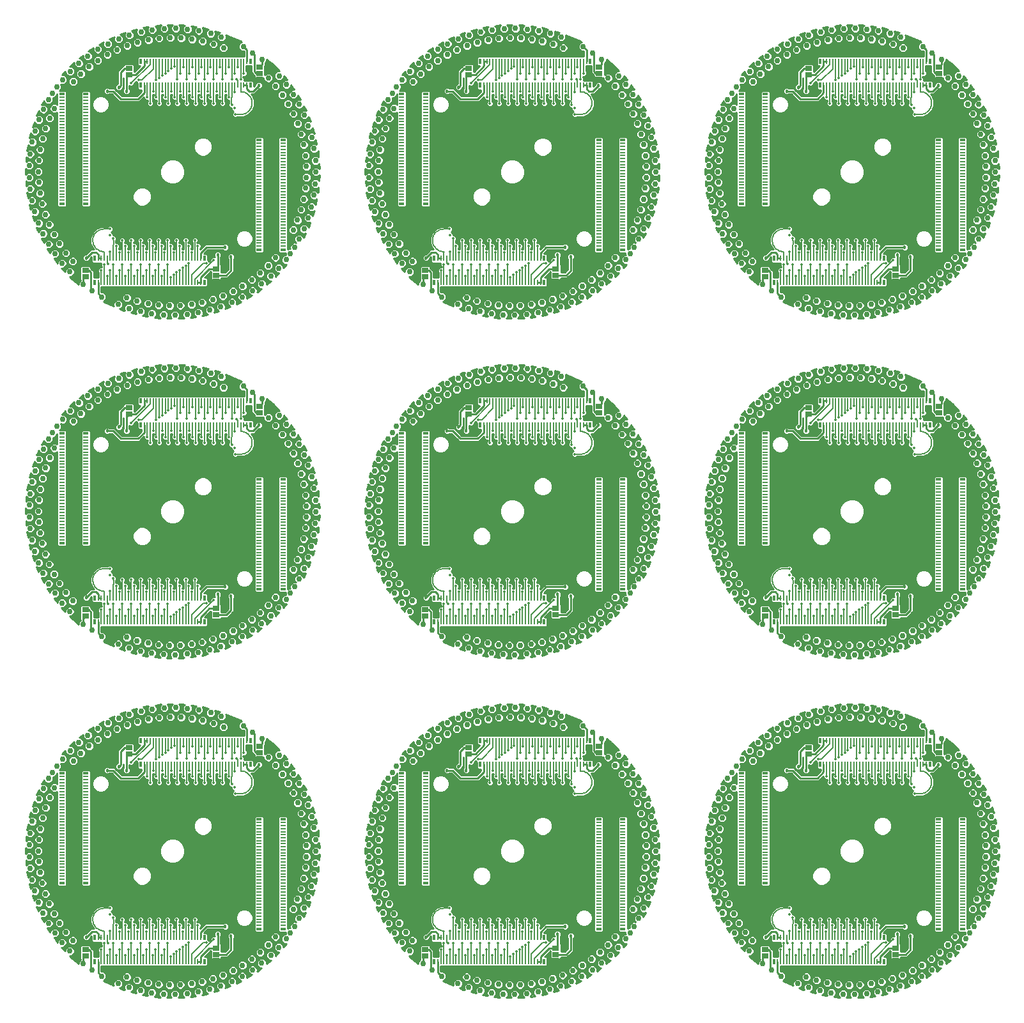
<source format=gtl>
G75*
%MOIN*%
%OFA0B0*%
%FSLAX24Y24*%
%IPPOS*%
%LPD*%
%AMOC8*
5,1,8,0,0,1.08239X$1,22.5*
%
%ADD10R,0.0091X0.0295*%
%ADD11R,0.0138X0.0295*%
%ADD12C,0.0140*%
%ADD13R,0.0295X0.0091*%
%ADD14R,0.0295X0.0138*%
%ADD15C,0.0295*%
%ADD16R,0.0354X0.0276*%
%ADD17C,0.0050*%
%ADD18C,0.0180*%
%ADD19C,0.0100*%
D10*
X005273Y003386D03*
X005430Y003386D03*
X005588Y003386D03*
X005745Y003386D03*
X005903Y003386D03*
X006060Y003386D03*
X006218Y003386D03*
X006375Y003386D03*
X006533Y003386D03*
X006690Y003386D03*
X006848Y003386D03*
X007005Y003386D03*
X007163Y003386D03*
X007320Y003386D03*
X007478Y003386D03*
X007635Y003386D03*
X007793Y003386D03*
X007950Y003386D03*
X008107Y003386D03*
X008265Y003386D03*
X008422Y003386D03*
X008580Y003386D03*
X008737Y003386D03*
X008895Y003386D03*
X009052Y003386D03*
X009210Y003386D03*
X009367Y003386D03*
X009525Y003386D03*
X009682Y003386D03*
X009840Y003386D03*
X009997Y003386D03*
X010155Y003386D03*
X010312Y003386D03*
X010470Y003386D03*
X010627Y003386D03*
X010627Y004634D03*
X010470Y004634D03*
X010312Y004634D03*
X010155Y004634D03*
X009997Y004634D03*
X009840Y004634D03*
X009682Y004634D03*
X009525Y004634D03*
X009367Y004634D03*
X009210Y004634D03*
X009052Y004634D03*
X008895Y004634D03*
X008737Y004634D03*
X008580Y004634D03*
X008422Y004634D03*
X008265Y004634D03*
X008107Y004634D03*
X007950Y004634D03*
X007793Y004634D03*
X007635Y004634D03*
X007478Y004634D03*
X007320Y004634D03*
X007163Y004634D03*
X007005Y004634D03*
X006848Y004634D03*
X006690Y004634D03*
X006533Y004634D03*
X006375Y004634D03*
X006218Y004634D03*
X006060Y004634D03*
X005903Y004634D03*
X005745Y004634D03*
X005588Y004634D03*
X005430Y004634D03*
X005273Y004634D03*
X007673Y013666D03*
X007830Y013666D03*
X007988Y013666D03*
X008145Y013666D03*
X008303Y013666D03*
X008460Y013666D03*
X008618Y013666D03*
X008775Y013666D03*
X008933Y013666D03*
X009090Y013666D03*
X009248Y013666D03*
X009405Y013666D03*
X009563Y013666D03*
X009720Y013666D03*
X009878Y013666D03*
X010035Y013666D03*
X010193Y013666D03*
X010350Y013666D03*
X010507Y013666D03*
X010665Y013666D03*
X010822Y013666D03*
X010980Y013666D03*
X011137Y013666D03*
X011295Y013666D03*
X011452Y013666D03*
X011610Y013666D03*
X011767Y013666D03*
X011925Y013666D03*
X012082Y013666D03*
X012240Y013666D03*
X012397Y013666D03*
X012555Y013666D03*
X012712Y013666D03*
X012870Y013666D03*
X013027Y013666D03*
X013027Y014914D03*
X012870Y014914D03*
X012712Y014914D03*
X012555Y014914D03*
X012397Y014914D03*
X012240Y014914D03*
X012082Y014914D03*
X011925Y014914D03*
X011767Y014914D03*
X011610Y014914D03*
X011452Y014914D03*
X011295Y014914D03*
X011137Y014914D03*
X010980Y014914D03*
X010822Y014914D03*
X010665Y014914D03*
X010507Y014914D03*
X010350Y014914D03*
X010193Y014914D03*
X010035Y014914D03*
X009878Y014914D03*
X009720Y014914D03*
X009563Y014914D03*
X009405Y014914D03*
X009248Y014914D03*
X009090Y014914D03*
X008933Y014914D03*
X008775Y014914D03*
X008618Y014914D03*
X008460Y014914D03*
X008303Y014914D03*
X008145Y014914D03*
X007988Y014914D03*
X007830Y014914D03*
X007673Y014914D03*
X007635Y021103D03*
X007478Y021103D03*
X007320Y021103D03*
X007163Y021103D03*
X007005Y021103D03*
X006848Y021103D03*
X006690Y021103D03*
X006533Y021103D03*
X006375Y021103D03*
X006218Y021103D03*
X006060Y021103D03*
X005903Y021103D03*
X005745Y021103D03*
X005588Y021103D03*
X005430Y021103D03*
X005273Y021103D03*
X005273Y022351D03*
X005430Y022351D03*
X005588Y022351D03*
X005745Y022351D03*
X005903Y022351D03*
X006060Y022351D03*
X006218Y022351D03*
X006375Y022351D03*
X006533Y022351D03*
X006690Y022351D03*
X006848Y022351D03*
X007005Y022351D03*
X007163Y022351D03*
X007320Y022351D03*
X007478Y022351D03*
X007635Y022351D03*
X007793Y022351D03*
X007950Y022351D03*
X008107Y022351D03*
X008265Y022351D03*
X008422Y022351D03*
X008580Y022351D03*
X008737Y022351D03*
X008895Y022351D03*
X009052Y022351D03*
X009210Y022351D03*
X009367Y022351D03*
X009525Y022351D03*
X009682Y022351D03*
X009840Y022351D03*
X009997Y022351D03*
X010155Y022351D03*
X010312Y022351D03*
X010470Y022351D03*
X010627Y022351D03*
X010627Y021103D03*
X010470Y021103D03*
X010312Y021103D03*
X010155Y021103D03*
X009997Y021103D03*
X009840Y021103D03*
X009682Y021103D03*
X009525Y021103D03*
X009367Y021103D03*
X009210Y021103D03*
X009052Y021103D03*
X008895Y021103D03*
X008737Y021103D03*
X008580Y021103D03*
X008422Y021103D03*
X008265Y021103D03*
X008107Y021103D03*
X007950Y021103D03*
X007793Y021103D03*
X007830Y031383D03*
X007673Y031383D03*
X007988Y031383D03*
X008145Y031383D03*
X008303Y031383D03*
X008460Y031383D03*
X008618Y031383D03*
X008775Y031383D03*
X008933Y031383D03*
X009090Y031383D03*
X009248Y031383D03*
X009405Y031383D03*
X009563Y031383D03*
X009720Y031383D03*
X009878Y031383D03*
X010035Y031383D03*
X010193Y031383D03*
X010350Y031383D03*
X010507Y031383D03*
X010665Y031383D03*
X010822Y031383D03*
X010980Y031383D03*
X011137Y031383D03*
X011295Y031383D03*
X011452Y031383D03*
X011610Y031383D03*
X011767Y031383D03*
X011925Y031383D03*
X012082Y031383D03*
X012240Y031383D03*
X012397Y031383D03*
X012555Y031383D03*
X012712Y031383D03*
X012870Y031383D03*
X013027Y031383D03*
X013027Y032631D03*
X012870Y032631D03*
X012712Y032631D03*
X012555Y032631D03*
X012397Y032631D03*
X012240Y032631D03*
X012082Y032631D03*
X011925Y032631D03*
X011767Y032631D03*
X011610Y032631D03*
X011452Y032631D03*
X011295Y032631D03*
X011137Y032631D03*
X010980Y032631D03*
X010822Y032631D03*
X010665Y032631D03*
X010507Y032631D03*
X010350Y032631D03*
X010193Y032631D03*
X010035Y032631D03*
X009878Y032631D03*
X009720Y032631D03*
X009563Y032631D03*
X009405Y032631D03*
X009248Y032631D03*
X009090Y032631D03*
X008933Y032631D03*
X008775Y032631D03*
X008618Y032631D03*
X008460Y032631D03*
X008303Y032631D03*
X008145Y032631D03*
X007988Y032631D03*
X007830Y032631D03*
X007673Y032631D03*
X007635Y038819D03*
X007478Y038819D03*
X007320Y038819D03*
X007163Y038819D03*
X007005Y038819D03*
X006848Y038819D03*
X006690Y038819D03*
X006533Y038819D03*
X006375Y038819D03*
X006218Y038819D03*
X006060Y038819D03*
X005903Y038819D03*
X005745Y038819D03*
X005588Y038819D03*
X005430Y038819D03*
X005273Y038819D03*
X005273Y040067D03*
X005430Y040067D03*
X005588Y040067D03*
X005745Y040067D03*
X005903Y040067D03*
X006060Y040067D03*
X006218Y040067D03*
X006375Y040067D03*
X006533Y040067D03*
X006690Y040067D03*
X006848Y040067D03*
X007005Y040067D03*
X007163Y040067D03*
X007320Y040067D03*
X007478Y040067D03*
X007635Y040067D03*
X007793Y040067D03*
X007950Y040067D03*
X008107Y040067D03*
X008265Y040067D03*
X008422Y040067D03*
X008580Y040067D03*
X008737Y040067D03*
X008895Y040067D03*
X009052Y040067D03*
X009210Y040067D03*
X009367Y040067D03*
X009525Y040067D03*
X009682Y040067D03*
X009840Y040067D03*
X009997Y040067D03*
X010155Y040067D03*
X010312Y040067D03*
X010470Y040067D03*
X010627Y040067D03*
X010627Y038819D03*
X010470Y038819D03*
X010312Y038819D03*
X010155Y038819D03*
X009997Y038819D03*
X009840Y038819D03*
X009682Y038819D03*
X009525Y038819D03*
X009367Y038819D03*
X009210Y038819D03*
X009052Y038819D03*
X008895Y038819D03*
X008737Y038819D03*
X008580Y038819D03*
X008422Y038819D03*
X008265Y038819D03*
X008107Y038819D03*
X007950Y038819D03*
X007793Y038819D03*
X007830Y049099D03*
X007673Y049099D03*
X007988Y049099D03*
X008145Y049099D03*
X008303Y049099D03*
X008460Y049099D03*
X008618Y049099D03*
X008775Y049099D03*
X008933Y049099D03*
X009090Y049099D03*
X009248Y049099D03*
X009405Y049099D03*
X009563Y049099D03*
X009720Y049099D03*
X009878Y049099D03*
X010035Y049099D03*
X010193Y049099D03*
X010350Y049099D03*
X010507Y049099D03*
X010665Y049099D03*
X010822Y049099D03*
X010980Y049099D03*
X011137Y049099D03*
X011295Y049099D03*
X011452Y049099D03*
X011610Y049099D03*
X011767Y049099D03*
X011925Y049099D03*
X012082Y049099D03*
X012240Y049099D03*
X012397Y049099D03*
X012555Y049099D03*
X012712Y049099D03*
X012870Y049099D03*
X013027Y049099D03*
X013027Y050347D03*
X012870Y050347D03*
X012712Y050347D03*
X012555Y050347D03*
X012397Y050347D03*
X012240Y050347D03*
X012082Y050347D03*
X011925Y050347D03*
X011767Y050347D03*
X011610Y050347D03*
X011452Y050347D03*
X011295Y050347D03*
X011137Y050347D03*
X010980Y050347D03*
X010822Y050347D03*
X010665Y050347D03*
X010507Y050347D03*
X010350Y050347D03*
X010193Y050347D03*
X010035Y050347D03*
X009878Y050347D03*
X009720Y050347D03*
X009563Y050347D03*
X009405Y050347D03*
X009248Y050347D03*
X009090Y050347D03*
X008933Y050347D03*
X008775Y050347D03*
X008618Y050347D03*
X008460Y050347D03*
X008303Y050347D03*
X008145Y050347D03*
X007988Y050347D03*
X007830Y050347D03*
X007673Y050347D03*
X022989Y040067D03*
X023147Y040067D03*
X023304Y040067D03*
X023462Y040067D03*
X023619Y040067D03*
X023777Y040067D03*
X023934Y040067D03*
X024092Y040067D03*
X024249Y040067D03*
X024407Y040067D03*
X024564Y040067D03*
X024722Y040067D03*
X024879Y040067D03*
X025037Y040067D03*
X025194Y040067D03*
X025352Y040067D03*
X025509Y040067D03*
X025667Y040067D03*
X025824Y040067D03*
X025981Y040067D03*
X026139Y040067D03*
X026296Y040067D03*
X026454Y040067D03*
X026611Y040067D03*
X026769Y040067D03*
X026926Y040067D03*
X027084Y040067D03*
X027241Y040067D03*
X027399Y040067D03*
X027556Y040067D03*
X027714Y040067D03*
X027871Y040067D03*
X028029Y040067D03*
X028186Y040067D03*
X028344Y040067D03*
X028344Y038819D03*
X028186Y038819D03*
X028029Y038819D03*
X027871Y038819D03*
X027714Y038819D03*
X027556Y038819D03*
X027399Y038819D03*
X027241Y038819D03*
X027084Y038819D03*
X026926Y038819D03*
X026769Y038819D03*
X026611Y038819D03*
X026454Y038819D03*
X026296Y038819D03*
X026139Y038819D03*
X025981Y038819D03*
X025824Y038819D03*
X025667Y038819D03*
X025509Y038819D03*
X025352Y038819D03*
X025194Y038819D03*
X025037Y038819D03*
X024879Y038819D03*
X024722Y038819D03*
X024564Y038819D03*
X024407Y038819D03*
X024249Y038819D03*
X024092Y038819D03*
X023934Y038819D03*
X023777Y038819D03*
X023619Y038819D03*
X023462Y038819D03*
X023304Y038819D03*
X023147Y038819D03*
X022989Y038819D03*
X025389Y032631D03*
X025547Y032631D03*
X025704Y032631D03*
X025862Y032631D03*
X026019Y032631D03*
X026177Y032631D03*
X026334Y032631D03*
X026492Y032631D03*
X026649Y032631D03*
X026807Y032631D03*
X026964Y032631D03*
X027122Y032631D03*
X027279Y032631D03*
X027437Y032631D03*
X027594Y032631D03*
X027752Y032631D03*
X027909Y032631D03*
X028067Y032631D03*
X028224Y032631D03*
X028381Y032631D03*
X028539Y032631D03*
X028696Y032631D03*
X028854Y032631D03*
X029011Y032631D03*
X029169Y032631D03*
X029326Y032631D03*
X029484Y032631D03*
X029641Y032631D03*
X029799Y032631D03*
X029956Y032631D03*
X030114Y032631D03*
X030271Y032631D03*
X030429Y032631D03*
X030586Y032631D03*
X030744Y032631D03*
X030744Y031383D03*
X030586Y031383D03*
X030429Y031383D03*
X030271Y031383D03*
X030114Y031383D03*
X029956Y031383D03*
X029799Y031383D03*
X029641Y031383D03*
X029484Y031383D03*
X029326Y031383D03*
X029169Y031383D03*
X029011Y031383D03*
X028854Y031383D03*
X028696Y031383D03*
X028539Y031383D03*
X028381Y031383D03*
X028224Y031383D03*
X028067Y031383D03*
X027909Y031383D03*
X027752Y031383D03*
X027594Y031383D03*
X027437Y031383D03*
X027279Y031383D03*
X027122Y031383D03*
X026964Y031383D03*
X026807Y031383D03*
X026649Y031383D03*
X026492Y031383D03*
X026334Y031383D03*
X026177Y031383D03*
X026019Y031383D03*
X025862Y031383D03*
X025704Y031383D03*
X025547Y031383D03*
X025389Y031383D03*
X025352Y022351D03*
X025509Y022351D03*
X025667Y022351D03*
X025824Y022351D03*
X025981Y022351D03*
X026139Y022351D03*
X026296Y022351D03*
X026454Y022351D03*
X026611Y022351D03*
X026769Y022351D03*
X026926Y022351D03*
X027084Y022351D03*
X027241Y022351D03*
X027399Y022351D03*
X027556Y022351D03*
X027714Y022351D03*
X027871Y022351D03*
X028029Y022351D03*
X028186Y022351D03*
X028344Y022351D03*
X028344Y021103D03*
X028186Y021103D03*
X028029Y021103D03*
X027871Y021103D03*
X027714Y021103D03*
X027556Y021103D03*
X027399Y021103D03*
X027241Y021103D03*
X027084Y021103D03*
X026926Y021103D03*
X026769Y021103D03*
X026611Y021103D03*
X026454Y021103D03*
X026296Y021103D03*
X026139Y021103D03*
X025981Y021103D03*
X025824Y021103D03*
X025667Y021103D03*
X025509Y021103D03*
X025352Y021103D03*
X025194Y021103D03*
X025037Y021103D03*
X024879Y021103D03*
X024722Y021103D03*
X024564Y021103D03*
X024407Y021103D03*
X024249Y021103D03*
X024092Y021103D03*
X023934Y021103D03*
X023777Y021103D03*
X023619Y021103D03*
X023462Y021103D03*
X023304Y021103D03*
X023147Y021103D03*
X022989Y021103D03*
X022989Y022351D03*
X023147Y022351D03*
X023304Y022351D03*
X023462Y022351D03*
X023619Y022351D03*
X023777Y022351D03*
X023934Y022351D03*
X024092Y022351D03*
X024249Y022351D03*
X024407Y022351D03*
X024564Y022351D03*
X024722Y022351D03*
X024879Y022351D03*
X025037Y022351D03*
X025194Y022351D03*
X025389Y014914D03*
X025547Y014914D03*
X025704Y014914D03*
X025862Y014914D03*
X026019Y014914D03*
X026177Y014914D03*
X026334Y014914D03*
X026492Y014914D03*
X026649Y014914D03*
X026807Y014914D03*
X026964Y014914D03*
X027122Y014914D03*
X027279Y014914D03*
X027437Y014914D03*
X027594Y014914D03*
X027752Y014914D03*
X027909Y014914D03*
X028067Y014914D03*
X028224Y014914D03*
X028381Y014914D03*
X028539Y014914D03*
X028696Y014914D03*
X028854Y014914D03*
X029011Y014914D03*
X029169Y014914D03*
X029326Y014914D03*
X029484Y014914D03*
X029641Y014914D03*
X029799Y014914D03*
X029956Y014914D03*
X030114Y014914D03*
X030271Y014914D03*
X030429Y014914D03*
X030586Y014914D03*
X030744Y014914D03*
X030744Y013666D03*
X030586Y013666D03*
X030429Y013666D03*
X030271Y013666D03*
X030114Y013666D03*
X029956Y013666D03*
X029799Y013666D03*
X029641Y013666D03*
X029484Y013666D03*
X029326Y013666D03*
X029169Y013666D03*
X029011Y013666D03*
X028854Y013666D03*
X028696Y013666D03*
X028539Y013666D03*
X028381Y013666D03*
X028224Y013666D03*
X028067Y013666D03*
X027909Y013666D03*
X027752Y013666D03*
X027594Y013666D03*
X027437Y013666D03*
X027279Y013666D03*
X027122Y013666D03*
X026964Y013666D03*
X026807Y013666D03*
X026649Y013666D03*
X026492Y013666D03*
X026334Y013666D03*
X026177Y013666D03*
X026019Y013666D03*
X025862Y013666D03*
X025704Y013666D03*
X025547Y013666D03*
X025389Y013666D03*
X025352Y004634D03*
X025509Y004634D03*
X025667Y004634D03*
X025824Y004634D03*
X025981Y004634D03*
X026139Y004634D03*
X026296Y004634D03*
X026454Y004634D03*
X026611Y004634D03*
X026769Y004634D03*
X026926Y004634D03*
X027084Y004634D03*
X027241Y004634D03*
X027399Y004634D03*
X027556Y004634D03*
X027714Y004634D03*
X027871Y004634D03*
X028029Y004634D03*
X028186Y004634D03*
X028344Y004634D03*
X028344Y003386D03*
X028186Y003386D03*
X028029Y003386D03*
X027871Y003386D03*
X027714Y003386D03*
X027556Y003386D03*
X027399Y003386D03*
X027241Y003386D03*
X027084Y003386D03*
X026926Y003386D03*
X026769Y003386D03*
X026611Y003386D03*
X026454Y003386D03*
X026296Y003386D03*
X026139Y003386D03*
X025981Y003386D03*
X025824Y003386D03*
X025667Y003386D03*
X025509Y003386D03*
X025352Y003386D03*
X025194Y003386D03*
X025037Y003386D03*
X024879Y003386D03*
X024722Y003386D03*
X024564Y003386D03*
X024407Y003386D03*
X024249Y003386D03*
X024092Y003386D03*
X023934Y003386D03*
X023777Y003386D03*
X023619Y003386D03*
X023462Y003386D03*
X023304Y003386D03*
X023147Y003386D03*
X022989Y003386D03*
X022989Y004634D03*
X023147Y004634D03*
X023304Y004634D03*
X023462Y004634D03*
X023619Y004634D03*
X023777Y004634D03*
X023934Y004634D03*
X024092Y004634D03*
X024249Y004634D03*
X024407Y004634D03*
X024564Y004634D03*
X024722Y004634D03*
X024879Y004634D03*
X025037Y004634D03*
X025194Y004634D03*
X040706Y004634D03*
X040863Y004634D03*
X041021Y004634D03*
X041178Y004634D03*
X041336Y004634D03*
X041493Y004634D03*
X041651Y004634D03*
X041808Y004634D03*
X041966Y004634D03*
X042123Y004634D03*
X042281Y004634D03*
X042438Y004634D03*
X042596Y004634D03*
X042753Y004634D03*
X042911Y004634D03*
X043068Y004634D03*
X043226Y004634D03*
X043383Y004634D03*
X043541Y004634D03*
X043698Y004634D03*
X043856Y004634D03*
X044013Y004634D03*
X044170Y004634D03*
X044328Y004634D03*
X044485Y004634D03*
X044643Y004634D03*
X044800Y004634D03*
X044958Y004634D03*
X045115Y004634D03*
X045273Y004634D03*
X045430Y004634D03*
X045588Y004634D03*
X045745Y004634D03*
X045903Y004634D03*
X046060Y004634D03*
X046060Y003386D03*
X045903Y003386D03*
X045745Y003386D03*
X045588Y003386D03*
X045430Y003386D03*
X045273Y003386D03*
X045115Y003386D03*
X044958Y003386D03*
X044800Y003386D03*
X044643Y003386D03*
X044485Y003386D03*
X044328Y003386D03*
X044170Y003386D03*
X044013Y003386D03*
X043856Y003386D03*
X043698Y003386D03*
X043541Y003386D03*
X043383Y003386D03*
X043226Y003386D03*
X043068Y003386D03*
X042911Y003386D03*
X042753Y003386D03*
X042596Y003386D03*
X042438Y003386D03*
X042281Y003386D03*
X042123Y003386D03*
X041966Y003386D03*
X041808Y003386D03*
X041651Y003386D03*
X041493Y003386D03*
X041336Y003386D03*
X041178Y003386D03*
X041021Y003386D03*
X040863Y003386D03*
X040706Y003386D03*
X043106Y013666D03*
X043263Y013666D03*
X043421Y013666D03*
X043578Y013666D03*
X043736Y013666D03*
X043893Y013666D03*
X044051Y013666D03*
X044208Y013666D03*
X044366Y013666D03*
X044523Y013666D03*
X044681Y013666D03*
X044838Y013666D03*
X044996Y013666D03*
X045153Y013666D03*
X045311Y013666D03*
X045468Y013666D03*
X045626Y013666D03*
X045783Y013666D03*
X045941Y013666D03*
X046098Y013666D03*
X046256Y013666D03*
X046413Y013666D03*
X046570Y013666D03*
X046728Y013666D03*
X046885Y013666D03*
X047043Y013666D03*
X047200Y013666D03*
X047358Y013666D03*
X047515Y013666D03*
X047673Y013666D03*
X047830Y013666D03*
X047988Y013666D03*
X048145Y013666D03*
X048303Y013666D03*
X048460Y013666D03*
X048460Y014914D03*
X048303Y014914D03*
X048145Y014914D03*
X047988Y014914D03*
X047830Y014914D03*
X047673Y014914D03*
X047515Y014914D03*
X047358Y014914D03*
X047200Y014914D03*
X047043Y014914D03*
X046885Y014914D03*
X046728Y014914D03*
X046570Y014914D03*
X046413Y014914D03*
X046256Y014914D03*
X046098Y014914D03*
X045941Y014914D03*
X045783Y014914D03*
X045626Y014914D03*
X045468Y014914D03*
X045311Y014914D03*
X045153Y014914D03*
X044996Y014914D03*
X044838Y014914D03*
X044681Y014914D03*
X044523Y014914D03*
X044366Y014914D03*
X044208Y014914D03*
X044051Y014914D03*
X043893Y014914D03*
X043736Y014914D03*
X043578Y014914D03*
X043421Y014914D03*
X043263Y014914D03*
X043106Y014914D03*
X043068Y021103D03*
X042911Y021103D03*
X042753Y021103D03*
X042596Y021103D03*
X042438Y021103D03*
X042281Y021103D03*
X042123Y021103D03*
X041966Y021103D03*
X041808Y021103D03*
X041651Y021103D03*
X041493Y021103D03*
X041336Y021103D03*
X041178Y021103D03*
X041021Y021103D03*
X040863Y021103D03*
X040706Y021103D03*
X040706Y022351D03*
X040863Y022351D03*
X041021Y022351D03*
X041178Y022351D03*
X041336Y022351D03*
X041493Y022351D03*
X041651Y022351D03*
X041808Y022351D03*
X041966Y022351D03*
X042123Y022351D03*
X042281Y022351D03*
X042438Y022351D03*
X042596Y022351D03*
X042753Y022351D03*
X042911Y022351D03*
X043068Y022351D03*
X043226Y022351D03*
X043383Y022351D03*
X043541Y022351D03*
X043698Y022351D03*
X043856Y022351D03*
X044013Y022351D03*
X044170Y022351D03*
X044328Y022351D03*
X044485Y022351D03*
X044643Y022351D03*
X044800Y022351D03*
X044958Y022351D03*
X045115Y022351D03*
X045273Y022351D03*
X045430Y022351D03*
X045588Y022351D03*
X045745Y022351D03*
X045903Y022351D03*
X046060Y022351D03*
X046060Y021103D03*
X045903Y021103D03*
X045745Y021103D03*
X045588Y021103D03*
X045430Y021103D03*
X045273Y021103D03*
X045115Y021103D03*
X044958Y021103D03*
X044800Y021103D03*
X044643Y021103D03*
X044485Y021103D03*
X044328Y021103D03*
X044170Y021103D03*
X044013Y021103D03*
X043856Y021103D03*
X043698Y021103D03*
X043541Y021103D03*
X043383Y021103D03*
X043226Y021103D03*
X043263Y031383D03*
X043106Y031383D03*
X043421Y031383D03*
X043578Y031383D03*
X043736Y031383D03*
X043893Y031383D03*
X044051Y031383D03*
X044208Y031383D03*
X044366Y031383D03*
X044523Y031383D03*
X044681Y031383D03*
X044838Y031383D03*
X044996Y031383D03*
X045153Y031383D03*
X045311Y031383D03*
X045468Y031383D03*
X045626Y031383D03*
X045783Y031383D03*
X045941Y031383D03*
X046098Y031383D03*
X046256Y031383D03*
X046413Y031383D03*
X046570Y031383D03*
X046728Y031383D03*
X046885Y031383D03*
X047043Y031383D03*
X047200Y031383D03*
X047358Y031383D03*
X047515Y031383D03*
X047673Y031383D03*
X047830Y031383D03*
X047988Y031383D03*
X048145Y031383D03*
X048303Y031383D03*
X048460Y031383D03*
X048460Y032631D03*
X048303Y032631D03*
X048145Y032631D03*
X047988Y032631D03*
X047830Y032631D03*
X047673Y032631D03*
X047515Y032631D03*
X047358Y032631D03*
X047200Y032631D03*
X047043Y032631D03*
X046885Y032631D03*
X046728Y032631D03*
X046570Y032631D03*
X046413Y032631D03*
X046256Y032631D03*
X046098Y032631D03*
X045941Y032631D03*
X045783Y032631D03*
X045626Y032631D03*
X045468Y032631D03*
X045311Y032631D03*
X045153Y032631D03*
X044996Y032631D03*
X044838Y032631D03*
X044681Y032631D03*
X044523Y032631D03*
X044366Y032631D03*
X044208Y032631D03*
X044051Y032631D03*
X043893Y032631D03*
X043736Y032631D03*
X043578Y032631D03*
X043421Y032631D03*
X043263Y032631D03*
X043106Y032631D03*
X043068Y038819D03*
X042911Y038819D03*
X042753Y038819D03*
X042596Y038819D03*
X042438Y038819D03*
X042281Y038819D03*
X042123Y038819D03*
X041966Y038819D03*
X041808Y038819D03*
X041651Y038819D03*
X041493Y038819D03*
X041336Y038819D03*
X041178Y038819D03*
X041021Y038819D03*
X040863Y038819D03*
X040706Y038819D03*
X040706Y040067D03*
X040863Y040067D03*
X041021Y040067D03*
X041178Y040067D03*
X041336Y040067D03*
X041493Y040067D03*
X041651Y040067D03*
X041808Y040067D03*
X041966Y040067D03*
X042123Y040067D03*
X042281Y040067D03*
X042438Y040067D03*
X042596Y040067D03*
X042753Y040067D03*
X042911Y040067D03*
X043068Y040067D03*
X043226Y040067D03*
X043383Y040067D03*
X043541Y040067D03*
X043698Y040067D03*
X043856Y040067D03*
X044013Y040067D03*
X044170Y040067D03*
X044328Y040067D03*
X044485Y040067D03*
X044643Y040067D03*
X044800Y040067D03*
X044958Y040067D03*
X045115Y040067D03*
X045273Y040067D03*
X045430Y040067D03*
X045588Y040067D03*
X045745Y040067D03*
X045903Y040067D03*
X046060Y040067D03*
X046060Y038819D03*
X045903Y038819D03*
X045745Y038819D03*
X045588Y038819D03*
X045430Y038819D03*
X045273Y038819D03*
X045115Y038819D03*
X044958Y038819D03*
X044800Y038819D03*
X044643Y038819D03*
X044485Y038819D03*
X044328Y038819D03*
X044170Y038819D03*
X044013Y038819D03*
X043856Y038819D03*
X043698Y038819D03*
X043541Y038819D03*
X043383Y038819D03*
X043226Y038819D03*
X043263Y049099D03*
X043106Y049099D03*
X043421Y049099D03*
X043578Y049099D03*
X043736Y049099D03*
X043893Y049099D03*
X044051Y049099D03*
X044208Y049099D03*
X044366Y049099D03*
X044523Y049099D03*
X044681Y049099D03*
X044838Y049099D03*
X044996Y049099D03*
X045153Y049099D03*
X045311Y049099D03*
X045468Y049099D03*
X045626Y049099D03*
X045783Y049099D03*
X045941Y049099D03*
X046098Y049099D03*
X046256Y049099D03*
X046413Y049099D03*
X046570Y049099D03*
X046728Y049099D03*
X046885Y049099D03*
X047043Y049099D03*
X047200Y049099D03*
X047358Y049099D03*
X047515Y049099D03*
X047673Y049099D03*
X047830Y049099D03*
X047988Y049099D03*
X048145Y049099D03*
X048303Y049099D03*
X048460Y049099D03*
X048460Y050347D03*
X048303Y050347D03*
X048145Y050347D03*
X047988Y050347D03*
X047830Y050347D03*
X047673Y050347D03*
X047515Y050347D03*
X047358Y050347D03*
X047200Y050347D03*
X047043Y050347D03*
X046885Y050347D03*
X046728Y050347D03*
X046570Y050347D03*
X046413Y050347D03*
X046256Y050347D03*
X046098Y050347D03*
X045941Y050347D03*
X045783Y050347D03*
X045626Y050347D03*
X045468Y050347D03*
X045311Y050347D03*
X045153Y050347D03*
X044996Y050347D03*
X044838Y050347D03*
X044681Y050347D03*
X044523Y050347D03*
X044366Y050347D03*
X044208Y050347D03*
X044051Y050347D03*
X043893Y050347D03*
X043736Y050347D03*
X043578Y050347D03*
X043421Y050347D03*
X043263Y050347D03*
X043106Y050347D03*
X030744Y050347D03*
X030586Y050347D03*
X030429Y050347D03*
X030271Y050347D03*
X030114Y050347D03*
X029956Y050347D03*
X029799Y050347D03*
X029641Y050347D03*
X029484Y050347D03*
X029326Y050347D03*
X029169Y050347D03*
X029011Y050347D03*
X028854Y050347D03*
X028696Y050347D03*
X028539Y050347D03*
X028381Y050347D03*
X028224Y050347D03*
X028067Y050347D03*
X027909Y050347D03*
X027752Y050347D03*
X027594Y050347D03*
X027437Y050347D03*
X027279Y050347D03*
X027122Y050347D03*
X026964Y050347D03*
X026807Y050347D03*
X026649Y050347D03*
X026492Y050347D03*
X026334Y050347D03*
X026177Y050347D03*
X026019Y050347D03*
X025862Y050347D03*
X025704Y050347D03*
X025547Y050347D03*
X025389Y050347D03*
X025389Y049099D03*
X025547Y049099D03*
X025704Y049099D03*
X025862Y049099D03*
X026019Y049099D03*
X026177Y049099D03*
X026334Y049099D03*
X026492Y049099D03*
X026649Y049099D03*
X026807Y049099D03*
X026964Y049099D03*
X027122Y049099D03*
X027279Y049099D03*
X027437Y049099D03*
X027594Y049099D03*
X027752Y049099D03*
X027909Y049099D03*
X028067Y049099D03*
X028224Y049099D03*
X028381Y049099D03*
X028539Y049099D03*
X028696Y049099D03*
X028854Y049099D03*
X029011Y049099D03*
X029169Y049099D03*
X029326Y049099D03*
X029484Y049099D03*
X029641Y049099D03*
X029799Y049099D03*
X029956Y049099D03*
X030114Y049099D03*
X030271Y049099D03*
X030429Y049099D03*
X030586Y049099D03*
X030744Y049099D03*
D11*
X030931Y049099D03*
X030931Y050347D03*
X025202Y050347D03*
X025202Y049099D03*
X022802Y040067D03*
X022802Y038819D03*
X028531Y038819D03*
X028531Y040067D03*
X030931Y032631D03*
X030931Y031383D03*
X025202Y031383D03*
X025202Y032631D03*
X022802Y022351D03*
X022802Y021103D03*
X028531Y021103D03*
X028531Y022351D03*
X030931Y014914D03*
X030931Y013666D03*
X025202Y013666D03*
X025202Y014914D03*
X022802Y004634D03*
X022802Y003386D03*
X028531Y003386D03*
X028531Y004634D03*
X040519Y004634D03*
X040519Y003386D03*
X046247Y003386D03*
X046247Y004634D03*
X048647Y013666D03*
X048647Y014914D03*
X042919Y014914D03*
X042919Y013666D03*
X040519Y021103D03*
X040519Y022351D03*
X046247Y022351D03*
X046247Y021103D03*
X048647Y031383D03*
X048647Y032631D03*
X042919Y032631D03*
X042919Y031383D03*
X040519Y038819D03*
X040519Y040067D03*
X046247Y040067D03*
X046247Y038819D03*
X048647Y049099D03*
X048647Y050347D03*
X042919Y050347D03*
X042919Y049099D03*
X013214Y049099D03*
X013214Y050347D03*
X007486Y050347D03*
X007486Y049099D03*
X005086Y040067D03*
X005086Y038819D03*
X010814Y038819D03*
X010814Y040067D03*
X013214Y032631D03*
X013214Y031383D03*
X007486Y031383D03*
X007486Y032631D03*
X005086Y022351D03*
X005086Y021103D03*
X010814Y021103D03*
X010814Y022351D03*
X013214Y014914D03*
X013214Y013666D03*
X007486Y013666D03*
X007486Y014914D03*
X005086Y004634D03*
X005086Y003386D03*
X010814Y003386D03*
X010814Y004634D03*
D12*
X010920Y004360D03*
X011300Y004530D03*
X010470Y005270D03*
X010312Y005585D03*
X009997Y005270D03*
X009840Y005585D03*
X009525Y005270D03*
X009367Y005585D03*
X009052Y005270D03*
X008895Y005585D03*
X008580Y005270D03*
X008422Y005585D03*
X008107Y005270D03*
X007950Y005585D03*
X007635Y005270D03*
X007478Y005585D03*
X007163Y005270D03*
X007320Y004955D03*
X006848Y004955D03*
X006690Y005270D03*
X006533Y005585D03*
X006218Y005270D03*
X006375Y004955D03*
X005900Y004980D03*
X005800Y004340D03*
X005588Y004325D03*
X005430Y004010D03*
X005745Y003695D03*
X005903Y004010D03*
X006060Y004325D03*
X006375Y004010D03*
X006218Y003695D03*
X006690Y003695D03*
X006848Y004010D03*
X007005Y004325D03*
X007320Y004010D03*
X007163Y003695D03*
X007635Y003695D03*
X007793Y004010D03*
X007950Y004325D03*
X008265Y004010D03*
X008422Y004325D03*
X008737Y004010D03*
X008580Y003695D03*
X008107Y003695D03*
X009052Y003656D03*
X009210Y003774D03*
X009367Y003892D03*
X009525Y004010D03*
X009682Y004128D03*
X009840Y004246D03*
X009997Y004364D03*
X010155Y004955D03*
X009682Y004955D03*
X009210Y004955D03*
X008737Y004955D03*
X008265Y004955D03*
X007793Y004955D03*
X007478Y004325D03*
X006533Y004325D03*
X007005Y005585D03*
X006060Y005660D03*
X005900Y005840D03*
X005880Y006160D03*
X006161Y006655D03*
X006901Y007224D03*
X008491Y008526D03*
X009972Y009664D03*
X011399Y011076D03*
X012139Y011645D03*
X012415Y012139D03*
X012397Y012460D03*
X012240Y012640D03*
X012082Y013030D03*
X011925Y013345D03*
X011610Y013030D03*
X011767Y012715D03*
X011295Y012715D03*
X011137Y013030D03*
X010980Y013345D03*
X010665Y013030D03*
X010822Y012715D03*
X010350Y012715D03*
X010193Y013030D03*
X010035Y013345D03*
X009720Y013030D03*
X009878Y012715D03*
X009405Y012715D03*
X009248Y013030D03*
X009090Y013345D03*
X008775Y013030D03*
X008933Y012715D03*
X008460Y012715D03*
X008303Y013030D03*
X008145Y013345D03*
X007830Y013030D03*
X007988Y012715D03*
X008618Y013345D03*
X008303Y013936D03*
X008460Y014054D03*
X008618Y014172D03*
X008775Y014290D03*
X008933Y014408D03*
X009090Y014526D03*
X009248Y014644D03*
X009563Y014290D03*
X009720Y014605D03*
X010035Y014290D03*
X009878Y013975D03*
X010350Y013975D03*
X010507Y014290D03*
X010665Y014605D03*
X010980Y014290D03*
X011137Y014605D03*
X011452Y014290D03*
X011295Y013975D03*
X011767Y013975D03*
X011925Y014290D03*
X012082Y014605D03*
X012397Y014290D03*
X012500Y013960D03*
X012712Y013975D03*
X012870Y014290D03*
X012555Y014605D03*
X012240Y013975D03*
X011610Y014605D03*
X010822Y013975D03*
X010507Y013345D03*
X009563Y013345D03*
X009405Y013975D03*
X010193Y014605D03*
X011452Y013345D03*
X012397Y013315D03*
X014257Y014609D03*
X012299Y015930D03*
X007380Y013940D03*
X007000Y013770D03*
X006057Y012661D03*
X003981Y012399D03*
X006248Y020276D03*
X006218Y021412D03*
X006375Y021727D03*
X006533Y022042D03*
X006848Y021727D03*
X007005Y022042D03*
X007320Y021727D03*
X007478Y022042D03*
X007793Y021727D03*
X007950Y022042D03*
X008265Y021727D03*
X008422Y022042D03*
X008737Y021727D03*
X008895Y022042D03*
X009367Y021608D03*
X009210Y021490D03*
X009052Y021372D03*
X008580Y021412D03*
X008107Y021412D03*
X007635Y021412D03*
X007163Y021412D03*
X006690Y021412D03*
X005903Y021727D03*
X005800Y022057D03*
X005588Y022042D03*
X005430Y021727D03*
X005745Y021412D03*
X006060Y022042D03*
X005900Y022697D03*
X006218Y022986D03*
X006375Y022671D03*
X006690Y022986D03*
X006848Y022671D03*
X007163Y022986D03*
X007320Y022671D03*
X007635Y022986D03*
X007793Y022671D03*
X008107Y022986D03*
X008265Y022671D03*
X008580Y022986D03*
X008737Y022671D03*
X009052Y022986D03*
X009210Y022671D03*
X009525Y022986D03*
X009682Y022671D03*
X009997Y022986D03*
X010155Y022671D03*
X010470Y022986D03*
X010312Y023301D03*
X009840Y023301D03*
X009367Y023301D03*
X008895Y023301D03*
X008422Y023301D03*
X007950Y023301D03*
X007478Y023301D03*
X007005Y023301D03*
X006533Y023301D03*
X006060Y023377D03*
X005900Y023557D03*
X005880Y023877D03*
X006161Y024371D03*
X006901Y024940D03*
X008491Y026242D03*
X009972Y027381D03*
X011399Y028793D03*
X012139Y029362D03*
X012415Y029856D03*
X012397Y030177D03*
X012240Y030357D03*
X012082Y030747D03*
X011925Y031062D03*
X011610Y030747D03*
X011452Y031062D03*
X011137Y030747D03*
X010980Y031062D03*
X010665Y030747D03*
X010507Y031062D03*
X010193Y030747D03*
X010035Y031062D03*
X009720Y030747D03*
X009563Y031062D03*
X009248Y030747D03*
X009090Y031062D03*
X008775Y030747D03*
X008618Y031062D03*
X008303Y030747D03*
X008145Y031062D03*
X007830Y030747D03*
X007988Y030432D03*
X008460Y030432D03*
X008933Y030432D03*
X009405Y030432D03*
X009878Y030432D03*
X010350Y030432D03*
X010822Y030432D03*
X011295Y030432D03*
X011767Y030432D03*
X012397Y031032D03*
X012500Y031677D03*
X012712Y031692D03*
X012870Y032007D03*
X012555Y032321D03*
X012397Y032007D03*
X012240Y031692D03*
X011925Y032007D03*
X012082Y032321D03*
X011610Y032321D03*
X011452Y032007D03*
X011295Y031692D03*
X010980Y032007D03*
X011137Y032321D03*
X010665Y032321D03*
X010507Y032007D03*
X010350Y031692D03*
X010035Y032007D03*
X010193Y032321D03*
X009720Y032321D03*
X009563Y032007D03*
X009405Y031692D03*
X009878Y031692D03*
X009248Y032361D03*
X009090Y032243D03*
X008933Y032125D03*
X008775Y032007D03*
X008618Y031888D03*
X008460Y031770D03*
X008303Y031652D03*
X007380Y031657D03*
X007000Y031487D03*
X006057Y030377D03*
X003981Y030116D03*
X010822Y031692D03*
X011767Y031692D03*
X012299Y033647D03*
X014257Y032326D03*
X009210Y039207D03*
X009367Y039325D03*
X009525Y039443D03*
X009682Y039561D03*
X009840Y039679D03*
X009997Y039797D03*
X010155Y040388D03*
X009997Y040703D03*
X009840Y041018D03*
X009525Y040703D03*
X009682Y040388D03*
X009210Y040388D03*
X009052Y040703D03*
X008895Y041018D03*
X008580Y040703D03*
X008422Y041018D03*
X008107Y040703D03*
X007950Y041018D03*
X007635Y040703D03*
X007478Y041018D03*
X007163Y040703D03*
X007320Y040388D03*
X006848Y040388D03*
X006690Y040703D03*
X006533Y041018D03*
X006218Y040703D03*
X006375Y040388D03*
X005900Y040413D03*
X005800Y039773D03*
X005588Y039758D03*
X005430Y039443D03*
X005745Y039128D03*
X005903Y039443D03*
X006060Y039758D03*
X006375Y039443D03*
X006218Y039128D03*
X006690Y039128D03*
X006848Y039443D03*
X007005Y039758D03*
X007320Y039443D03*
X007163Y039128D03*
X007635Y039128D03*
X007793Y039443D03*
X007950Y039758D03*
X008265Y039443D03*
X008107Y039128D03*
X008580Y039128D03*
X008737Y039443D03*
X008895Y039758D03*
X008422Y039758D03*
X009052Y039089D03*
X008737Y040388D03*
X008265Y040388D03*
X007793Y040388D03*
X007005Y041018D03*
X006060Y041093D03*
X005900Y041273D03*
X005880Y041593D03*
X006161Y042088D03*
X006901Y042657D03*
X008491Y043959D03*
X009972Y045097D03*
X011399Y046509D03*
X012139Y047078D03*
X012415Y047572D03*
X012397Y047893D03*
X012240Y048073D03*
X012082Y048463D03*
X011925Y048778D03*
X011610Y048463D03*
X011767Y048148D03*
X011295Y048148D03*
X011137Y048463D03*
X010980Y048778D03*
X010665Y048463D03*
X010822Y048148D03*
X010350Y048148D03*
X010193Y048463D03*
X010035Y048778D03*
X009720Y048463D03*
X009878Y048148D03*
X009405Y048148D03*
X009248Y048463D03*
X009090Y048778D03*
X008775Y048463D03*
X008933Y048148D03*
X008460Y048148D03*
X008303Y048463D03*
X008145Y048778D03*
X007830Y048463D03*
X007988Y048148D03*
X008618Y048778D03*
X008303Y049369D03*
X008460Y049487D03*
X008618Y049605D03*
X008775Y049723D03*
X008933Y049841D03*
X009090Y049959D03*
X009248Y050077D03*
X009563Y049723D03*
X009720Y050038D03*
X010035Y049723D03*
X009878Y049408D03*
X010350Y049408D03*
X010507Y049723D03*
X010665Y050038D03*
X010980Y049723D03*
X010822Y049408D03*
X011295Y049408D03*
X011452Y049723D03*
X011610Y050038D03*
X011925Y049723D03*
X012082Y050038D03*
X012397Y049723D03*
X012500Y049393D03*
X012712Y049408D03*
X012870Y049723D03*
X012555Y050038D03*
X012240Y049408D03*
X011767Y049408D03*
X011452Y048778D03*
X010507Y048778D03*
X009563Y048778D03*
X009405Y049408D03*
X010193Y050038D03*
X011137Y050038D03*
X012299Y051363D03*
X014257Y050042D03*
X012397Y048748D03*
X007380Y049373D03*
X007000Y049203D03*
X006057Y048094D03*
X003981Y047832D03*
X009367Y041018D03*
X010312Y041018D03*
X010470Y040703D03*
X010920Y039793D03*
X011300Y039963D03*
X012298Y041154D03*
X014099Y041007D03*
X007478Y039758D03*
X006533Y039758D03*
X006248Y037992D03*
X004126Y039424D03*
X012298Y023437D03*
X011300Y022247D03*
X010920Y022077D03*
X009997Y022081D03*
X009840Y021963D03*
X009682Y021845D03*
X009525Y021727D03*
X014099Y023291D03*
X021843Y021707D03*
X023147Y021727D03*
X023304Y022042D03*
X023517Y022057D03*
X023777Y022042D03*
X023619Y021727D03*
X023462Y021412D03*
X023934Y021412D03*
X024092Y021727D03*
X024249Y022042D03*
X024564Y021727D03*
X024722Y022042D03*
X025037Y021727D03*
X025194Y022042D03*
X025509Y021727D03*
X025667Y022042D03*
X025981Y021727D03*
X026139Y022042D03*
X026454Y021727D03*
X026611Y022042D03*
X027084Y021608D03*
X026926Y021490D03*
X026769Y021372D03*
X026296Y021412D03*
X025824Y021412D03*
X025352Y021412D03*
X024879Y021412D03*
X024407Y021412D03*
X023965Y020276D03*
X024092Y022671D03*
X023934Y022986D03*
X023777Y023377D03*
X023617Y023557D03*
X023597Y023877D03*
X023877Y024371D03*
X024618Y024940D03*
X024722Y023301D03*
X024879Y022986D03*
X025037Y022671D03*
X025352Y022986D03*
X025509Y022671D03*
X025824Y022986D03*
X025981Y022671D03*
X026296Y022986D03*
X026454Y022671D03*
X026769Y022986D03*
X026926Y022671D03*
X027241Y022986D03*
X027399Y022671D03*
X027714Y022986D03*
X027871Y022671D03*
X028186Y022986D03*
X028029Y023301D03*
X027556Y023301D03*
X027084Y023301D03*
X026611Y023301D03*
X026139Y023301D03*
X025667Y023301D03*
X025194Y023301D03*
X024407Y022986D03*
X024564Y022671D03*
X024249Y023301D03*
X023617Y022697D03*
X026208Y026242D03*
X027688Y027381D03*
X029115Y028793D03*
X029856Y029362D03*
X030132Y029856D03*
X030114Y030177D03*
X029957Y030357D03*
X029799Y030747D03*
X029641Y031062D03*
X029326Y030747D03*
X029169Y031062D03*
X028854Y030747D03*
X028696Y031062D03*
X028381Y030747D03*
X028224Y031062D03*
X027909Y030747D03*
X027752Y031062D03*
X027437Y030747D03*
X027279Y031062D03*
X026964Y030747D03*
X026807Y031062D03*
X026492Y030747D03*
X026334Y031062D03*
X026019Y030747D03*
X025862Y031062D03*
X025547Y030747D03*
X025704Y030432D03*
X026177Y030432D03*
X026649Y030432D03*
X027122Y030432D03*
X027594Y030432D03*
X028067Y030432D03*
X028539Y030432D03*
X029011Y030432D03*
X029484Y030432D03*
X030114Y031032D03*
X030217Y031677D03*
X030429Y031692D03*
X030586Y032007D03*
X030271Y032321D03*
X030114Y032007D03*
X029956Y031692D03*
X029641Y032007D03*
X029799Y032321D03*
X029326Y032321D03*
X029169Y032007D03*
X029011Y031692D03*
X028696Y032007D03*
X028854Y032321D03*
X028381Y032321D03*
X028224Y032007D03*
X028067Y031692D03*
X027752Y032007D03*
X027909Y032321D03*
X027437Y032321D03*
X027279Y032007D03*
X027122Y031692D03*
X027594Y031692D03*
X026964Y032361D03*
X026807Y032243D03*
X026649Y032125D03*
X026492Y032007D03*
X026334Y031888D03*
X026177Y031770D03*
X026019Y031652D03*
X025097Y031657D03*
X024717Y031487D03*
X023773Y030377D03*
X021697Y030116D03*
X028539Y031692D03*
X029484Y031692D03*
X030015Y033647D03*
X031974Y032326D03*
X026926Y039207D03*
X026769Y039089D03*
X027084Y039325D03*
X027241Y039443D03*
X027399Y039561D03*
X027556Y039679D03*
X027714Y039797D03*
X027871Y040388D03*
X027714Y040703D03*
X027556Y041018D03*
X027241Y040703D03*
X027084Y041018D03*
X026769Y040703D03*
X026611Y041018D03*
X026296Y040703D03*
X026139Y041018D03*
X025824Y040703D03*
X025667Y041018D03*
X025352Y040703D03*
X025509Y040388D03*
X025037Y040388D03*
X024879Y040703D03*
X024722Y041018D03*
X024407Y040703D03*
X024564Y040388D03*
X024092Y040388D03*
X023934Y040703D03*
X023777Y041093D03*
X023617Y041273D03*
X023597Y041593D03*
X023877Y042088D03*
X024618Y042657D03*
X024249Y041018D03*
X025194Y041018D03*
X025981Y040388D03*
X026454Y040388D03*
X026926Y040388D03*
X027399Y040388D03*
X028186Y040703D03*
X028029Y041018D03*
X028637Y039793D03*
X029017Y039963D03*
X030015Y041154D03*
X031816Y041007D03*
X027688Y045097D03*
X026208Y043959D03*
X029115Y046509D03*
X029856Y047078D03*
X030132Y047572D03*
X030114Y047893D03*
X029957Y048073D03*
X029799Y048463D03*
X029641Y048778D03*
X029326Y048463D03*
X029484Y048148D03*
X029011Y048148D03*
X028854Y048463D03*
X028696Y048778D03*
X028381Y048463D03*
X028224Y048778D03*
X027909Y048463D03*
X028067Y048148D03*
X028539Y048148D03*
X029169Y048778D03*
X029011Y049408D03*
X029169Y049723D03*
X029326Y050038D03*
X029641Y049723D03*
X029484Y049408D03*
X029956Y049408D03*
X030217Y049393D03*
X030429Y049408D03*
X030586Y049723D03*
X030271Y050038D03*
X030114Y049723D03*
X029799Y050038D03*
X028854Y050038D03*
X028696Y049723D03*
X028539Y049408D03*
X028224Y049723D03*
X028067Y049408D03*
X027752Y049723D03*
X027909Y050038D03*
X027437Y050038D03*
X027279Y049723D03*
X027122Y049408D03*
X027594Y049408D03*
X027752Y048778D03*
X027437Y048463D03*
X027594Y048148D03*
X027122Y048148D03*
X026964Y048463D03*
X026807Y048778D03*
X026492Y048463D03*
X026649Y048148D03*
X026177Y048148D03*
X026019Y048463D03*
X025862Y048778D03*
X025547Y048463D03*
X025704Y048148D03*
X026334Y048778D03*
X026019Y049369D03*
X026177Y049487D03*
X026334Y049605D03*
X026492Y049723D03*
X026649Y049841D03*
X026807Y049959D03*
X026964Y050077D03*
X028381Y050038D03*
X027279Y048778D03*
X025097Y049373D03*
X024717Y049203D03*
X023773Y048094D03*
X021697Y047832D03*
X023617Y040413D03*
X023517Y039773D03*
X023304Y039758D03*
X023147Y039443D03*
X023462Y039128D03*
X023619Y039443D03*
X023777Y039758D03*
X024092Y039443D03*
X024249Y039758D03*
X024564Y039443D03*
X024407Y039128D03*
X024879Y039128D03*
X025037Y039443D03*
X025194Y039758D03*
X025509Y039443D03*
X025352Y039128D03*
X025824Y039128D03*
X025981Y039443D03*
X026139Y039758D03*
X026454Y039443D03*
X026296Y039128D03*
X026611Y039758D03*
X025667Y039758D03*
X024722Y039758D03*
X023934Y039128D03*
X023965Y037992D03*
X021843Y039424D03*
X030114Y048748D03*
X031974Y050042D03*
X030015Y051363D03*
X039414Y047832D03*
X041490Y048094D03*
X042433Y049203D03*
X042813Y049373D03*
X043263Y048463D03*
X043421Y048148D03*
X043736Y048463D03*
X043893Y048148D03*
X044208Y048463D03*
X044366Y048148D03*
X044681Y048463D03*
X044838Y048148D03*
X045153Y048463D03*
X045311Y048148D03*
X045626Y048463D03*
X045783Y048148D03*
X046098Y048463D03*
X046256Y048148D03*
X046570Y048463D03*
X046413Y048778D03*
X046885Y048778D03*
X047043Y048463D03*
X047200Y048148D03*
X047515Y048463D03*
X047358Y048778D03*
X047830Y048748D03*
X047933Y049393D03*
X048145Y049408D03*
X048303Y049723D03*
X047988Y050038D03*
X047830Y049723D03*
X047673Y049408D03*
X047358Y049723D03*
X047515Y050038D03*
X047043Y050038D03*
X046885Y049723D03*
X046728Y049408D03*
X046413Y049723D03*
X046256Y049408D03*
X045941Y049723D03*
X046098Y050038D03*
X045626Y050038D03*
X045468Y049723D03*
X045311Y049408D03*
X044996Y049723D03*
X045153Y050038D03*
X044681Y050077D03*
X044523Y049959D03*
X044366Y049841D03*
X044208Y049723D03*
X044051Y049605D03*
X043893Y049487D03*
X043736Y049369D03*
X043578Y048778D03*
X044051Y048778D03*
X044523Y048778D03*
X044996Y048778D03*
X045468Y048778D03*
X045941Y048778D03*
X045783Y049408D03*
X044838Y049408D03*
X046570Y050038D03*
X047200Y049408D03*
X046728Y048148D03*
X047673Y048073D03*
X047830Y047893D03*
X047848Y047572D03*
X047572Y047078D03*
X046832Y046509D03*
X045405Y045097D03*
X043925Y043959D03*
X042334Y042657D03*
X041594Y042088D03*
X041313Y041593D03*
X041333Y041273D03*
X041493Y041093D03*
X041651Y040703D03*
X041808Y040388D03*
X042123Y040703D03*
X041966Y041018D03*
X042438Y041018D03*
X042596Y040703D03*
X042753Y040388D03*
X043068Y040703D03*
X042911Y041018D03*
X043383Y041018D03*
X043541Y040703D03*
X043698Y040388D03*
X044013Y040703D03*
X043856Y041018D03*
X044328Y041018D03*
X044485Y040703D03*
X044643Y040388D03*
X044958Y040703D03*
X044800Y041018D03*
X045273Y041018D03*
X045430Y040703D03*
X045588Y040388D03*
X045903Y040703D03*
X045745Y041018D03*
X045115Y040388D03*
X045430Y039797D03*
X045273Y039679D03*
X045115Y039561D03*
X044958Y039443D03*
X044800Y039325D03*
X044643Y039207D03*
X044485Y039089D03*
X044170Y039443D03*
X044013Y039128D03*
X043698Y039443D03*
X043541Y039128D03*
X043226Y039443D03*
X043383Y039758D03*
X042911Y039758D03*
X042753Y039443D03*
X042596Y039128D03*
X042281Y039443D03*
X042438Y039758D03*
X041966Y039758D03*
X041808Y039443D03*
X041651Y039128D03*
X041336Y039443D03*
X041233Y039773D03*
X041021Y039758D03*
X040863Y039443D03*
X041178Y039128D03*
X041493Y039758D03*
X042123Y039128D03*
X043068Y039128D03*
X043856Y039758D03*
X044328Y039758D03*
X044170Y040388D03*
X043226Y040388D03*
X042281Y040388D03*
X041333Y040413D03*
X039560Y039424D03*
X041681Y037992D03*
X046353Y039793D03*
X046733Y039963D03*
X047731Y041154D03*
X049532Y041007D03*
X047732Y033647D03*
X047515Y032321D03*
X047358Y032007D03*
X047200Y031692D03*
X046885Y032007D03*
X047043Y032321D03*
X046570Y032321D03*
X046413Y032007D03*
X046256Y031692D03*
X045941Y032007D03*
X046098Y032321D03*
X045626Y032321D03*
X045468Y032007D03*
X045311Y031692D03*
X044996Y032007D03*
X045153Y032321D03*
X044681Y032361D03*
X044523Y032243D03*
X044366Y032125D03*
X044208Y032007D03*
X044051Y031888D03*
X043893Y031770D03*
X043736Y031652D03*
X043578Y031062D03*
X043736Y030747D03*
X043893Y030432D03*
X044208Y030747D03*
X044051Y031062D03*
X044523Y031062D03*
X044681Y030747D03*
X044838Y030432D03*
X045153Y030747D03*
X044996Y031062D03*
X045468Y031062D03*
X045626Y030747D03*
X045783Y030432D03*
X046098Y030747D03*
X045941Y031062D03*
X046413Y031062D03*
X046570Y030747D03*
X046728Y030432D03*
X047043Y030747D03*
X046885Y031062D03*
X047358Y031062D03*
X047515Y030747D03*
X047673Y030357D03*
X047830Y030177D03*
X047848Y029856D03*
X047572Y029362D03*
X046832Y028793D03*
X047200Y030432D03*
X046256Y030432D03*
X045311Y030432D03*
X044366Y030432D03*
X043421Y030432D03*
X043263Y030747D03*
X042813Y031657D03*
X042433Y031487D03*
X041490Y030377D03*
X039414Y030116D03*
X043925Y026242D03*
X045405Y027381D03*
X042334Y024940D03*
X041594Y024371D03*
X041313Y023877D03*
X041333Y023557D03*
X041493Y023377D03*
X041651Y022986D03*
X041808Y022671D03*
X042123Y022986D03*
X042281Y022671D03*
X042596Y022986D03*
X042753Y022671D03*
X043068Y022986D03*
X043226Y022671D03*
X043541Y022986D03*
X043698Y022671D03*
X044013Y022986D03*
X044170Y022671D03*
X044485Y022986D03*
X044643Y022671D03*
X044958Y022986D03*
X045115Y022671D03*
X045430Y022986D03*
X045588Y022671D03*
X045903Y022986D03*
X045745Y023301D03*
X045273Y023301D03*
X044800Y023301D03*
X044328Y023301D03*
X043856Y023301D03*
X043383Y023301D03*
X042911Y023301D03*
X042438Y023301D03*
X041966Y023301D03*
X041333Y022697D03*
X041233Y022057D03*
X041021Y022042D03*
X040863Y021727D03*
X041178Y021412D03*
X041336Y021727D03*
X041493Y022042D03*
X041808Y021727D03*
X041966Y022042D03*
X042281Y021727D03*
X042438Y022042D03*
X042753Y021727D03*
X042911Y022042D03*
X043226Y021727D03*
X043383Y022042D03*
X043698Y021727D03*
X043856Y022042D03*
X044170Y021727D03*
X044328Y022042D03*
X044800Y021608D03*
X044643Y021490D03*
X044485Y021372D03*
X044013Y021412D03*
X043541Y021412D03*
X043068Y021412D03*
X042596Y021412D03*
X042123Y021412D03*
X041651Y021412D03*
X041681Y020276D03*
X039560Y021707D03*
X044958Y021727D03*
X045115Y021845D03*
X045273Y021963D03*
X045430Y022081D03*
X046353Y022077D03*
X046733Y022247D03*
X047731Y023437D03*
X049532Y023291D03*
X047732Y015930D03*
X047515Y014605D03*
X047358Y014290D03*
X047200Y013975D03*
X046885Y014290D03*
X046728Y013975D03*
X046413Y014290D03*
X046570Y014605D03*
X046098Y014605D03*
X045941Y014290D03*
X045783Y013975D03*
X045468Y014290D03*
X045311Y013975D03*
X044996Y014290D03*
X045153Y014605D03*
X045626Y014605D03*
X044681Y014644D03*
X044523Y014526D03*
X044366Y014408D03*
X044208Y014290D03*
X044051Y014172D03*
X043893Y014054D03*
X043736Y013936D03*
X043578Y013345D03*
X043736Y013030D03*
X043893Y012715D03*
X044208Y013030D03*
X044366Y012715D03*
X044681Y013030D03*
X044838Y012715D03*
X045153Y013030D03*
X045311Y012715D03*
X045626Y013030D03*
X045783Y012715D03*
X046098Y013030D03*
X046256Y012715D03*
X046570Y013030D03*
X046413Y013345D03*
X046885Y013345D03*
X047043Y013030D03*
X047200Y012715D03*
X047515Y013030D03*
X047358Y013345D03*
X047830Y013315D03*
X047933Y013960D03*
X048145Y013975D03*
X048303Y014290D03*
X047988Y014605D03*
X047830Y014290D03*
X047673Y013975D03*
X047043Y014605D03*
X046256Y013975D03*
X045941Y013345D03*
X045468Y013345D03*
X044996Y013345D03*
X044523Y013345D03*
X044051Y013345D03*
X043263Y013030D03*
X043421Y012715D03*
X042813Y013940D03*
X042433Y013770D03*
X041490Y012661D03*
X039414Y012399D03*
X043925Y008526D03*
X045405Y009664D03*
X046832Y011076D03*
X047572Y011645D03*
X047848Y012139D03*
X047830Y012460D03*
X047673Y012640D03*
X046728Y012715D03*
X044838Y013975D03*
X049690Y014609D03*
X042334Y007224D03*
X041594Y006655D03*
X041313Y006160D03*
X041333Y005840D03*
X041493Y005660D03*
X041651Y005270D03*
X041808Y004955D03*
X042123Y005270D03*
X041966Y005585D03*
X042438Y005585D03*
X042596Y005270D03*
X042753Y004955D03*
X043068Y005270D03*
X042911Y005585D03*
X043383Y005585D03*
X043541Y005270D03*
X043698Y004955D03*
X044013Y005270D03*
X043856Y005585D03*
X044328Y005585D03*
X044485Y005270D03*
X044643Y004955D03*
X044958Y005270D03*
X044800Y005585D03*
X045273Y005585D03*
X045430Y005270D03*
X045588Y004955D03*
X045903Y005270D03*
X045745Y005585D03*
X045115Y004955D03*
X045430Y004364D03*
X045273Y004246D03*
X045115Y004128D03*
X044958Y004010D03*
X044800Y003892D03*
X044643Y003774D03*
X044485Y003656D03*
X044170Y004010D03*
X044013Y003695D03*
X043698Y004010D03*
X043541Y003695D03*
X043226Y004010D03*
X043383Y004325D03*
X042911Y004325D03*
X042753Y004010D03*
X042596Y003695D03*
X042281Y004010D03*
X042438Y004325D03*
X041966Y004325D03*
X041808Y004010D03*
X041651Y003695D03*
X041336Y004010D03*
X041233Y004340D03*
X041021Y004325D03*
X040863Y004010D03*
X041178Y003695D03*
X041493Y004325D03*
X041333Y004980D03*
X042281Y004955D03*
X043226Y004955D03*
X043856Y004325D03*
X044328Y004325D03*
X044170Y004955D03*
X043068Y003695D03*
X042123Y003695D03*
X041681Y002559D03*
X039560Y003990D03*
X046353Y004360D03*
X046733Y004530D03*
X047731Y005721D03*
X049532Y005574D03*
X031816Y005574D03*
X030015Y005721D03*
X029017Y004530D03*
X028637Y004360D03*
X028186Y005270D03*
X028029Y005585D03*
X027714Y005270D03*
X027556Y005585D03*
X027241Y005270D03*
X027084Y005585D03*
X026769Y005270D03*
X026611Y005585D03*
X026296Y005270D03*
X026139Y005585D03*
X025824Y005270D03*
X025667Y005585D03*
X025352Y005270D03*
X025509Y004955D03*
X025037Y004955D03*
X024879Y005270D03*
X024722Y005585D03*
X024407Y005270D03*
X024564Y004955D03*
X024092Y004955D03*
X023934Y005270D03*
X023777Y005660D03*
X023617Y005840D03*
X023597Y006160D03*
X023877Y006655D03*
X024618Y007224D03*
X024249Y005585D03*
X025194Y005585D03*
X025981Y004955D03*
X026454Y004955D03*
X026926Y004955D03*
X027399Y004955D03*
X027871Y004955D03*
X027714Y004364D03*
X027556Y004246D03*
X027399Y004128D03*
X027241Y004010D03*
X027084Y003892D03*
X026926Y003774D03*
X026769Y003656D03*
X026454Y004010D03*
X026611Y004325D03*
X026139Y004325D03*
X025981Y004010D03*
X025824Y003695D03*
X025509Y004010D03*
X025352Y003695D03*
X025037Y004010D03*
X025194Y004325D03*
X024722Y004325D03*
X024564Y004010D03*
X024407Y003695D03*
X024092Y004010D03*
X024249Y004325D03*
X023777Y004325D03*
X023517Y004340D03*
X023304Y004325D03*
X023147Y004010D03*
X023462Y003695D03*
X023619Y004010D03*
X023934Y003695D03*
X024879Y003695D03*
X025667Y004325D03*
X026296Y003695D03*
X023965Y002559D03*
X021843Y003990D03*
X023617Y004980D03*
X026208Y008526D03*
X027688Y009664D03*
X029115Y011076D03*
X029856Y011645D03*
X030132Y012139D03*
X030114Y012460D03*
X029957Y012640D03*
X029799Y013030D03*
X029641Y013345D03*
X029326Y013030D03*
X029169Y013345D03*
X028854Y013030D03*
X029011Y012715D03*
X028539Y012715D03*
X028381Y013030D03*
X028224Y013345D03*
X027909Y013030D03*
X028067Y012715D03*
X027594Y012715D03*
X027437Y013030D03*
X027279Y013345D03*
X026964Y013030D03*
X027122Y012715D03*
X026649Y012715D03*
X026492Y013030D03*
X026334Y013345D03*
X026019Y013030D03*
X026177Y012715D03*
X025704Y012715D03*
X025547Y013030D03*
X025862Y013345D03*
X026019Y013936D03*
X026177Y014054D03*
X026334Y014172D03*
X026492Y014290D03*
X026649Y014408D03*
X026807Y014526D03*
X026964Y014644D03*
X027279Y014290D03*
X027122Y013975D03*
X027594Y013975D03*
X027752Y014290D03*
X027909Y014605D03*
X028224Y014290D03*
X028381Y014605D03*
X028696Y014290D03*
X028539Y013975D03*
X029011Y013975D03*
X029169Y014290D03*
X029326Y014605D03*
X029641Y014290D03*
X029484Y013975D03*
X029956Y013975D03*
X030217Y013960D03*
X030429Y013975D03*
X030586Y014290D03*
X030271Y014605D03*
X030114Y014290D03*
X029799Y014605D03*
X028854Y014605D03*
X028067Y013975D03*
X027437Y014605D03*
X027752Y013345D03*
X028696Y013345D03*
X029484Y012715D03*
X030114Y013315D03*
X031974Y014609D03*
X030015Y015930D03*
X026807Y013345D03*
X025097Y013940D03*
X024717Y013770D03*
X023773Y012661D03*
X021697Y012399D03*
X014099Y005574D03*
X012298Y005721D03*
X008895Y004325D03*
X006248Y002559D03*
X004126Y003990D03*
X004126Y021707D03*
X027241Y021727D03*
X027399Y021845D03*
X027556Y021963D03*
X027714Y022081D03*
X028637Y022077D03*
X029017Y022247D03*
X030015Y023437D03*
X031816Y023291D03*
X044838Y031692D03*
X045783Y031692D03*
X046728Y031692D03*
X047673Y031692D03*
X047933Y031677D03*
X048145Y031692D03*
X048303Y032007D03*
X047988Y032321D03*
X047830Y032007D03*
X047830Y031032D03*
X049690Y032326D03*
X049690Y050042D03*
X047732Y051363D03*
D13*
X049099Y046060D03*
X049099Y045903D03*
X049099Y045745D03*
X049099Y045588D03*
X049099Y045430D03*
X049099Y045273D03*
X049099Y045115D03*
X049099Y044958D03*
X049099Y044800D03*
X049099Y044643D03*
X049099Y044485D03*
X049099Y044328D03*
X049099Y044170D03*
X049099Y044013D03*
X049099Y043856D03*
X049099Y043698D03*
X049099Y043541D03*
X049099Y043383D03*
X049099Y043226D03*
X049099Y043068D03*
X049099Y042911D03*
X049099Y042753D03*
X049099Y042596D03*
X049099Y042438D03*
X049099Y042281D03*
X049099Y042123D03*
X049099Y041966D03*
X049099Y041808D03*
X049099Y041651D03*
X049099Y041493D03*
X049099Y041336D03*
X049099Y041178D03*
X049099Y041021D03*
X049099Y040863D03*
X049099Y040706D03*
X050347Y040706D03*
X050347Y040863D03*
X050347Y041021D03*
X050347Y041178D03*
X050347Y041336D03*
X050347Y041493D03*
X050347Y041651D03*
X050347Y041808D03*
X050347Y041966D03*
X050347Y042123D03*
X050347Y042281D03*
X050347Y042438D03*
X050347Y042596D03*
X050347Y042753D03*
X050347Y042911D03*
X050347Y043068D03*
X050347Y043226D03*
X050347Y043383D03*
X050347Y043541D03*
X050347Y043698D03*
X050347Y043856D03*
X050347Y044013D03*
X050347Y044170D03*
X050347Y044328D03*
X050347Y044485D03*
X050347Y044643D03*
X050347Y044800D03*
X050347Y044958D03*
X050347Y045115D03*
X050347Y045273D03*
X050347Y045430D03*
X050347Y045588D03*
X050347Y045745D03*
X050347Y045903D03*
X050347Y046060D03*
X040067Y046098D03*
X040067Y045941D03*
X040067Y045783D03*
X040067Y045626D03*
X040067Y045468D03*
X040067Y045311D03*
X040067Y045153D03*
X040067Y044996D03*
X040067Y044838D03*
X040067Y044681D03*
X040067Y044523D03*
X040067Y044366D03*
X040067Y044208D03*
X040067Y044051D03*
X040067Y043893D03*
X040067Y043736D03*
X040067Y043578D03*
X040067Y043421D03*
X040067Y043263D03*
X040067Y043106D03*
X038819Y043106D03*
X038819Y043263D03*
X038819Y043421D03*
X038819Y043578D03*
X038819Y043736D03*
X038819Y043893D03*
X038819Y044051D03*
X038819Y044208D03*
X038819Y044366D03*
X038819Y044523D03*
X038819Y044681D03*
X038819Y044838D03*
X038819Y044996D03*
X038819Y045153D03*
X038819Y045311D03*
X038819Y045468D03*
X038819Y045626D03*
X038819Y045783D03*
X038819Y045941D03*
X038819Y046098D03*
X038819Y046256D03*
X038819Y046413D03*
X038819Y046570D03*
X038819Y046728D03*
X038819Y046885D03*
X038819Y047043D03*
X038819Y047200D03*
X038819Y047358D03*
X038819Y047515D03*
X038819Y047673D03*
X038819Y047830D03*
X038819Y047988D03*
X038819Y048145D03*
X038819Y048303D03*
X038819Y048460D03*
X040067Y048460D03*
X040067Y048303D03*
X040067Y048145D03*
X040067Y047988D03*
X040067Y047830D03*
X040067Y047673D03*
X040067Y047515D03*
X040067Y047358D03*
X040067Y047200D03*
X040067Y047043D03*
X040067Y046885D03*
X040067Y046728D03*
X040067Y046570D03*
X040067Y046413D03*
X040067Y046256D03*
X032631Y046060D03*
X032631Y045903D03*
X032631Y045745D03*
X032631Y045588D03*
X032631Y045430D03*
X032631Y045273D03*
X032631Y045115D03*
X032631Y044958D03*
X032631Y044800D03*
X032631Y044643D03*
X032631Y044485D03*
X032631Y044328D03*
X032631Y044170D03*
X032631Y044013D03*
X032631Y043856D03*
X032631Y043698D03*
X032631Y043541D03*
X032631Y043383D03*
X032631Y043226D03*
X032631Y043068D03*
X032631Y042911D03*
X032631Y042753D03*
X032631Y042596D03*
X032631Y042438D03*
X032631Y042281D03*
X032631Y042123D03*
X032631Y041966D03*
X032631Y041808D03*
X032631Y041651D03*
X032631Y041493D03*
X032631Y041336D03*
X032631Y041178D03*
X032631Y041021D03*
X032631Y040863D03*
X032631Y040706D03*
X031383Y040706D03*
X031383Y040863D03*
X031383Y041021D03*
X031383Y041178D03*
X031383Y041336D03*
X031383Y041493D03*
X031383Y041651D03*
X031383Y041808D03*
X031383Y041966D03*
X031383Y042123D03*
X031383Y042281D03*
X031383Y042438D03*
X031383Y042596D03*
X031383Y042753D03*
X031383Y042911D03*
X031383Y043068D03*
X031383Y043226D03*
X031383Y043383D03*
X031383Y043541D03*
X031383Y043698D03*
X031383Y043856D03*
X031383Y044013D03*
X031383Y044170D03*
X031383Y044328D03*
X031383Y044485D03*
X031383Y044643D03*
X031383Y044800D03*
X031383Y044958D03*
X031383Y045115D03*
X031383Y045273D03*
X031383Y045430D03*
X031383Y045588D03*
X031383Y045745D03*
X031383Y045903D03*
X031383Y046060D03*
X022351Y046098D03*
X022351Y045941D03*
X022351Y045783D03*
X022351Y045626D03*
X022351Y045468D03*
X022351Y045311D03*
X022351Y045153D03*
X022351Y044996D03*
X022351Y044838D03*
X022351Y044681D03*
X022351Y044523D03*
X022351Y044366D03*
X022351Y044208D03*
X022351Y044051D03*
X022351Y043893D03*
X022351Y043736D03*
X022351Y043578D03*
X022351Y043421D03*
X022351Y043263D03*
X022351Y043106D03*
X021103Y043106D03*
X021103Y043263D03*
X021103Y043421D03*
X021103Y043578D03*
X021103Y043736D03*
X021103Y043893D03*
X021103Y044051D03*
X021103Y044208D03*
X021103Y044366D03*
X021103Y044523D03*
X021103Y044681D03*
X021103Y044838D03*
X021103Y044996D03*
X021103Y045153D03*
X021103Y045311D03*
X021103Y045468D03*
X021103Y045626D03*
X021103Y045783D03*
X021103Y045941D03*
X021103Y046098D03*
X021103Y046256D03*
X021103Y046413D03*
X021103Y046570D03*
X021103Y046728D03*
X021103Y046885D03*
X021103Y047043D03*
X021103Y047200D03*
X021103Y047358D03*
X021103Y047515D03*
X021103Y047673D03*
X021103Y047830D03*
X021103Y047988D03*
X021103Y048145D03*
X021103Y048303D03*
X021103Y048460D03*
X022351Y048460D03*
X022351Y048303D03*
X022351Y048145D03*
X022351Y047988D03*
X022351Y047830D03*
X022351Y047673D03*
X022351Y047515D03*
X022351Y047358D03*
X022351Y047200D03*
X022351Y047043D03*
X022351Y046885D03*
X022351Y046728D03*
X022351Y046570D03*
X022351Y046413D03*
X022351Y046256D03*
X014914Y046060D03*
X014914Y045903D03*
X014914Y045745D03*
X014914Y045588D03*
X014914Y045430D03*
X014914Y045273D03*
X014914Y045115D03*
X014914Y044958D03*
X014914Y044800D03*
X014914Y044643D03*
X014914Y044485D03*
X014914Y044328D03*
X014914Y044170D03*
X014914Y044013D03*
X014914Y043856D03*
X014914Y043698D03*
X014914Y043541D03*
X014914Y043383D03*
X014914Y043226D03*
X014914Y043068D03*
X014914Y042911D03*
X014914Y042753D03*
X014914Y042596D03*
X014914Y042438D03*
X014914Y042281D03*
X014914Y042123D03*
X014914Y041966D03*
X014914Y041808D03*
X014914Y041651D03*
X014914Y041493D03*
X014914Y041336D03*
X014914Y041178D03*
X014914Y041021D03*
X014914Y040863D03*
X014914Y040706D03*
X013666Y040706D03*
X013666Y040863D03*
X013666Y041021D03*
X013666Y041178D03*
X013666Y041336D03*
X013666Y041493D03*
X013666Y041651D03*
X013666Y041808D03*
X013666Y041966D03*
X013666Y042123D03*
X013666Y042281D03*
X013666Y042438D03*
X013666Y042596D03*
X013666Y042753D03*
X013666Y042911D03*
X013666Y043068D03*
X013666Y043226D03*
X013666Y043383D03*
X013666Y043541D03*
X013666Y043698D03*
X013666Y043856D03*
X013666Y044013D03*
X013666Y044170D03*
X013666Y044328D03*
X013666Y044485D03*
X013666Y044643D03*
X013666Y044800D03*
X013666Y044958D03*
X013666Y045115D03*
X013666Y045273D03*
X013666Y045430D03*
X013666Y045588D03*
X013666Y045745D03*
X013666Y045903D03*
X013666Y046060D03*
X004634Y046098D03*
X004634Y045941D03*
X004634Y045783D03*
X004634Y045626D03*
X004634Y045468D03*
X004634Y045311D03*
X004634Y045153D03*
X004634Y044996D03*
X004634Y044838D03*
X004634Y044681D03*
X004634Y044523D03*
X004634Y044366D03*
X004634Y044208D03*
X004634Y044051D03*
X004634Y043893D03*
X004634Y043736D03*
X004634Y043578D03*
X004634Y043421D03*
X004634Y043263D03*
X004634Y043106D03*
X003386Y043106D03*
X003386Y043263D03*
X003386Y043421D03*
X003386Y043578D03*
X003386Y043736D03*
X003386Y043893D03*
X003386Y044051D03*
X003386Y044208D03*
X003386Y044366D03*
X003386Y044523D03*
X003386Y044681D03*
X003386Y044838D03*
X003386Y044996D03*
X003386Y045153D03*
X003386Y045311D03*
X003386Y045468D03*
X003386Y045626D03*
X003386Y045783D03*
X003386Y045941D03*
X003386Y046098D03*
X003386Y046256D03*
X003386Y046413D03*
X003386Y046570D03*
X003386Y046728D03*
X003386Y046885D03*
X003386Y047043D03*
X003386Y047200D03*
X003386Y047358D03*
X003386Y047515D03*
X003386Y047673D03*
X003386Y047830D03*
X003386Y047988D03*
X003386Y048145D03*
X003386Y048303D03*
X003386Y048460D03*
X004634Y048460D03*
X004634Y048303D03*
X004634Y048145D03*
X004634Y047988D03*
X004634Y047830D03*
X004634Y047673D03*
X004634Y047515D03*
X004634Y047358D03*
X004634Y047200D03*
X004634Y047043D03*
X004634Y046885D03*
X004634Y046728D03*
X004634Y046570D03*
X004634Y046413D03*
X004634Y046256D03*
X004634Y030744D03*
X004634Y030586D03*
X004634Y030429D03*
X004634Y030271D03*
X004634Y030114D03*
X004634Y029956D03*
X004634Y029799D03*
X004634Y029641D03*
X004634Y029484D03*
X004634Y029326D03*
X004634Y029169D03*
X004634Y029011D03*
X004634Y028854D03*
X004634Y028696D03*
X004634Y028539D03*
X004634Y028381D03*
X004634Y028224D03*
X004634Y028067D03*
X004634Y027909D03*
X004634Y027752D03*
X004634Y027594D03*
X004634Y027437D03*
X004634Y027279D03*
X004634Y027122D03*
X004634Y026964D03*
X004634Y026807D03*
X004634Y026649D03*
X004634Y026492D03*
X004634Y026334D03*
X004634Y026177D03*
X004634Y026019D03*
X004634Y025862D03*
X004634Y025704D03*
X004634Y025547D03*
X004634Y025389D03*
X003386Y025389D03*
X003386Y025547D03*
X003386Y025704D03*
X003386Y025862D03*
X003386Y026019D03*
X003386Y026177D03*
X003386Y026334D03*
X003386Y026492D03*
X003386Y026649D03*
X003386Y026807D03*
X003386Y026964D03*
X003386Y027122D03*
X003386Y027279D03*
X003386Y027437D03*
X003386Y027594D03*
X003386Y027752D03*
X003386Y027909D03*
X003386Y028067D03*
X003386Y028224D03*
X003386Y028381D03*
X003386Y028539D03*
X003386Y028696D03*
X003386Y028854D03*
X003386Y029011D03*
X003386Y029169D03*
X003386Y029326D03*
X003386Y029484D03*
X003386Y029641D03*
X003386Y029799D03*
X003386Y029956D03*
X003386Y030114D03*
X003386Y030271D03*
X003386Y030429D03*
X003386Y030586D03*
X003386Y030744D03*
X013666Y028344D03*
X013666Y028186D03*
X013666Y028029D03*
X013666Y027871D03*
X013666Y027714D03*
X013666Y027556D03*
X013666Y027399D03*
X013666Y027241D03*
X013666Y027084D03*
X013666Y026926D03*
X013666Y026769D03*
X013666Y026611D03*
X013666Y026454D03*
X013666Y026296D03*
X013666Y026139D03*
X013666Y025981D03*
X013666Y025824D03*
X013666Y025667D03*
X013666Y025509D03*
X013666Y025352D03*
X013666Y025194D03*
X013666Y025037D03*
X013666Y024879D03*
X013666Y024722D03*
X013666Y024564D03*
X013666Y024407D03*
X013666Y024249D03*
X013666Y024092D03*
X013666Y023934D03*
X013666Y023777D03*
X013666Y023619D03*
X013666Y023462D03*
X013666Y023304D03*
X013666Y023147D03*
X013666Y022989D03*
X014914Y022989D03*
X014914Y023147D03*
X014914Y023304D03*
X014914Y023462D03*
X014914Y023619D03*
X014914Y023777D03*
X014914Y023934D03*
X014914Y024092D03*
X014914Y024249D03*
X014914Y024407D03*
X014914Y024564D03*
X014914Y024722D03*
X014914Y024879D03*
X014914Y025037D03*
X014914Y025194D03*
X014914Y025352D03*
X014914Y025509D03*
X014914Y025667D03*
X014914Y025824D03*
X014914Y025981D03*
X014914Y026139D03*
X014914Y026296D03*
X014914Y026454D03*
X014914Y026611D03*
X014914Y026769D03*
X014914Y026926D03*
X014914Y027084D03*
X014914Y027241D03*
X014914Y027399D03*
X014914Y027556D03*
X014914Y027714D03*
X014914Y027871D03*
X014914Y028029D03*
X014914Y028186D03*
X014914Y028344D03*
X021103Y028381D03*
X021103Y028224D03*
X021103Y028067D03*
X021103Y027909D03*
X021103Y027752D03*
X021103Y027594D03*
X021103Y027437D03*
X021103Y027279D03*
X021103Y027122D03*
X021103Y026964D03*
X021103Y026807D03*
X021103Y026649D03*
X021103Y026492D03*
X021103Y026334D03*
X021103Y026177D03*
X021103Y026019D03*
X021103Y025862D03*
X021103Y025704D03*
X021103Y025547D03*
X021103Y025389D03*
X022351Y025389D03*
X022351Y025547D03*
X022351Y025704D03*
X022351Y025862D03*
X022351Y026019D03*
X022351Y026177D03*
X022351Y026334D03*
X022351Y026492D03*
X022351Y026649D03*
X022351Y026807D03*
X022351Y026964D03*
X022351Y027122D03*
X022351Y027279D03*
X022351Y027437D03*
X022351Y027594D03*
X022351Y027752D03*
X022351Y027909D03*
X022351Y028067D03*
X022351Y028224D03*
X022351Y028381D03*
X022351Y028539D03*
X022351Y028696D03*
X022351Y028854D03*
X022351Y029011D03*
X022351Y029169D03*
X022351Y029326D03*
X022351Y029484D03*
X022351Y029641D03*
X022351Y029799D03*
X022351Y029956D03*
X022351Y030114D03*
X022351Y030271D03*
X022351Y030429D03*
X022351Y030586D03*
X022351Y030744D03*
X021103Y030744D03*
X021103Y030586D03*
X021103Y030429D03*
X021103Y030271D03*
X021103Y030114D03*
X021103Y029956D03*
X021103Y029799D03*
X021103Y029641D03*
X021103Y029484D03*
X021103Y029326D03*
X021103Y029169D03*
X021103Y029011D03*
X021103Y028854D03*
X021103Y028696D03*
X021103Y028539D03*
X031383Y028344D03*
X031383Y028186D03*
X031383Y028029D03*
X031383Y027871D03*
X031383Y027714D03*
X031383Y027556D03*
X031383Y027399D03*
X031383Y027241D03*
X031383Y027084D03*
X031383Y026926D03*
X031383Y026769D03*
X031383Y026611D03*
X031383Y026454D03*
X031383Y026296D03*
X031383Y026139D03*
X031383Y025981D03*
X031383Y025824D03*
X031383Y025667D03*
X031383Y025509D03*
X031383Y025352D03*
X031383Y025194D03*
X031383Y025037D03*
X031383Y024879D03*
X031383Y024722D03*
X031383Y024564D03*
X031383Y024407D03*
X031383Y024249D03*
X031383Y024092D03*
X031383Y023934D03*
X031383Y023777D03*
X031383Y023619D03*
X031383Y023462D03*
X031383Y023304D03*
X031383Y023147D03*
X031383Y022989D03*
X032631Y022989D03*
X032631Y023147D03*
X032631Y023304D03*
X032631Y023462D03*
X032631Y023619D03*
X032631Y023777D03*
X032631Y023934D03*
X032631Y024092D03*
X032631Y024249D03*
X032631Y024407D03*
X032631Y024564D03*
X032631Y024722D03*
X032631Y024879D03*
X032631Y025037D03*
X032631Y025194D03*
X032631Y025352D03*
X032631Y025509D03*
X032631Y025667D03*
X032631Y025824D03*
X032631Y025981D03*
X032631Y026139D03*
X032631Y026296D03*
X032631Y026454D03*
X032631Y026611D03*
X032631Y026769D03*
X032631Y026926D03*
X032631Y027084D03*
X032631Y027241D03*
X032631Y027399D03*
X032631Y027556D03*
X032631Y027714D03*
X032631Y027871D03*
X032631Y028029D03*
X032631Y028186D03*
X032631Y028344D03*
X038819Y028381D03*
X038819Y028224D03*
X038819Y028067D03*
X038819Y027909D03*
X038819Y027752D03*
X038819Y027594D03*
X038819Y027437D03*
X038819Y027279D03*
X038819Y027122D03*
X038819Y026964D03*
X038819Y026807D03*
X038819Y026649D03*
X038819Y026492D03*
X038819Y026334D03*
X038819Y026177D03*
X038819Y026019D03*
X038819Y025862D03*
X038819Y025704D03*
X038819Y025547D03*
X038819Y025389D03*
X040067Y025389D03*
X040067Y025547D03*
X040067Y025704D03*
X040067Y025862D03*
X040067Y026019D03*
X040067Y026177D03*
X040067Y026334D03*
X040067Y026492D03*
X040067Y026649D03*
X040067Y026807D03*
X040067Y026964D03*
X040067Y027122D03*
X040067Y027279D03*
X040067Y027437D03*
X040067Y027594D03*
X040067Y027752D03*
X040067Y027909D03*
X040067Y028067D03*
X040067Y028224D03*
X040067Y028381D03*
X040067Y028539D03*
X040067Y028696D03*
X040067Y028854D03*
X040067Y029011D03*
X040067Y029169D03*
X040067Y029326D03*
X040067Y029484D03*
X040067Y029641D03*
X040067Y029799D03*
X040067Y029956D03*
X040067Y030114D03*
X040067Y030271D03*
X040067Y030429D03*
X040067Y030586D03*
X040067Y030744D03*
X038819Y030744D03*
X038819Y030586D03*
X038819Y030429D03*
X038819Y030271D03*
X038819Y030114D03*
X038819Y029956D03*
X038819Y029799D03*
X038819Y029641D03*
X038819Y029484D03*
X038819Y029326D03*
X038819Y029169D03*
X038819Y029011D03*
X038819Y028854D03*
X038819Y028696D03*
X038819Y028539D03*
X049099Y028344D03*
X049099Y028186D03*
X049099Y028029D03*
X049099Y027871D03*
X049099Y027714D03*
X049099Y027556D03*
X049099Y027399D03*
X049099Y027241D03*
X049099Y027084D03*
X049099Y026926D03*
X049099Y026769D03*
X049099Y026611D03*
X049099Y026454D03*
X049099Y026296D03*
X049099Y026139D03*
X049099Y025981D03*
X049099Y025824D03*
X049099Y025667D03*
X049099Y025509D03*
X049099Y025352D03*
X049099Y025194D03*
X049099Y025037D03*
X049099Y024879D03*
X049099Y024722D03*
X049099Y024564D03*
X049099Y024407D03*
X049099Y024249D03*
X049099Y024092D03*
X049099Y023934D03*
X049099Y023777D03*
X049099Y023619D03*
X049099Y023462D03*
X049099Y023304D03*
X049099Y023147D03*
X049099Y022989D03*
X050347Y022989D03*
X050347Y023147D03*
X050347Y023304D03*
X050347Y023462D03*
X050347Y023619D03*
X050347Y023777D03*
X050347Y023934D03*
X050347Y024092D03*
X050347Y024249D03*
X050347Y024407D03*
X050347Y024564D03*
X050347Y024722D03*
X050347Y024879D03*
X050347Y025037D03*
X050347Y025194D03*
X050347Y025352D03*
X050347Y025509D03*
X050347Y025667D03*
X050347Y025824D03*
X050347Y025981D03*
X050347Y026139D03*
X050347Y026296D03*
X050347Y026454D03*
X050347Y026611D03*
X050347Y026769D03*
X050347Y026926D03*
X050347Y027084D03*
X050347Y027241D03*
X050347Y027399D03*
X050347Y027556D03*
X050347Y027714D03*
X050347Y027871D03*
X050347Y028029D03*
X050347Y028186D03*
X050347Y028344D03*
X040067Y013027D03*
X040067Y012870D03*
X040067Y012712D03*
X040067Y012555D03*
X040067Y012397D03*
X040067Y012240D03*
X040067Y012082D03*
X040067Y011925D03*
X040067Y011767D03*
X040067Y011610D03*
X040067Y011452D03*
X040067Y011295D03*
X040067Y011137D03*
X040067Y010980D03*
X040067Y010822D03*
X040067Y010665D03*
X040067Y010507D03*
X040067Y010350D03*
X040067Y010193D03*
X040067Y010035D03*
X040067Y009878D03*
X040067Y009720D03*
X040067Y009563D03*
X040067Y009405D03*
X040067Y009248D03*
X040067Y009090D03*
X040067Y008933D03*
X040067Y008775D03*
X040067Y008618D03*
X040067Y008460D03*
X040067Y008303D03*
X040067Y008145D03*
X040067Y007988D03*
X040067Y007830D03*
X040067Y007673D03*
X038819Y007673D03*
X038819Y007830D03*
X038819Y007988D03*
X038819Y008145D03*
X038819Y008303D03*
X038819Y008460D03*
X038819Y008618D03*
X038819Y008775D03*
X038819Y008933D03*
X038819Y009090D03*
X038819Y009248D03*
X038819Y009405D03*
X038819Y009563D03*
X038819Y009720D03*
X038819Y009878D03*
X038819Y010035D03*
X038819Y010193D03*
X038819Y010350D03*
X038819Y010507D03*
X038819Y010665D03*
X038819Y010822D03*
X038819Y010980D03*
X038819Y011137D03*
X038819Y011295D03*
X038819Y011452D03*
X038819Y011610D03*
X038819Y011767D03*
X038819Y011925D03*
X038819Y012082D03*
X038819Y012240D03*
X038819Y012397D03*
X038819Y012555D03*
X038819Y012712D03*
X038819Y012870D03*
X038819Y013027D03*
X032631Y010627D03*
X032631Y010470D03*
X032631Y010312D03*
X032631Y010155D03*
X032631Y009997D03*
X032631Y009840D03*
X032631Y009682D03*
X032631Y009525D03*
X032631Y009367D03*
X032631Y009210D03*
X032631Y009052D03*
X032631Y008895D03*
X032631Y008737D03*
X032631Y008580D03*
X032631Y008422D03*
X032631Y008265D03*
X032631Y008107D03*
X032631Y007950D03*
X032631Y007793D03*
X032631Y007635D03*
X032631Y007478D03*
X032631Y007320D03*
X032631Y007163D03*
X032631Y007005D03*
X032631Y006848D03*
X032631Y006690D03*
X032631Y006533D03*
X032631Y006375D03*
X032631Y006218D03*
X032631Y006060D03*
X032631Y005903D03*
X032631Y005745D03*
X032631Y005588D03*
X032631Y005430D03*
X032631Y005273D03*
X031383Y005273D03*
X031383Y005430D03*
X031383Y005588D03*
X031383Y005745D03*
X031383Y005903D03*
X031383Y006060D03*
X031383Y006218D03*
X031383Y006375D03*
X031383Y006533D03*
X031383Y006690D03*
X031383Y006848D03*
X031383Y007005D03*
X031383Y007163D03*
X031383Y007320D03*
X031383Y007478D03*
X031383Y007635D03*
X031383Y007793D03*
X031383Y007950D03*
X031383Y008107D03*
X031383Y008265D03*
X031383Y008422D03*
X031383Y008580D03*
X031383Y008737D03*
X031383Y008895D03*
X031383Y009052D03*
X031383Y009210D03*
X031383Y009367D03*
X031383Y009525D03*
X031383Y009682D03*
X031383Y009840D03*
X031383Y009997D03*
X031383Y010155D03*
X031383Y010312D03*
X031383Y010470D03*
X031383Y010627D03*
X022351Y010665D03*
X022351Y010822D03*
X022351Y010980D03*
X022351Y011137D03*
X022351Y011295D03*
X022351Y011452D03*
X022351Y011610D03*
X022351Y011767D03*
X022351Y011925D03*
X022351Y012082D03*
X022351Y012240D03*
X022351Y012397D03*
X022351Y012555D03*
X022351Y012712D03*
X022351Y012870D03*
X022351Y013027D03*
X021103Y013027D03*
X021103Y012870D03*
X021103Y012712D03*
X021103Y012555D03*
X021103Y012397D03*
X021103Y012240D03*
X021103Y012082D03*
X021103Y011925D03*
X021103Y011767D03*
X021103Y011610D03*
X021103Y011452D03*
X021103Y011295D03*
X021103Y011137D03*
X021103Y010980D03*
X021103Y010822D03*
X021103Y010665D03*
X021103Y010507D03*
X021103Y010350D03*
X021103Y010193D03*
X021103Y010035D03*
X021103Y009878D03*
X021103Y009720D03*
X021103Y009563D03*
X021103Y009405D03*
X021103Y009248D03*
X021103Y009090D03*
X021103Y008933D03*
X021103Y008775D03*
X021103Y008618D03*
X021103Y008460D03*
X021103Y008303D03*
X021103Y008145D03*
X021103Y007988D03*
X021103Y007830D03*
X021103Y007673D03*
X022351Y007673D03*
X022351Y007830D03*
X022351Y007988D03*
X022351Y008145D03*
X022351Y008303D03*
X022351Y008460D03*
X022351Y008618D03*
X022351Y008775D03*
X022351Y008933D03*
X022351Y009090D03*
X022351Y009248D03*
X022351Y009405D03*
X022351Y009563D03*
X022351Y009720D03*
X022351Y009878D03*
X022351Y010035D03*
X022351Y010193D03*
X022351Y010350D03*
X022351Y010507D03*
X014914Y010470D03*
X014914Y010627D03*
X014914Y010312D03*
X014914Y010155D03*
X014914Y009997D03*
X014914Y009840D03*
X014914Y009682D03*
X014914Y009525D03*
X014914Y009367D03*
X014914Y009210D03*
X014914Y009052D03*
X014914Y008895D03*
X014914Y008737D03*
X014914Y008580D03*
X014914Y008422D03*
X014914Y008265D03*
X014914Y008107D03*
X014914Y007950D03*
X014914Y007793D03*
X014914Y007635D03*
X014914Y007478D03*
X014914Y007320D03*
X014914Y007163D03*
X014914Y007005D03*
X014914Y006848D03*
X014914Y006690D03*
X014914Y006533D03*
X014914Y006375D03*
X014914Y006218D03*
X014914Y006060D03*
X014914Y005903D03*
X014914Y005745D03*
X014914Y005588D03*
X014914Y005430D03*
X014914Y005273D03*
X013666Y005273D03*
X013666Y005430D03*
X013666Y005588D03*
X013666Y005745D03*
X013666Y005903D03*
X013666Y006060D03*
X013666Y006218D03*
X013666Y006375D03*
X013666Y006533D03*
X013666Y006690D03*
X013666Y006848D03*
X013666Y007005D03*
X013666Y007163D03*
X013666Y007320D03*
X013666Y007478D03*
X013666Y007635D03*
X013666Y007793D03*
X013666Y007950D03*
X013666Y008107D03*
X013666Y008265D03*
X013666Y008422D03*
X013666Y008580D03*
X013666Y008737D03*
X013666Y008895D03*
X013666Y009052D03*
X013666Y009210D03*
X013666Y009367D03*
X013666Y009525D03*
X013666Y009682D03*
X013666Y009840D03*
X013666Y009997D03*
X013666Y010155D03*
X013666Y010312D03*
X013666Y010470D03*
X013666Y010627D03*
X004634Y010665D03*
X004634Y010822D03*
X004634Y010980D03*
X004634Y011137D03*
X004634Y011295D03*
X004634Y011452D03*
X004634Y011610D03*
X004634Y011767D03*
X004634Y011925D03*
X004634Y012082D03*
X004634Y012240D03*
X004634Y012397D03*
X004634Y012555D03*
X004634Y012712D03*
X004634Y012870D03*
X004634Y013027D03*
X003386Y013027D03*
X003386Y012870D03*
X003386Y012712D03*
X003386Y012555D03*
X003386Y012397D03*
X003386Y012240D03*
X003386Y012082D03*
X003386Y011925D03*
X003386Y011767D03*
X003386Y011610D03*
X003386Y011452D03*
X003386Y011295D03*
X003386Y011137D03*
X003386Y010980D03*
X003386Y010822D03*
X003386Y010665D03*
X003386Y010507D03*
X003386Y010350D03*
X003386Y010193D03*
X003386Y010035D03*
X003386Y009878D03*
X003386Y009720D03*
X003386Y009563D03*
X003386Y009405D03*
X003386Y009248D03*
X003386Y009090D03*
X003386Y008933D03*
X003386Y008775D03*
X003386Y008618D03*
X003386Y008460D03*
X003386Y008303D03*
X003386Y008145D03*
X003386Y007988D03*
X003386Y007830D03*
X003386Y007673D03*
X004634Y007673D03*
X004634Y007830D03*
X004634Y007988D03*
X004634Y008145D03*
X004634Y008303D03*
X004634Y008460D03*
X004634Y008618D03*
X004634Y008775D03*
X004634Y008933D03*
X004634Y009090D03*
X004634Y009248D03*
X004634Y009405D03*
X004634Y009563D03*
X004634Y009720D03*
X004634Y009878D03*
X004634Y010035D03*
X004634Y010193D03*
X004634Y010350D03*
X004634Y010507D03*
X049099Y010470D03*
X049099Y010627D03*
X049099Y010312D03*
X049099Y010155D03*
X049099Y009997D03*
X049099Y009840D03*
X049099Y009682D03*
X049099Y009525D03*
X049099Y009367D03*
X049099Y009210D03*
X049099Y009052D03*
X049099Y008895D03*
X049099Y008737D03*
X049099Y008580D03*
X049099Y008422D03*
X049099Y008265D03*
X049099Y008107D03*
X049099Y007950D03*
X049099Y007793D03*
X049099Y007635D03*
X049099Y007478D03*
X049099Y007320D03*
X049099Y007163D03*
X049099Y007005D03*
X049099Y006848D03*
X049099Y006690D03*
X049099Y006533D03*
X049099Y006375D03*
X049099Y006218D03*
X049099Y006060D03*
X049099Y005903D03*
X049099Y005745D03*
X049099Y005588D03*
X049099Y005430D03*
X049099Y005273D03*
X050347Y005273D03*
X050347Y005430D03*
X050347Y005588D03*
X050347Y005745D03*
X050347Y005903D03*
X050347Y006060D03*
X050347Y006218D03*
X050347Y006375D03*
X050347Y006533D03*
X050347Y006690D03*
X050347Y006848D03*
X050347Y007005D03*
X050347Y007163D03*
X050347Y007320D03*
X050347Y007478D03*
X050347Y007635D03*
X050347Y007793D03*
X050347Y007950D03*
X050347Y008107D03*
X050347Y008265D03*
X050347Y008422D03*
X050347Y008580D03*
X050347Y008737D03*
X050347Y008895D03*
X050347Y009052D03*
X050347Y009210D03*
X050347Y009367D03*
X050347Y009525D03*
X050347Y009682D03*
X050347Y009840D03*
X050347Y009997D03*
X050347Y010155D03*
X050347Y010312D03*
X050347Y010470D03*
X050347Y010627D03*
D14*
X050347Y010814D03*
X049099Y010814D03*
X049099Y005086D03*
X050347Y005086D03*
X040067Y007486D03*
X038819Y007486D03*
X038819Y013214D03*
X040067Y013214D03*
X032631Y010814D03*
X031383Y010814D03*
X031383Y005086D03*
X032631Y005086D03*
X022351Y007486D03*
X021103Y007486D03*
X021103Y013214D03*
X022351Y013214D03*
X014914Y010814D03*
X013666Y010814D03*
X013666Y005086D03*
X014914Y005086D03*
X004634Y007486D03*
X003386Y007486D03*
X003386Y013214D03*
X004634Y013214D03*
X013666Y022802D03*
X014914Y022802D03*
X014914Y028531D03*
X013666Y028531D03*
X021103Y030931D03*
X022351Y030931D03*
X022351Y025202D03*
X021103Y025202D03*
X031383Y022802D03*
X032631Y022802D03*
X032631Y028531D03*
X031383Y028531D03*
X038819Y030931D03*
X040067Y030931D03*
X040067Y025202D03*
X038819Y025202D03*
X049099Y022802D03*
X050347Y022802D03*
X050347Y028531D03*
X049099Y028531D03*
X049099Y040519D03*
X050347Y040519D03*
X050347Y046247D03*
X049099Y046247D03*
X040067Y048647D03*
X038819Y048647D03*
X038819Y042919D03*
X040067Y042919D03*
X032631Y040519D03*
X031383Y040519D03*
X031383Y046247D03*
X032631Y046247D03*
X022351Y048647D03*
X021103Y048647D03*
X021103Y042919D03*
X022351Y042919D03*
X014914Y040519D03*
X013666Y040519D03*
X013666Y046247D03*
X014914Y046247D03*
X004634Y048647D03*
X003386Y048647D03*
X003386Y042919D03*
X004634Y042919D03*
X004634Y030931D03*
X003386Y030931D03*
X003386Y025202D03*
X004634Y025202D03*
D15*
X002725Y024110D03*
X002525Y024632D03*
X002168Y024184D03*
X001967Y024785D03*
X002361Y025196D03*
X002249Y025744D03*
X001725Y025973D03*
X002181Y026315D03*
X001676Y026564D03*
X002159Y026874D03*
X001679Y027197D03*
X002184Y027461D03*
X002254Y028016D03*
X001727Y027789D03*
X001833Y028413D03*
X002375Y028591D03*
X002534Y029127D03*
X002179Y029575D03*
X002743Y029663D03*
X002986Y030166D03*
X002673Y030641D03*
X002894Y030968D03*
X003114Y031294D03*
X003416Y031667D03*
X003977Y031570D03*
X004370Y031968D03*
X004267Y032531D03*
X004805Y032344D03*
X005257Y032674D03*
X004731Y032901D03*
X005258Y033252D03*
X005758Y032980D03*
X006258Y033231D03*
X006341Y033797D03*
X006791Y033448D03*
X007324Y033615D03*
X006899Y033999D03*
X007510Y034163D03*
X007897Y033745D03*
X008451Y033823D03*
X008094Y034271D03*
X008724Y034333D03*
X009038Y033857D03*
X009597Y033843D03*
X009936Y034304D03*
X010169Y033783D03*
X010718Y033680D03*
X010524Y034219D03*
X011141Y034075D03*
X011285Y033524D03*
X011810Y033332D03*
X011706Y033896D03*
X012843Y033398D03*
X013333Y033068D03*
X013823Y032738D03*
X014148Y031755D03*
X014523Y031340D03*
X014710Y031870D03*
X015088Y031413D03*
X014879Y030873D03*
X015181Y030402D03*
X015452Y030895D03*
X015751Y030382D03*
X015452Y029894D03*
X015673Y029381D03*
X016020Y029823D03*
X016232Y029269D03*
X015861Y028824D03*
X015996Y028282D03*
X016411Y028661D03*
X016530Y028080D03*
X016091Y027702D03*
X016136Y027144D03*
X016607Y027451D03*
X016629Y026858D03*
X016135Y026569D03*
X016089Y026012D03*
X016603Y026239D03*
X016529Y025650D03*
X015993Y025432D03*
X015856Y024890D03*
X016401Y025030D03*
X016231Y024461D03*
X015671Y024346D03*
X015448Y023832D03*
X016008Y023882D03*
X015749Y023348D03*
X015517Y022928D03*
X015296Y022602D03*
X015076Y022276D03*
X014518Y022388D03*
X014143Y021973D03*
X014690Y021841D03*
X014273Y021418D03*
X013724Y021579D03*
X013287Y021231D03*
X013805Y021012D03*
X013325Y020662D03*
X012799Y020903D03*
X012311Y020631D03*
X012786Y020330D03*
X012256Y020063D03*
X011776Y020387D03*
X011250Y020198D03*
X011669Y019824D03*
X011103Y019647D03*
X010695Y020048D03*
X010145Y019947D03*
X010498Y019509D03*
X009910Y019427D03*
X009560Y019887D03*
X009001Y019877D03*
X009278Y019388D03*
X008685Y019402D03*
X008427Y019913D03*
X007873Y019993D03*
X008068Y019466D03*
X007485Y019576D03*
X007301Y020124D03*
X006768Y020294D03*
X006874Y019742D03*
X006317Y019945D03*
X005457Y020335D03*
X004967Y020665D03*
X004494Y020984D03*
X003794Y021647D03*
X003948Y022196D03*
X003591Y022626D03*
X003396Y022087D03*
X003014Y022592D03*
X003255Y023108D03*
X002973Y023591D03*
X002403Y023639D03*
X002693Y023091D03*
X001824Y025360D03*
X001978Y028989D03*
X002415Y030120D03*
X003814Y032108D03*
X005776Y033542D03*
X009318Y034344D03*
X009278Y037105D03*
X009001Y037594D03*
X009560Y037604D03*
X009910Y037143D03*
X010145Y037663D03*
X010695Y037765D03*
X011103Y037364D03*
X011250Y037915D03*
X011776Y038104D03*
X011669Y037540D03*
X012256Y037780D03*
X012311Y038347D03*
X012799Y038620D03*
X012786Y038047D03*
X013325Y038378D03*
X013287Y038947D03*
X013724Y039296D03*
X014273Y039135D03*
X014143Y039690D03*
X014518Y040104D03*
X015076Y039992D03*
X015296Y040319D03*
X015517Y040645D03*
X015749Y041065D03*
X015448Y041549D03*
X015671Y042062D03*
X016231Y042177D03*
X015856Y042607D03*
X015993Y043149D03*
X016401Y042746D03*
X016529Y043366D03*
X016089Y043728D03*
X016135Y044286D03*
X016629Y044575D03*
X016136Y044861D03*
X016091Y045419D03*
X016607Y045168D03*
X016530Y045796D03*
X015996Y045998D03*
X015861Y046541D03*
X016411Y046378D03*
X016232Y046985D03*
X015673Y047097D03*
X015452Y047611D03*
X015751Y048098D03*
X015181Y048119D03*
X014879Y048589D03*
X015452Y048611D03*
X015088Y049129D03*
X014523Y049056D03*
X014148Y049471D03*
X014710Y049586D03*
X013823Y050454D03*
X013333Y050785D03*
X012843Y051115D03*
X011810Y051048D03*
X011285Y051240D03*
X011706Y051612D03*
X011141Y051792D03*
X010718Y051396D03*
X010169Y051500D03*
X010524Y051935D03*
X009936Y052020D03*
X009597Y051560D03*
X009038Y051573D03*
X009318Y052061D03*
X008724Y052050D03*
X008451Y051539D03*
X007897Y051461D03*
X008094Y051988D03*
X007510Y051880D03*
X007324Y051332D03*
X006791Y051164D03*
X006899Y051716D03*
X006341Y051514D03*
X006258Y050948D03*
X005758Y050696D03*
X005776Y051258D03*
X005258Y050969D03*
X005257Y050390D03*
X004805Y050060D03*
X004731Y050618D03*
X004267Y050247D03*
X004370Y049685D03*
X003977Y049286D03*
X003814Y049824D03*
X003416Y049384D03*
X003114Y049011D03*
X002894Y048684D03*
X002673Y048358D03*
X002986Y047883D03*
X002743Y047380D03*
X002415Y047837D03*
X002179Y047292D03*
X002534Y046843D03*
X002375Y046307D03*
X001978Y046705D03*
X001833Y046130D03*
X002254Y045733D03*
X002184Y045178D03*
X001727Y045505D03*
X001679Y044914D03*
X002159Y044591D03*
X002181Y044032D03*
X001676Y044281D03*
X001725Y043689D03*
X002249Y043461D03*
X002361Y042913D03*
X001824Y043077D03*
X001967Y042501D03*
X002525Y042349D03*
X002725Y041827D03*
X002168Y041901D03*
X002403Y041356D03*
X002973Y041308D03*
X003255Y040825D03*
X002693Y040808D03*
X003014Y040308D03*
X003591Y040343D03*
X003948Y039912D03*
X003396Y039804D03*
X003794Y039363D03*
X004494Y038701D03*
X004967Y038382D03*
X005457Y038051D03*
X006317Y037662D03*
X006768Y038010D03*
X007301Y037841D03*
X006874Y037458D03*
X007485Y037292D03*
X007873Y037710D03*
X008427Y037629D03*
X008685Y037119D03*
X008068Y037182D03*
X010498Y037226D03*
X013805Y038728D03*
X014690Y039557D03*
X016008Y041599D03*
X016603Y043955D03*
X019393Y044281D03*
X019897Y044032D03*
X019875Y044591D03*
X019395Y044914D03*
X019901Y045178D03*
X019970Y045733D03*
X019444Y045505D03*
X019550Y046130D03*
X020091Y046307D03*
X020251Y046843D03*
X019896Y047292D03*
X020459Y047380D03*
X020703Y047883D03*
X020390Y048358D03*
X020610Y048684D03*
X020830Y049011D03*
X021132Y049384D03*
X021694Y049286D03*
X022086Y049685D03*
X021983Y050247D03*
X022522Y050060D03*
X022974Y050390D03*
X022447Y050618D03*
X022974Y050969D03*
X023475Y050696D03*
X023974Y050948D03*
X024057Y051514D03*
X024507Y051164D03*
X025041Y051332D03*
X024615Y051716D03*
X025227Y051880D03*
X025614Y051461D03*
X026168Y051539D03*
X025811Y051988D03*
X026441Y052050D03*
X026754Y051573D03*
X027313Y051560D03*
X027653Y052020D03*
X027885Y051500D03*
X028435Y051396D03*
X028240Y051935D03*
X028857Y051792D03*
X029001Y051240D03*
X029527Y051048D03*
X029423Y051612D03*
X030560Y051115D03*
X031049Y050785D03*
X031539Y050454D03*
X031865Y049471D03*
X032239Y049056D03*
X032426Y049586D03*
X032805Y049129D03*
X032596Y048589D03*
X032898Y048119D03*
X033169Y048611D03*
X033468Y048098D03*
X033168Y047611D03*
X033390Y047097D03*
X033737Y047540D03*
X033949Y046985D03*
X033578Y046541D03*
X033713Y045998D03*
X034128Y046378D03*
X034246Y045796D03*
X033808Y045419D03*
X033852Y044861D03*
X034323Y045168D03*
X034345Y044575D03*
X033851Y044286D03*
X033805Y043728D03*
X034320Y043955D03*
X034246Y043366D03*
X033709Y043149D03*
X033572Y042607D03*
X034117Y042746D03*
X033948Y042177D03*
X033387Y042062D03*
X033165Y041549D03*
X033725Y041599D03*
X033466Y041065D03*
X033233Y040645D03*
X033013Y040319D03*
X032793Y039992D03*
X032406Y039557D03*
X031860Y039690D03*
X032235Y040104D03*
X031441Y039296D03*
X031003Y038947D03*
X031521Y038728D03*
X031042Y038378D03*
X030516Y038620D03*
X030027Y038347D03*
X030502Y038047D03*
X029972Y037780D03*
X029493Y038104D03*
X028966Y037915D03*
X029386Y037540D03*
X028819Y037364D03*
X028411Y037765D03*
X027861Y037663D03*
X028215Y037226D03*
X027627Y037143D03*
X027277Y037604D03*
X026717Y037594D03*
X026995Y037105D03*
X026402Y037119D03*
X026143Y037629D03*
X025590Y037710D03*
X025785Y037182D03*
X025202Y037292D03*
X025017Y037841D03*
X024484Y038010D03*
X024590Y037458D03*
X024033Y037662D03*
X023173Y038051D03*
X022684Y038382D03*
X022210Y038701D03*
X021511Y039363D03*
X021665Y039912D03*
X021308Y040343D03*
X021113Y039804D03*
X020730Y040308D03*
X020972Y040825D03*
X020690Y041308D03*
X020120Y041356D03*
X020442Y041827D03*
X020242Y042349D03*
X019884Y041901D03*
X019684Y042501D03*
X020078Y042913D03*
X019966Y043461D03*
X019441Y043689D03*
X019540Y043077D03*
X020410Y040808D03*
X019694Y046705D03*
X020132Y047837D03*
X021530Y049824D03*
X023492Y051258D03*
X027034Y052061D03*
X037612Y047292D03*
X037967Y046843D03*
X037808Y046307D03*
X037411Y046705D03*
X037266Y046130D03*
X037687Y045733D03*
X037617Y045178D03*
X037161Y045505D03*
X037112Y044914D03*
X037592Y044591D03*
X037614Y044032D03*
X037110Y044281D03*
X037158Y043689D03*
X037682Y043461D03*
X037794Y042913D03*
X037257Y043077D03*
X037400Y042501D03*
X037958Y042349D03*
X038158Y041827D03*
X037837Y041356D03*
X038407Y041308D03*
X038688Y040825D03*
X038447Y040308D03*
X039024Y040343D03*
X039381Y039912D03*
X038830Y039804D03*
X039227Y039363D03*
X039927Y038701D03*
X040400Y038382D03*
X040890Y038051D03*
X041750Y037662D03*
X042201Y038010D03*
X042734Y037841D03*
X042307Y037458D03*
X042918Y037292D03*
X043306Y037710D03*
X043860Y037629D03*
X044118Y037119D03*
X044434Y037594D03*
X044993Y037604D03*
X044712Y037105D03*
X045344Y037143D03*
X045578Y037663D03*
X046128Y037765D03*
X046536Y037364D03*
X046683Y037915D03*
X047209Y038104D03*
X047102Y037540D03*
X047689Y037780D03*
X047744Y038347D03*
X048232Y038620D03*
X048219Y038047D03*
X048758Y038378D03*
X048720Y038947D03*
X049157Y039296D03*
X049706Y039135D03*
X049576Y039690D03*
X049951Y040104D03*
X050123Y039557D03*
X050509Y039992D03*
X050729Y040319D03*
X050950Y040645D03*
X051182Y041065D03*
X050881Y041549D03*
X051104Y042062D03*
X051664Y042177D03*
X051289Y042607D03*
X051426Y043149D03*
X051834Y042746D03*
X051962Y043366D03*
X051522Y043728D03*
X051568Y044286D03*
X052062Y044575D03*
X051569Y044861D03*
X051524Y045419D03*
X052040Y045168D03*
X051963Y045796D03*
X051429Y045998D03*
X051295Y046541D03*
X051844Y046378D03*
X051665Y046985D03*
X051106Y047097D03*
X050885Y047611D03*
X051184Y048098D03*
X050614Y048119D03*
X050313Y048589D03*
X050885Y048611D03*
X050521Y049129D03*
X050143Y049586D03*
X049956Y049056D03*
X049581Y049471D03*
X049256Y050454D03*
X048766Y050785D03*
X048276Y051115D03*
X047243Y051048D03*
X046718Y051240D03*
X047139Y051612D03*
X046574Y051792D03*
X046151Y051396D03*
X045602Y051500D03*
X045957Y051935D03*
X045369Y052020D03*
X045030Y051560D03*
X044471Y051573D03*
X044751Y052061D03*
X044157Y052050D03*
X043884Y051539D03*
X043330Y051461D03*
X043527Y051988D03*
X042944Y051880D03*
X042757Y051332D03*
X042224Y051164D03*
X042332Y051716D03*
X041774Y051514D03*
X041691Y050948D03*
X041191Y050696D03*
X041209Y051258D03*
X040691Y050969D03*
X040690Y050390D03*
X040238Y050060D03*
X040164Y050618D03*
X039700Y050247D03*
X039803Y049685D03*
X039410Y049286D03*
X039247Y049824D03*
X038849Y049384D03*
X038547Y049011D03*
X038327Y048684D03*
X038106Y048358D03*
X038420Y047883D03*
X038176Y047380D03*
X037848Y047837D03*
X037601Y041901D03*
X038126Y040808D03*
X043501Y037182D03*
X045931Y037226D03*
X045369Y034304D03*
X045602Y033783D03*
X046151Y033680D03*
X045957Y034219D03*
X046574Y034075D03*
X046718Y033524D03*
X047243Y033332D03*
X047139Y033896D03*
X048276Y033398D03*
X048766Y033068D03*
X049256Y032738D03*
X049581Y031755D03*
X049956Y031340D03*
X050143Y031870D03*
X050521Y031413D03*
X050313Y030873D03*
X050614Y030402D03*
X050885Y030895D03*
X051184Y030382D03*
X050885Y029894D03*
X051106Y029381D03*
X051454Y029823D03*
X051665Y029269D03*
X051295Y028824D03*
X051429Y028282D03*
X051844Y028661D03*
X051963Y028080D03*
X051524Y027702D03*
X051569Y027144D03*
X052040Y027451D03*
X052062Y026858D03*
X051568Y026569D03*
X051522Y026012D03*
X052036Y026239D03*
X051962Y025650D03*
X051426Y025432D03*
X051289Y024890D03*
X051834Y025030D03*
X051664Y024461D03*
X051104Y024346D03*
X050881Y023832D03*
X051442Y023882D03*
X051182Y023348D03*
X050950Y022928D03*
X050729Y022602D03*
X050509Y022276D03*
X049951Y022388D03*
X049576Y021973D03*
X050123Y021841D03*
X049706Y021418D03*
X049157Y021579D03*
X048720Y021231D03*
X049238Y021012D03*
X048758Y020662D03*
X048232Y020903D03*
X047744Y020631D03*
X048219Y020330D03*
X047689Y020063D03*
X047209Y020387D03*
X046683Y020198D03*
X047102Y019824D03*
X046536Y019647D03*
X046128Y020048D03*
X045578Y019947D03*
X045931Y019509D03*
X045344Y019427D03*
X044993Y019887D03*
X044434Y019877D03*
X044712Y019388D03*
X044118Y019402D03*
X043860Y019913D03*
X043306Y019993D03*
X043501Y019466D03*
X042918Y019576D03*
X042734Y020124D03*
X042201Y020294D03*
X042307Y019742D03*
X041750Y019945D03*
X040890Y020335D03*
X040400Y020665D03*
X039927Y020984D03*
X039227Y021647D03*
X039381Y022196D03*
X039024Y022626D03*
X038830Y022087D03*
X038447Y022592D03*
X038688Y023108D03*
X038407Y023591D03*
X037837Y023639D03*
X038158Y024110D03*
X037958Y024632D03*
X037601Y024184D03*
X037400Y024785D03*
X037794Y025196D03*
X037682Y025744D03*
X037158Y025973D03*
X037614Y026315D03*
X037110Y026564D03*
X037592Y026874D03*
X037112Y027197D03*
X037617Y027461D03*
X037687Y028016D03*
X037161Y027789D03*
X037266Y028413D03*
X037808Y028591D03*
X037967Y029127D03*
X037612Y029575D03*
X037848Y030120D03*
X038176Y029663D03*
X038420Y030166D03*
X038106Y030641D03*
X038327Y030968D03*
X038547Y031294D03*
X038849Y031667D03*
X039410Y031570D03*
X039803Y031968D03*
X039700Y032531D03*
X040238Y032344D03*
X040690Y032674D03*
X040164Y032901D03*
X040691Y033252D03*
X041191Y032980D03*
X041691Y033231D03*
X041774Y033797D03*
X042224Y033448D03*
X042757Y033615D03*
X042332Y033999D03*
X042944Y034163D03*
X043330Y033745D03*
X043884Y033823D03*
X043527Y034271D03*
X044157Y034333D03*
X044471Y033857D03*
X045030Y033843D03*
X044751Y034344D03*
X041209Y033542D03*
X039247Y032108D03*
X037411Y028989D03*
X034246Y028080D03*
X033713Y028282D03*
X033578Y028824D03*
X034128Y028661D03*
X033949Y029269D03*
X033390Y029381D03*
X033168Y029894D03*
X033468Y030382D03*
X032898Y030402D03*
X032596Y030873D03*
X033169Y030895D03*
X032805Y031413D03*
X032426Y031870D03*
X032239Y031340D03*
X031865Y031755D03*
X031539Y032738D03*
X031049Y033068D03*
X030560Y033398D03*
X029527Y033332D03*
X029001Y033524D03*
X029423Y033896D03*
X028857Y034075D03*
X028435Y033680D03*
X027885Y033783D03*
X028240Y034219D03*
X027653Y034304D03*
X027313Y033843D03*
X026754Y033857D03*
X027034Y034344D03*
X026441Y034333D03*
X026168Y033823D03*
X025614Y033745D03*
X025811Y034271D03*
X025227Y034163D03*
X025041Y033615D03*
X024507Y033448D03*
X024615Y033999D03*
X024057Y033797D03*
X023974Y033231D03*
X023475Y032980D03*
X023492Y033542D03*
X022974Y033252D03*
X022974Y032674D03*
X022522Y032344D03*
X022447Y032901D03*
X021983Y032531D03*
X022086Y031968D03*
X021694Y031570D03*
X021530Y032108D03*
X021132Y031667D03*
X020830Y031294D03*
X020610Y030968D03*
X020390Y030641D03*
X020703Y030166D03*
X020459Y029663D03*
X020132Y030120D03*
X019896Y029575D03*
X020251Y029127D03*
X020091Y028591D03*
X019694Y028989D03*
X019550Y028413D03*
X019970Y028016D03*
X019901Y027461D03*
X019444Y027789D03*
X019395Y027197D03*
X019875Y026874D03*
X019393Y026564D03*
X019897Y026315D03*
X019441Y025973D03*
X019966Y025744D03*
X020078Y025196D03*
X019540Y025360D03*
X019684Y024785D03*
X020242Y024632D03*
X020442Y024110D03*
X019884Y024184D03*
X020120Y023639D03*
X020690Y023591D03*
X020972Y023108D03*
X020730Y022592D03*
X021308Y022626D03*
X021665Y022196D03*
X021113Y022087D03*
X021511Y021647D03*
X022210Y020984D03*
X022684Y020665D03*
X023173Y020335D03*
X024033Y019945D03*
X024484Y020294D03*
X025017Y020124D03*
X024590Y019742D03*
X025202Y019576D03*
X025590Y019993D03*
X026143Y019913D03*
X026402Y019402D03*
X026717Y019877D03*
X027277Y019887D03*
X026995Y019388D03*
X027627Y019427D03*
X027861Y019947D03*
X028411Y020048D03*
X028819Y019647D03*
X028966Y020198D03*
X029493Y020387D03*
X029386Y019824D03*
X029972Y020063D03*
X030027Y020631D03*
X030516Y020903D03*
X030502Y020330D03*
X031042Y020662D03*
X031003Y021231D03*
X031441Y021579D03*
X031989Y021418D03*
X031860Y021973D03*
X032235Y022388D03*
X032406Y021841D03*
X032793Y022276D03*
X033013Y022602D03*
X033233Y022928D03*
X033466Y023348D03*
X033165Y023832D03*
X033387Y024346D03*
X033948Y024461D03*
X033572Y024890D03*
X033709Y025432D03*
X034117Y025030D03*
X034246Y025650D03*
X033805Y026012D03*
X033851Y026569D03*
X034345Y026858D03*
X033852Y027144D03*
X033808Y027702D03*
X034323Y027451D03*
X034320Y026239D03*
X033725Y023882D03*
X031521Y021012D03*
X028215Y019509D03*
X025785Y019466D03*
X025811Y016555D03*
X025614Y016028D03*
X026168Y016106D03*
X026441Y016617D03*
X026754Y016140D03*
X027313Y016127D03*
X027653Y016587D03*
X027885Y016066D03*
X028435Y015963D03*
X028240Y016502D03*
X028857Y016359D03*
X029001Y015807D03*
X029527Y015615D03*
X029423Y016179D03*
X030560Y015682D03*
X031049Y015351D03*
X031539Y015021D03*
X031865Y014038D03*
X032239Y013623D03*
X032426Y014153D03*
X032805Y013696D03*
X032596Y013156D03*
X032898Y012685D03*
X033169Y013178D03*
X033468Y012665D03*
X033168Y012178D03*
X033390Y011664D03*
X033737Y012107D03*
X033949Y011552D03*
X033578Y011108D03*
X033713Y010565D03*
X034128Y010945D03*
X034246Y010363D03*
X033808Y009985D03*
X033852Y009428D03*
X034323Y009735D03*
X034345Y009142D03*
X033851Y008853D03*
X033805Y008295D03*
X034320Y008522D03*
X034246Y007933D03*
X033709Y007716D03*
X033572Y007174D03*
X034117Y007313D03*
X033948Y006744D03*
X033387Y006629D03*
X033165Y006116D03*
X033725Y006166D03*
X033466Y005632D03*
X033233Y005212D03*
X033013Y004885D03*
X032793Y004559D03*
X032406Y004124D03*
X031860Y004257D03*
X032235Y004671D03*
X031441Y003863D03*
X031003Y003514D03*
X031521Y003295D03*
X031042Y002945D03*
X030516Y003187D03*
X030027Y002914D03*
X030502Y002613D03*
X029972Y002347D03*
X029493Y002671D03*
X028966Y002482D03*
X029386Y002107D03*
X028819Y001931D03*
X028411Y002331D03*
X027861Y002230D03*
X028215Y001793D03*
X027627Y001710D03*
X027277Y002171D03*
X026717Y002160D03*
X026995Y001671D03*
X026402Y001686D03*
X026143Y002196D03*
X025590Y002276D03*
X025785Y001749D03*
X025202Y001859D03*
X025017Y002408D03*
X024484Y002577D03*
X024590Y002025D03*
X024033Y002229D03*
X023173Y002618D03*
X022684Y002949D03*
X022210Y003268D03*
X021511Y003930D03*
X021665Y004479D03*
X021308Y004910D03*
X021113Y004371D03*
X020730Y004875D03*
X020972Y005391D03*
X020690Y005875D03*
X020120Y005923D03*
X020442Y006393D03*
X020242Y006916D03*
X019884Y006468D03*
X019684Y007068D03*
X020078Y007480D03*
X019966Y008028D03*
X019441Y008256D03*
X019897Y008599D03*
X019875Y009158D03*
X019393Y008848D03*
X019395Y009481D03*
X019901Y009745D03*
X019970Y010299D03*
X019444Y010072D03*
X019550Y010697D03*
X020091Y010874D03*
X020251Y011410D03*
X019896Y011859D03*
X020459Y011946D03*
X020703Y012450D03*
X020390Y012925D03*
X020610Y013251D03*
X020830Y013578D03*
X021132Y013951D03*
X021694Y013853D03*
X022086Y014252D03*
X021983Y014814D03*
X022522Y014627D03*
X022974Y014957D03*
X022447Y015185D03*
X022974Y015536D03*
X023475Y015263D03*
X023974Y015515D03*
X024057Y016081D03*
X024507Y015731D03*
X025041Y015899D03*
X024615Y016283D03*
X025227Y016447D03*
X023492Y015825D03*
X021530Y014391D03*
X020132Y012403D03*
X019694Y011272D03*
X016530Y010363D03*
X015996Y010565D03*
X015861Y011108D03*
X016411Y010945D03*
X016232Y011552D03*
X015673Y011664D03*
X015452Y012178D03*
X015751Y012665D03*
X015181Y012685D03*
X014879Y013156D03*
X015452Y013178D03*
X015088Y013696D03*
X014523Y013623D03*
X014148Y014038D03*
X014710Y014153D03*
X013823Y015021D03*
X013333Y015351D03*
X012843Y015682D03*
X011810Y015615D03*
X011285Y015807D03*
X011706Y016179D03*
X011141Y016359D03*
X010718Y015963D03*
X010169Y016066D03*
X010524Y016502D03*
X009936Y016587D03*
X009597Y016127D03*
X009038Y016140D03*
X009318Y016628D03*
X008724Y016617D03*
X008451Y016106D03*
X007897Y016028D03*
X008094Y016555D03*
X007510Y016447D03*
X007324Y015899D03*
X006791Y015731D03*
X006899Y016283D03*
X006341Y016081D03*
X006258Y015515D03*
X005758Y015263D03*
X005776Y015825D03*
X005258Y015536D03*
X005257Y014957D03*
X004805Y014627D03*
X004731Y015185D03*
X004267Y014814D03*
X004370Y014252D03*
X003977Y013853D03*
X003814Y014391D03*
X003416Y013951D03*
X003114Y013578D03*
X002894Y013251D03*
X002673Y012925D03*
X002986Y012450D03*
X002743Y011946D03*
X002415Y012403D03*
X002179Y011859D03*
X002534Y011410D03*
X002375Y010874D03*
X001978Y011272D03*
X001833Y010697D03*
X002254Y010299D03*
X002184Y009745D03*
X001727Y010072D03*
X001679Y009481D03*
X002159Y009158D03*
X002181Y008599D03*
X001676Y008848D03*
X001725Y008256D03*
X002249Y008028D03*
X002361Y007480D03*
X001824Y007644D03*
X001967Y007068D03*
X002525Y006916D03*
X002725Y006393D03*
X002168Y006468D03*
X002403Y005923D03*
X002973Y005875D03*
X003255Y005391D03*
X002693Y005374D03*
X003014Y004875D03*
X003591Y004910D03*
X003948Y004479D03*
X003396Y004371D03*
X003794Y003930D03*
X004494Y003268D03*
X004967Y002949D03*
X005457Y002618D03*
X006317Y002229D03*
X006768Y002577D03*
X007301Y002408D03*
X006874Y002025D03*
X007485Y001859D03*
X007873Y002276D03*
X008427Y002196D03*
X008685Y001686D03*
X009001Y002160D03*
X009560Y002171D03*
X009278Y001671D03*
X009910Y001710D03*
X010145Y002230D03*
X010695Y002331D03*
X011103Y001931D03*
X011250Y002482D03*
X011776Y002671D03*
X011669Y002107D03*
X012256Y002347D03*
X012311Y002914D03*
X012799Y003187D03*
X012786Y002613D03*
X013325Y002945D03*
X013287Y003514D03*
X013724Y003863D03*
X014273Y003702D03*
X014143Y004257D03*
X014518Y004671D03*
X015076Y004559D03*
X015296Y004885D03*
X015517Y005212D03*
X015749Y005632D03*
X015448Y006116D03*
X015671Y006629D03*
X016231Y006744D03*
X015856Y007174D03*
X015993Y007716D03*
X016401Y007313D03*
X016529Y007933D03*
X016089Y008295D03*
X016135Y008853D03*
X016629Y009142D03*
X016136Y009428D03*
X016091Y009985D03*
X016607Y009735D03*
X016603Y008522D03*
X016008Y006166D03*
X014690Y004124D03*
X013805Y003295D03*
X010498Y001793D03*
X008068Y001749D03*
X016020Y012107D03*
X019540Y007644D03*
X020410Y005374D03*
X027034Y016628D03*
X020410Y023091D03*
X033737Y029823D03*
X037257Y025360D03*
X038126Y023091D03*
X042332Y016283D03*
X042224Y015731D03*
X042757Y015899D03*
X042944Y016447D03*
X043330Y016028D03*
X043884Y016106D03*
X043527Y016555D03*
X044157Y016617D03*
X044471Y016140D03*
X045030Y016127D03*
X045369Y016587D03*
X045602Y016066D03*
X046151Y015963D03*
X045957Y016502D03*
X046574Y016359D03*
X046718Y015807D03*
X047243Y015615D03*
X047139Y016179D03*
X048276Y015682D03*
X048766Y015351D03*
X049256Y015021D03*
X049581Y014038D03*
X049956Y013623D03*
X050143Y014153D03*
X050521Y013696D03*
X050313Y013156D03*
X050614Y012685D03*
X050885Y013178D03*
X051184Y012665D03*
X050885Y012178D03*
X051106Y011664D03*
X051454Y012107D03*
X051665Y011552D03*
X051295Y011108D03*
X051429Y010565D03*
X051844Y010945D03*
X051963Y010363D03*
X051524Y009985D03*
X051569Y009428D03*
X052040Y009735D03*
X052062Y009142D03*
X051568Y008853D03*
X051522Y008295D03*
X052036Y008522D03*
X051962Y007933D03*
X051426Y007716D03*
X051289Y007174D03*
X051834Y007313D03*
X051664Y006744D03*
X051104Y006629D03*
X050881Y006116D03*
X051442Y006166D03*
X051182Y005632D03*
X050950Y005212D03*
X050729Y004885D03*
X050509Y004559D03*
X049951Y004671D03*
X049576Y004257D03*
X050123Y004124D03*
X049706Y003702D03*
X049157Y003863D03*
X048720Y003514D03*
X049238Y003295D03*
X048758Y002945D03*
X048232Y003187D03*
X047744Y002914D03*
X048219Y002613D03*
X047689Y002347D03*
X047209Y002671D03*
X046683Y002482D03*
X047102Y002107D03*
X046536Y001931D03*
X046128Y002331D03*
X045578Y002230D03*
X045931Y001793D03*
X045344Y001710D03*
X044993Y002171D03*
X044434Y002160D03*
X044712Y001671D03*
X044118Y001686D03*
X043860Y002196D03*
X043306Y002276D03*
X043501Y001749D03*
X042918Y001859D03*
X042734Y002408D03*
X042201Y002577D03*
X042307Y002025D03*
X041750Y002229D03*
X040890Y002618D03*
X040400Y002949D03*
X039927Y003268D03*
X039227Y003930D03*
X039381Y004479D03*
X039024Y004910D03*
X038830Y004371D03*
X038447Y004875D03*
X038688Y005391D03*
X038407Y005875D03*
X037837Y005923D03*
X038158Y006393D03*
X037958Y006916D03*
X037601Y006468D03*
X037400Y007068D03*
X037794Y007480D03*
X037682Y008028D03*
X037158Y008256D03*
X037614Y008599D03*
X037592Y009158D03*
X037110Y008848D03*
X037112Y009481D03*
X037617Y009745D03*
X037687Y010299D03*
X037161Y010072D03*
X037266Y010697D03*
X037808Y010874D03*
X037967Y011410D03*
X037612Y011859D03*
X037848Y012403D03*
X038176Y011946D03*
X038420Y012450D03*
X038106Y012925D03*
X038327Y013251D03*
X038547Y013578D03*
X038849Y013951D03*
X039410Y013853D03*
X039803Y014252D03*
X039700Y014814D03*
X040238Y014627D03*
X040690Y014957D03*
X040164Y015185D03*
X040691Y015536D03*
X041191Y015263D03*
X041691Y015515D03*
X041774Y016081D03*
X041209Y015825D03*
X039247Y014391D03*
X037411Y011272D03*
X037257Y007644D03*
X038126Y005374D03*
X031989Y003702D03*
X044751Y016628D03*
X049238Y038728D03*
X051442Y041599D03*
X052036Y043955D03*
X051454Y047540D03*
X031989Y039135D03*
X016020Y047540D03*
D16*
X013688Y049393D03*
X013688Y049723D03*
X013688Y050053D03*
X006877Y049976D03*
X006877Y049646D03*
X006877Y050306D03*
X004612Y039773D03*
X004612Y039443D03*
X004612Y039113D03*
X006877Y032589D03*
X006877Y032259D03*
X006877Y031929D03*
X013688Y032007D03*
X013688Y032337D03*
X013688Y031677D03*
X011423Y038860D03*
X011423Y039190D03*
X011423Y039520D03*
X022328Y039443D03*
X022328Y039113D03*
X022328Y039773D03*
X029139Y039520D03*
X029139Y039190D03*
X029139Y038860D03*
X031405Y032337D03*
X031405Y032007D03*
X031405Y031677D03*
X024594Y031929D03*
X024594Y032259D03*
X024594Y032589D03*
X022328Y022057D03*
X022328Y021727D03*
X022328Y021397D03*
X024594Y014873D03*
X024594Y014543D03*
X024594Y014213D03*
X031405Y014290D03*
X031405Y014620D03*
X031405Y013960D03*
X029139Y021144D03*
X029139Y021474D03*
X029139Y021804D03*
X040045Y021727D03*
X040045Y022057D03*
X040045Y021397D03*
X042310Y014873D03*
X042310Y014543D03*
X042310Y014213D03*
X049121Y014290D03*
X049121Y014620D03*
X049121Y013960D03*
X046856Y021144D03*
X046856Y021474D03*
X046856Y021804D03*
X049121Y031677D03*
X049121Y032007D03*
X049121Y032337D03*
X046856Y038860D03*
X046856Y039190D03*
X046856Y039520D03*
X040045Y039443D03*
X040045Y039113D03*
X040045Y039773D03*
X042310Y032589D03*
X042310Y032259D03*
X042310Y031929D03*
X049121Y049393D03*
X049121Y049723D03*
X049121Y050053D03*
X042310Y049976D03*
X042310Y049646D03*
X042310Y050306D03*
X031405Y050053D03*
X031405Y049723D03*
X031405Y049393D03*
X024594Y049646D03*
X024594Y049976D03*
X024594Y050306D03*
X004612Y022057D03*
X004612Y021727D03*
X004612Y021397D03*
X006877Y014873D03*
X006877Y014543D03*
X006877Y014213D03*
X013688Y014290D03*
X013688Y014620D03*
X013688Y013960D03*
X011423Y021144D03*
X011423Y021474D03*
X011423Y021804D03*
X004612Y004340D03*
X004612Y004010D03*
X004612Y003680D03*
X011423Y003757D03*
X011423Y003427D03*
X011423Y004087D03*
X022328Y004010D03*
X022328Y003680D03*
X022328Y004340D03*
X029139Y004087D03*
X029139Y003757D03*
X029139Y003427D03*
X040045Y003680D03*
X040045Y004010D03*
X040045Y004340D03*
X046856Y004087D03*
X046856Y003757D03*
X046856Y003427D03*
D17*
X046353Y004360D02*
X046173Y004360D01*
X045588Y003775D01*
X045588Y003625D01*
X045588Y003386D01*
X045745Y003386D02*
X045745Y003542D01*
X046733Y004530D01*
X045903Y004634D02*
X045903Y005270D01*
X045745Y005585D02*
X045745Y004634D01*
X045588Y004634D02*
X045588Y004955D01*
X045430Y005270D02*
X045430Y004634D01*
X045273Y004634D02*
X045273Y005585D01*
X044958Y005270D02*
X044958Y004634D01*
X045115Y004634D02*
X045115Y004955D01*
X044800Y004634D02*
X044800Y005585D01*
X044485Y005270D02*
X044485Y004634D01*
X044328Y004634D02*
X044328Y005585D01*
X044013Y005270D02*
X044013Y004634D01*
X044170Y004634D02*
X044170Y004955D01*
X043856Y004634D02*
X043856Y005585D01*
X043541Y005270D02*
X043541Y004634D01*
X043698Y004634D02*
X043698Y004955D01*
X043383Y004634D02*
X043383Y005585D01*
X043068Y005270D02*
X043068Y004634D01*
X042911Y004634D02*
X042911Y005585D01*
X042596Y005270D02*
X042596Y004634D01*
X042753Y004634D02*
X042749Y004911D01*
X042753Y004955D01*
X042438Y004634D02*
X042438Y005585D01*
X042123Y005270D02*
X042123Y004634D01*
X041966Y004634D02*
X041966Y005585D01*
X041651Y005270D02*
X041651Y004634D01*
X041808Y004634D02*
X041808Y004955D01*
X041493Y004674D02*
X041493Y005250D01*
X041333Y004980D02*
X041333Y004676D01*
X041336Y004634D01*
X041183Y004669D02*
X041178Y004634D01*
X041183Y004673D01*
X041183Y004669D02*
X041183Y004390D01*
X041233Y004340D01*
X041021Y004325D02*
X041021Y003386D01*
X041178Y003386D02*
X041178Y003695D01*
X041336Y003386D02*
X041336Y004010D01*
X041493Y004325D02*
X041493Y003386D01*
X041651Y003386D02*
X041651Y003695D01*
X041808Y003386D02*
X041808Y004010D01*
X041966Y004325D02*
X041966Y003386D01*
X042123Y003386D02*
X042123Y003695D01*
X042281Y003386D02*
X042281Y004010D01*
X042438Y004325D02*
X042438Y003386D01*
X042596Y003386D02*
X042596Y003695D01*
X042753Y003386D02*
X042753Y004010D01*
X042911Y004325D02*
X042911Y003386D01*
X043068Y003386D02*
X043068Y003695D01*
X043226Y003386D02*
X043226Y004010D01*
X043383Y004325D02*
X043383Y003386D01*
X043541Y003386D02*
X043541Y003695D01*
X043698Y003386D02*
X043698Y004010D01*
X043856Y004325D02*
X043856Y003386D01*
X044013Y003386D02*
X044013Y003695D01*
X044170Y003386D02*
X044170Y004010D01*
X044328Y004325D02*
X044328Y003386D01*
X044485Y003386D02*
X044485Y003656D01*
X044643Y003774D02*
X044643Y003386D01*
X044800Y003386D02*
X044800Y003892D01*
X044958Y004010D02*
X044958Y003386D01*
X045115Y003386D02*
X045115Y004128D01*
X045273Y004246D02*
X045273Y003386D01*
X045430Y003386D02*
X045430Y004364D01*
X044643Y004634D02*
X044643Y004955D01*
X043226Y004955D02*
X043226Y004634D01*
X042281Y004634D02*
X042281Y004955D01*
X041493Y004674D02*
X041493Y004634D01*
X041021Y004634D02*
X041021Y004980D01*
X041023Y004980D01*
X040976Y004981D01*
X040928Y004987D01*
X040882Y004996D01*
X040836Y005008D01*
X040791Y005025D01*
X040748Y005045D01*
X040707Y005068D01*
X040667Y005095D01*
X040630Y005124D01*
X040596Y005157D01*
X040564Y005192D01*
X040535Y005230D01*
X040509Y005270D01*
X040487Y005312D01*
X040468Y005355D01*
X040452Y005400D01*
X040440Y005446D01*
X040432Y005493D01*
X040428Y005540D01*
X040427Y005588D01*
X040431Y005635D01*
X040438Y005682D01*
X040449Y005728D01*
X040463Y005774D01*
X040481Y005817D01*
X040503Y005860D01*
X040528Y005900D01*
X040556Y005938D01*
X040587Y005974D01*
X040621Y006008D01*
X040658Y006038D01*
X040697Y006065D01*
X040737Y006090D01*
X040780Y006110D01*
X040824Y006128D01*
X040870Y006141D01*
X040916Y006151D01*
X040963Y006158D01*
X041011Y006160D01*
X041011Y006161D02*
X041313Y006160D01*
X041493Y005660D02*
X041503Y005592D01*
X041509Y005524D01*
X041511Y005455D01*
X041509Y005386D01*
X041503Y005318D01*
X041493Y005250D01*
X040863Y004010D02*
X040863Y003386D01*
X047848Y012139D02*
X048155Y012139D01*
X048155Y012140D02*
X048203Y012142D01*
X048250Y012149D01*
X048296Y012159D01*
X048342Y012172D01*
X048386Y012190D01*
X048429Y012210D01*
X048469Y012235D01*
X048508Y012262D01*
X048545Y012292D01*
X048579Y012326D01*
X048610Y012362D01*
X048638Y012400D01*
X048663Y012440D01*
X048685Y012483D01*
X048703Y012526D01*
X048717Y012572D01*
X048728Y012618D01*
X048735Y012665D01*
X048739Y012712D01*
X048738Y012760D01*
X048734Y012807D01*
X048726Y012854D01*
X048714Y012900D01*
X048698Y012945D01*
X048679Y012988D01*
X048657Y013030D01*
X048631Y013070D01*
X048602Y013108D01*
X048570Y013143D01*
X048536Y013176D01*
X048499Y013205D01*
X048459Y013232D01*
X048418Y013255D01*
X048375Y013275D01*
X048330Y013292D01*
X048284Y013304D01*
X048238Y013313D01*
X048190Y013319D01*
X048143Y013320D01*
X048145Y013320D01*
X048145Y013666D01*
X047988Y013666D02*
X047983Y013631D01*
X047983Y013910D01*
X047933Y013960D01*
X048145Y013975D02*
X048145Y014914D01*
X047988Y014914D02*
X047988Y014605D01*
X047830Y014914D02*
X047830Y014290D01*
X047673Y013975D02*
X047673Y014914D01*
X047515Y014914D02*
X047515Y014605D01*
X047358Y014914D02*
X047358Y014290D01*
X047200Y013975D02*
X047200Y014914D01*
X047043Y014914D02*
X047043Y014605D01*
X046885Y014914D02*
X046885Y014290D01*
X046728Y013975D02*
X046728Y014914D01*
X046570Y014914D02*
X046570Y014605D01*
X046413Y014914D02*
X046413Y014290D01*
X046256Y013975D02*
X046256Y014914D01*
X046098Y014914D02*
X046098Y014605D01*
X045941Y014914D02*
X045941Y014290D01*
X045783Y013975D02*
X045783Y014914D01*
X045626Y014914D02*
X045626Y014605D01*
X045468Y014914D02*
X045468Y014290D01*
X045311Y013975D02*
X045311Y014914D01*
X045153Y014914D02*
X045153Y014605D01*
X044996Y014914D02*
X044996Y014290D01*
X044838Y013975D02*
X044838Y014914D01*
X044681Y014914D02*
X044681Y014644D01*
X044523Y014526D02*
X044523Y014914D01*
X044366Y014914D02*
X044366Y014408D01*
X044208Y014290D02*
X044208Y014914D01*
X044051Y014914D02*
X044051Y014172D01*
X043893Y014054D02*
X043893Y014914D01*
X043736Y014914D02*
X043736Y013936D01*
X043736Y013666D02*
X043736Y013030D01*
X043893Y012715D02*
X043893Y013666D01*
X044051Y013666D02*
X044051Y013345D01*
X044208Y013030D02*
X044208Y013666D01*
X044366Y013666D02*
X044366Y012715D01*
X044681Y013030D02*
X044681Y013666D01*
X044838Y013666D02*
X044838Y012715D01*
X045153Y013030D02*
X045153Y013666D01*
X044996Y013666D02*
X044996Y013345D01*
X045311Y013666D02*
X045311Y012715D01*
X045626Y013030D02*
X045626Y013666D01*
X045783Y013666D02*
X045783Y012715D01*
X046098Y013030D02*
X046098Y013666D01*
X045941Y013666D02*
X045941Y013345D01*
X046256Y013666D02*
X046256Y012715D01*
X046570Y013030D02*
X046570Y013666D01*
X046413Y013666D02*
X046417Y013389D01*
X046413Y013345D01*
X046728Y013666D02*
X046728Y012715D01*
X047043Y013030D02*
X047043Y013666D01*
X047200Y013666D02*
X047200Y012715D01*
X047515Y013030D02*
X047515Y013666D01*
X047358Y013666D02*
X047358Y013345D01*
X047673Y013626D02*
X047673Y013050D01*
X047830Y013315D02*
X047830Y013427D01*
X047830Y013666D01*
X047673Y013666D02*
X047673Y013626D01*
X047983Y013627D02*
X047988Y013666D01*
X048303Y014290D02*
X048303Y014914D01*
X046885Y013666D02*
X046885Y013345D01*
X045468Y013345D02*
X045468Y013666D01*
X044523Y013666D02*
X044523Y013345D01*
X043578Y013345D02*
X043578Y013666D01*
X043421Y013666D02*
X043421Y012715D01*
X043263Y013030D02*
X043263Y013666D01*
X042993Y013940D02*
X042813Y013940D01*
X042993Y013940D02*
X043578Y014525D01*
X043578Y014675D01*
X043578Y014914D01*
X043421Y014914D02*
X043421Y014758D01*
X042433Y013770D01*
X047673Y013050D02*
X047664Y012992D01*
X047658Y012933D01*
X047655Y012874D01*
X047655Y012816D01*
X047658Y012757D01*
X047664Y012698D01*
X047673Y012640D01*
X045745Y021103D02*
X045745Y021259D01*
X046733Y022247D01*
X046353Y022077D02*
X046173Y022077D01*
X045588Y021491D01*
X045588Y021341D01*
X045588Y021103D01*
X045430Y021103D02*
X045430Y022081D01*
X045273Y021963D02*
X045273Y021103D01*
X045115Y021103D02*
X045115Y021845D01*
X044958Y021727D02*
X044958Y021103D01*
X044800Y021103D02*
X044800Y021608D01*
X044643Y021490D02*
X044643Y021103D01*
X044485Y021103D02*
X044485Y021372D01*
X044328Y021103D02*
X044328Y022042D01*
X044328Y022351D02*
X044328Y023301D01*
X044485Y022986D02*
X044485Y022351D01*
X044643Y022351D02*
X044643Y022671D01*
X044800Y022351D02*
X044800Y023301D01*
X044958Y022986D02*
X044958Y022351D01*
X045115Y022351D02*
X045115Y022671D01*
X045273Y022351D02*
X045273Y023301D01*
X045430Y022986D02*
X045430Y022351D01*
X045588Y022351D02*
X045588Y022671D01*
X045745Y022351D02*
X045745Y023301D01*
X045903Y022986D02*
X045903Y022351D01*
X044170Y022351D02*
X044170Y022671D01*
X044013Y022986D02*
X044013Y022351D01*
X043856Y022351D02*
X043856Y023301D01*
X043541Y022986D02*
X043541Y022351D01*
X043698Y022351D02*
X043698Y022671D01*
X043383Y022351D02*
X043383Y023301D01*
X043068Y022986D02*
X043068Y022351D01*
X042911Y022351D02*
X042911Y023301D01*
X042596Y022986D02*
X042596Y022351D01*
X042753Y022351D02*
X042749Y022627D01*
X042753Y022671D01*
X042438Y022351D02*
X042438Y023301D01*
X042123Y022986D02*
X042123Y022351D01*
X041966Y022351D02*
X041966Y023301D01*
X041651Y022986D02*
X041651Y022351D01*
X041808Y022351D02*
X041808Y022671D01*
X041493Y022390D02*
X041493Y022967D01*
X041333Y022697D02*
X041333Y022393D01*
X041336Y022351D01*
X041183Y022385D02*
X041178Y022351D01*
X041183Y022390D01*
X041183Y022385D02*
X041183Y022107D01*
X041233Y022057D01*
X041021Y022042D02*
X041021Y021103D01*
X041178Y021103D02*
X041178Y021412D01*
X041336Y021103D02*
X041336Y021727D01*
X041493Y022042D02*
X041493Y021103D01*
X041651Y021103D02*
X041651Y021412D01*
X041808Y021103D02*
X041808Y021727D01*
X041966Y022042D02*
X041966Y021103D01*
X042123Y021103D02*
X042123Y021412D01*
X042281Y021103D02*
X042281Y021727D01*
X042438Y022042D02*
X042438Y021103D01*
X042596Y021103D02*
X042596Y021412D01*
X042753Y021103D02*
X042753Y021727D01*
X042911Y022042D02*
X042911Y021103D01*
X043068Y021103D02*
X043068Y021412D01*
X043226Y021103D02*
X043226Y021727D01*
X043383Y022042D02*
X043383Y021103D01*
X043541Y021103D02*
X043541Y021412D01*
X043698Y021103D02*
X043698Y021727D01*
X043856Y022042D02*
X043856Y021103D01*
X044013Y021103D02*
X044013Y021412D01*
X044170Y021103D02*
X044170Y021727D01*
X043226Y022351D02*
X043226Y022671D01*
X042281Y022671D02*
X042281Y022351D01*
X041493Y022351D02*
X041493Y022390D01*
X041021Y022351D02*
X041021Y022697D01*
X041023Y022697D01*
X040976Y022698D01*
X040928Y022704D01*
X040882Y022713D01*
X040836Y022725D01*
X040791Y022742D01*
X040748Y022762D01*
X040707Y022785D01*
X040667Y022812D01*
X040630Y022841D01*
X040596Y022874D01*
X040564Y022909D01*
X040535Y022947D01*
X040509Y022987D01*
X040487Y023029D01*
X040468Y023072D01*
X040452Y023117D01*
X040440Y023163D01*
X040432Y023210D01*
X040428Y023257D01*
X040427Y023305D01*
X040431Y023352D01*
X040438Y023399D01*
X040449Y023445D01*
X040463Y023491D01*
X040481Y023534D01*
X040503Y023577D01*
X040528Y023617D01*
X040556Y023655D01*
X040587Y023691D01*
X040621Y023725D01*
X040658Y023755D01*
X040697Y023782D01*
X040737Y023807D01*
X040780Y023827D01*
X040824Y023845D01*
X040870Y023858D01*
X040916Y023868D01*
X040963Y023875D01*
X041011Y023877D01*
X041313Y023877D01*
X041493Y023377D02*
X041503Y023309D01*
X041509Y023241D01*
X041511Y023172D01*
X041509Y023103D01*
X041503Y023035D01*
X041493Y022967D01*
X040863Y021727D02*
X040863Y021103D01*
X047848Y029856D02*
X048155Y029856D01*
X048203Y029858D01*
X048250Y029865D01*
X048296Y029875D01*
X048342Y029888D01*
X048386Y029906D01*
X048429Y029926D01*
X048469Y029951D01*
X048508Y029978D01*
X048545Y030008D01*
X048579Y030042D01*
X048610Y030078D01*
X048638Y030116D01*
X048663Y030156D01*
X048685Y030199D01*
X048703Y030242D01*
X048717Y030288D01*
X048728Y030334D01*
X048735Y030381D01*
X048739Y030428D01*
X048738Y030476D01*
X048734Y030523D01*
X048726Y030570D01*
X048714Y030616D01*
X048698Y030661D01*
X048679Y030704D01*
X048657Y030746D01*
X048631Y030786D01*
X048602Y030824D01*
X048570Y030859D01*
X048536Y030892D01*
X048499Y030921D01*
X048459Y030948D01*
X048418Y030971D01*
X048375Y030991D01*
X048330Y031008D01*
X048284Y031020D01*
X048238Y031029D01*
X048190Y031035D01*
X048143Y031036D01*
X048143Y031037D02*
X048145Y031037D01*
X048145Y031383D01*
X047988Y031383D02*
X047983Y031348D01*
X047983Y031627D01*
X047933Y031677D01*
X048145Y031692D02*
X048145Y032631D01*
X047988Y032631D02*
X047988Y032321D01*
X047830Y032631D02*
X047830Y032007D01*
X047673Y031692D02*
X047673Y032631D01*
X047515Y032631D02*
X047515Y032321D01*
X047358Y032631D02*
X047358Y032007D01*
X047200Y031692D02*
X047200Y032631D01*
X047043Y032631D02*
X047043Y032321D01*
X046885Y032631D02*
X046885Y032007D01*
X046728Y031692D02*
X046728Y032631D01*
X046570Y032631D02*
X046570Y032321D01*
X046413Y032631D02*
X046413Y032007D01*
X046256Y031692D02*
X046256Y032631D01*
X046098Y032631D02*
X046098Y032321D01*
X045941Y032631D02*
X045941Y032007D01*
X045783Y031692D02*
X045783Y032631D01*
X045626Y032631D02*
X045626Y032321D01*
X045468Y032631D02*
X045468Y032007D01*
X045311Y031692D02*
X045311Y032631D01*
X045153Y032631D02*
X045153Y032321D01*
X044996Y032631D02*
X044996Y032007D01*
X044838Y031692D02*
X044838Y032631D01*
X044681Y032631D02*
X044681Y032361D01*
X044523Y032243D02*
X044523Y032631D01*
X044366Y032631D02*
X044366Y032125D01*
X044208Y032007D02*
X044208Y032631D01*
X044051Y032631D02*
X044051Y031888D01*
X043893Y031770D02*
X043893Y032631D01*
X043736Y032631D02*
X043736Y031652D01*
X043736Y031383D02*
X043736Y030747D01*
X043578Y031062D02*
X043578Y031383D01*
X043421Y031383D02*
X043421Y030432D01*
X043263Y030747D02*
X043263Y031383D01*
X042993Y031657D02*
X042813Y031657D01*
X042993Y031657D02*
X043578Y032242D01*
X043578Y032392D01*
X043578Y032631D01*
X043421Y032631D02*
X043421Y032474D01*
X042433Y031487D01*
X043893Y031383D02*
X043893Y030432D01*
X044208Y030747D02*
X044208Y031383D01*
X044051Y031383D02*
X044051Y031062D01*
X044366Y031383D02*
X044366Y030432D01*
X044681Y030747D02*
X044681Y031383D01*
X044838Y031383D02*
X044838Y030432D01*
X045153Y030747D02*
X045153Y031383D01*
X044996Y031383D02*
X044996Y031062D01*
X045311Y031383D02*
X045311Y030432D01*
X045626Y030747D02*
X045626Y031383D01*
X045783Y031383D02*
X045783Y030432D01*
X046098Y030747D02*
X046098Y031383D01*
X045941Y031383D02*
X045941Y031062D01*
X046256Y031383D02*
X046256Y030432D01*
X046570Y030747D02*
X046570Y031383D01*
X046413Y031383D02*
X046417Y031106D01*
X046413Y031062D01*
X046728Y031383D02*
X046728Y030432D01*
X047043Y030747D02*
X047043Y031383D01*
X047200Y031383D02*
X047200Y030432D01*
X047515Y030747D02*
X047515Y031383D01*
X047358Y031383D02*
X047358Y031062D01*
X047673Y031343D02*
X047673Y030767D01*
X047830Y031032D02*
X047830Y031144D01*
X047830Y031383D01*
X047673Y031383D02*
X047673Y031343D01*
X047983Y031343D02*
X047988Y031383D01*
X048303Y032007D02*
X048303Y032631D01*
X046885Y031383D02*
X046885Y031062D01*
X045468Y031062D02*
X045468Y031383D01*
X044523Y031383D02*
X044523Y031062D01*
X047673Y030767D02*
X047664Y030709D01*
X047658Y030650D01*
X047655Y030591D01*
X047655Y030533D01*
X047658Y030474D01*
X047664Y030415D01*
X047673Y030357D01*
X045745Y038819D02*
X045745Y038975D01*
X046733Y039963D01*
X046353Y039793D02*
X046173Y039793D01*
X045588Y039208D01*
X045588Y039058D01*
X045588Y038819D01*
X045430Y038819D02*
X045430Y039797D01*
X045273Y039679D02*
X045273Y038819D01*
X045115Y038819D02*
X045115Y039561D01*
X044958Y039443D02*
X044958Y038819D01*
X044800Y038819D02*
X044800Y039325D01*
X044643Y039207D02*
X044643Y038819D01*
X044485Y038819D02*
X044485Y039089D01*
X044328Y038819D02*
X044328Y039758D01*
X044328Y040067D02*
X044328Y041018D01*
X044485Y040703D02*
X044485Y040067D01*
X044643Y040067D02*
X044643Y040388D01*
X044800Y040067D02*
X044800Y041018D01*
X044958Y040703D02*
X044958Y040067D01*
X045115Y040067D02*
X045115Y040388D01*
X045273Y040067D02*
X045273Y041018D01*
X045430Y040703D02*
X045430Y040067D01*
X045588Y040067D02*
X045588Y040388D01*
X045745Y040067D02*
X045745Y041018D01*
X045903Y040703D02*
X045903Y040067D01*
X044170Y040067D02*
X044170Y040388D01*
X044013Y040703D02*
X044013Y040067D01*
X043856Y040067D02*
X043856Y041018D01*
X043541Y040703D02*
X043541Y040067D01*
X043698Y040067D02*
X043698Y040388D01*
X043383Y040067D02*
X043383Y041018D01*
X043068Y040703D02*
X043068Y040067D01*
X042911Y040067D02*
X042911Y041018D01*
X042596Y040703D02*
X042596Y040067D01*
X042753Y040067D02*
X042749Y040344D01*
X042753Y040388D01*
X042438Y040067D02*
X042438Y041018D01*
X042123Y040703D02*
X042123Y040067D01*
X041966Y040067D02*
X041966Y041018D01*
X041651Y040703D02*
X041651Y040067D01*
X041808Y040067D02*
X041808Y040388D01*
X041493Y040107D02*
X041493Y040683D01*
X041333Y040413D02*
X041333Y040109D01*
X041336Y040067D01*
X041183Y040102D02*
X041178Y040067D01*
X041183Y040106D01*
X041183Y040102D02*
X041183Y039823D01*
X041233Y039773D01*
X041021Y039758D02*
X041021Y038819D01*
X041178Y038819D02*
X041178Y039128D01*
X041336Y038819D02*
X041336Y039443D01*
X041493Y039758D02*
X041493Y038819D01*
X041651Y038819D02*
X041651Y039128D01*
X041808Y038819D02*
X041808Y039443D01*
X041966Y039758D02*
X041966Y038819D01*
X042123Y038819D02*
X042123Y039128D01*
X042281Y038819D02*
X042281Y039443D01*
X042438Y039758D02*
X042438Y038819D01*
X042596Y038819D02*
X042596Y039128D01*
X042753Y038819D02*
X042753Y039443D01*
X042911Y039758D02*
X042911Y038819D01*
X043068Y038819D02*
X043068Y039128D01*
X043226Y038819D02*
X043226Y039443D01*
X043383Y039758D02*
X043383Y038819D01*
X043541Y038819D02*
X043541Y039128D01*
X043698Y038819D02*
X043698Y039443D01*
X043856Y039758D02*
X043856Y038819D01*
X044013Y038819D02*
X044013Y039128D01*
X044170Y038819D02*
X044170Y039443D01*
X043226Y040067D02*
X043226Y040388D01*
X042281Y040388D02*
X042281Y040067D01*
X041493Y040067D02*
X041493Y040107D01*
X041021Y040067D02*
X041021Y040413D01*
X041023Y040413D01*
X040976Y040414D01*
X040928Y040420D01*
X040882Y040429D01*
X040836Y040441D01*
X040791Y040458D01*
X040748Y040478D01*
X040707Y040501D01*
X040667Y040528D01*
X040630Y040557D01*
X040596Y040590D01*
X040564Y040625D01*
X040535Y040663D01*
X040509Y040703D01*
X040487Y040745D01*
X040468Y040788D01*
X040452Y040833D01*
X040440Y040879D01*
X040432Y040926D01*
X040428Y040973D01*
X040427Y041021D01*
X040431Y041068D01*
X040438Y041115D01*
X040449Y041161D01*
X040463Y041207D01*
X040481Y041250D01*
X040503Y041293D01*
X040528Y041333D01*
X040556Y041371D01*
X040587Y041407D01*
X040621Y041441D01*
X040658Y041471D01*
X040697Y041498D01*
X040737Y041523D01*
X040780Y041543D01*
X040824Y041561D01*
X040870Y041574D01*
X040916Y041584D01*
X040963Y041591D01*
X041011Y041593D01*
X041011Y041594D02*
X041313Y041593D01*
X041493Y041093D02*
X041503Y041025D01*
X041509Y040957D01*
X041511Y040888D01*
X041509Y040819D01*
X041503Y040751D01*
X041493Y040683D01*
X040863Y039443D02*
X040863Y038819D01*
X047848Y047572D02*
X048155Y047572D01*
X048155Y047573D02*
X048203Y047575D01*
X048250Y047582D01*
X048296Y047592D01*
X048342Y047605D01*
X048386Y047623D01*
X048429Y047643D01*
X048469Y047668D01*
X048508Y047695D01*
X048545Y047725D01*
X048579Y047759D01*
X048610Y047795D01*
X048638Y047833D01*
X048663Y047873D01*
X048685Y047916D01*
X048703Y047959D01*
X048717Y048005D01*
X048728Y048051D01*
X048735Y048098D01*
X048739Y048145D01*
X048738Y048193D01*
X048734Y048240D01*
X048726Y048287D01*
X048714Y048333D01*
X048698Y048378D01*
X048679Y048421D01*
X048657Y048463D01*
X048631Y048503D01*
X048602Y048541D01*
X048570Y048576D01*
X048536Y048609D01*
X048499Y048638D01*
X048459Y048665D01*
X048418Y048688D01*
X048375Y048708D01*
X048330Y048725D01*
X048284Y048737D01*
X048238Y048746D01*
X048190Y048752D01*
X048143Y048753D01*
X048145Y048753D01*
X048145Y049099D01*
X047988Y049099D02*
X047983Y049064D01*
X047983Y049343D01*
X047933Y049393D01*
X048145Y049408D02*
X048145Y050347D01*
X047988Y050347D02*
X047988Y050038D01*
X047830Y050347D02*
X047830Y049723D01*
X047673Y049408D02*
X047673Y050347D01*
X047515Y050347D02*
X047515Y050038D01*
X047358Y050347D02*
X047358Y049723D01*
X047200Y049408D02*
X047200Y050347D01*
X047043Y050347D02*
X047043Y050038D01*
X046885Y050347D02*
X046885Y049723D01*
X046728Y049408D02*
X046728Y050347D01*
X046570Y050347D02*
X046570Y050038D01*
X046413Y050347D02*
X046413Y049723D01*
X046256Y049408D02*
X046256Y050347D01*
X046098Y050347D02*
X046098Y050038D01*
X045941Y050347D02*
X045941Y049723D01*
X045783Y049408D02*
X045783Y050347D01*
X045626Y050347D02*
X045626Y050038D01*
X045468Y050347D02*
X045468Y049723D01*
X045311Y049408D02*
X045311Y050347D01*
X045153Y050347D02*
X045153Y050038D01*
X044996Y050347D02*
X044996Y049723D01*
X044838Y049408D02*
X044838Y050347D01*
X044681Y050347D02*
X044681Y050077D01*
X044523Y049959D02*
X044523Y050347D01*
X044366Y050347D02*
X044366Y049841D01*
X044208Y049723D02*
X044208Y050347D01*
X044051Y050347D02*
X044051Y049605D01*
X043893Y049487D02*
X043893Y050347D01*
X043736Y050347D02*
X043736Y049369D01*
X043736Y049099D02*
X043736Y048463D01*
X043893Y048148D02*
X043893Y049099D01*
X044051Y049099D02*
X044051Y048778D01*
X044208Y048463D02*
X044208Y049099D01*
X044366Y049099D02*
X044366Y048148D01*
X044681Y048463D02*
X044681Y049099D01*
X044838Y049099D02*
X044838Y048148D01*
X045153Y048463D02*
X045153Y049099D01*
X044996Y049099D02*
X044996Y048778D01*
X045311Y049099D02*
X045311Y048148D01*
X045626Y048463D02*
X045626Y049099D01*
X045783Y049099D02*
X045783Y048148D01*
X046098Y048463D02*
X046098Y049099D01*
X045941Y049099D02*
X045941Y048778D01*
X046256Y049099D02*
X046256Y048148D01*
X046570Y048463D02*
X046570Y049099D01*
X046413Y049099D02*
X046417Y048822D01*
X046413Y048778D01*
X046728Y049099D02*
X046728Y048148D01*
X047043Y048463D02*
X047043Y049099D01*
X047200Y049099D02*
X047200Y048148D01*
X047515Y048463D02*
X047515Y049099D01*
X047358Y049099D02*
X047358Y048778D01*
X047673Y049059D02*
X047673Y048483D01*
X047830Y048748D02*
X047830Y048860D01*
X047830Y049099D01*
X047673Y049099D02*
X047673Y049059D01*
X047983Y049060D02*
X047988Y049099D01*
X048303Y049723D02*
X048303Y050347D01*
X046885Y049099D02*
X046885Y048778D01*
X045468Y048778D02*
X045468Y049099D01*
X044523Y049099D02*
X044523Y048778D01*
X043578Y048778D02*
X043578Y049099D01*
X043421Y049099D02*
X043421Y048148D01*
X043263Y048463D02*
X043263Y049099D01*
X042993Y049373D02*
X042813Y049373D01*
X042993Y049373D02*
X043578Y049958D01*
X043578Y050108D01*
X043578Y050347D01*
X043421Y050347D02*
X043421Y050191D01*
X042433Y049203D01*
X047673Y048483D02*
X047664Y048425D01*
X047658Y048366D01*
X047655Y048307D01*
X047655Y048249D01*
X047658Y048190D01*
X047664Y048131D01*
X047673Y048073D01*
X029956Y048073D02*
X029946Y048141D01*
X029940Y048209D01*
X029938Y048278D01*
X029940Y048347D01*
X029946Y048415D01*
X029956Y048483D01*
X029957Y048483D02*
X029957Y049059D01*
X029956Y049099D01*
X029799Y049099D02*
X029799Y048463D01*
X029641Y048778D02*
X029641Y049099D01*
X029484Y049099D02*
X029484Y048148D01*
X029326Y048463D02*
X029326Y049099D01*
X029169Y049099D02*
X029169Y048778D01*
X029011Y049099D02*
X029011Y048148D01*
X028854Y048463D02*
X028854Y049099D01*
X028696Y049099D02*
X028701Y048822D01*
X028696Y048778D01*
X028539Y049099D02*
X028539Y048148D01*
X028381Y048463D02*
X028381Y049099D01*
X028224Y049099D02*
X028224Y048778D01*
X028067Y049099D02*
X028067Y048148D01*
X027909Y048463D02*
X027909Y049099D01*
X027752Y049099D02*
X027752Y048778D01*
X027594Y049099D02*
X027594Y048148D01*
X027437Y048463D02*
X027437Y049099D01*
X027279Y049099D02*
X027279Y048778D01*
X027122Y049099D02*
X027122Y048148D01*
X026964Y048463D02*
X026964Y049099D01*
X026807Y049099D02*
X026807Y048778D01*
X026649Y049099D02*
X026649Y048148D01*
X026492Y048463D02*
X026492Y049099D01*
X026334Y049099D02*
X026334Y048778D01*
X026177Y049099D02*
X026177Y048148D01*
X026019Y048463D02*
X026019Y049099D01*
X025862Y049099D02*
X025862Y048778D01*
X025704Y049099D02*
X025704Y048148D01*
X025547Y048463D02*
X025547Y049099D01*
X025277Y049373D02*
X025097Y049373D01*
X025277Y049373D02*
X025862Y049958D01*
X025862Y050108D01*
X025862Y050347D01*
X026019Y050347D02*
X026019Y049369D01*
X026177Y049487D02*
X026177Y050347D01*
X026334Y050347D02*
X026334Y049605D01*
X026492Y049723D02*
X026492Y050347D01*
X026649Y050347D02*
X026649Y049841D01*
X026807Y049959D02*
X026807Y050347D01*
X026964Y050347D02*
X026964Y050077D01*
X027122Y050347D02*
X027122Y049408D01*
X027279Y049723D02*
X027279Y050347D01*
X027437Y050347D02*
X027437Y050038D01*
X027594Y050347D02*
X027594Y049408D01*
X027752Y049723D02*
X027752Y050347D01*
X027909Y050347D02*
X027909Y050038D01*
X028067Y050347D02*
X028067Y049408D01*
X028224Y049723D02*
X028224Y050347D01*
X028381Y050347D02*
X028381Y050038D01*
X028539Y050347D02*
X028539Y049408D01*
X028696Y049723D02*
X028696Y050347D01*
X028854Y050347D02*
X028854Y050038D01*
X029011Y050347D02*
X029011Y049408D01*
X029169Y049723D02*
X029169Y050347D01*
X029326Y050347D02*
X029326Y050038D01*
X029484Y050347D02*
X029484Y049408D01*
X029641Y049723D02*
X029641Y050347D01*
X029799Y050347D02*
X029799Y050038D01*
X029956Y050347D02*
X029956Y049408D01*
X030217Y049393D02*
X030267Y049343D01*
X030267Y049064D01*
X030271Y049099D01*
X030267Y049060D01*
X030114Y049099D02*
X030114Y048860D01*
X030114Y048748D01*
X030427Y048753D02*
X030429Y048753D01*
X030429Y049099D01*
X030429Y049408D02*
X030429Y050347D01*
X030586Y050347D02*
X030586Y049723D01*
X030271Y050038D02*
X030271Y050347D01*
X030114Y050347D02*
X030114Y049723D01*
X030427Y048753D02*
X030474Y048752D01*
X030522Y048746D01*
X030568Y048737D01*
X030614Y048725D01*
X030659Y048708D01*
X030702Y048688D01*
X030743Y048665D01*
X030783Y048638D01*
X030820Y048609D01*
X030854Y048576D01*
X030886Y048541D01*
X030915Y048503D01*
X030941Y048463D01*
X030963Y048421D01*
X030982Y048378D01*
X030998Y048333D01*
X031010Y048287D01*
X031018Y048240D01*
X031022Y048193D01*
X031023Y048145D01*
X031019Y048098D01*
X031012Y048051D01*
X031001Y048005D01*
X030987Y047959D01*
X030969Y047916D01*
X030947Y047873D01*
X030922Y047833D01*
X030894Y047795D01*
X030863Y047759D01*
X030829Y047725D01*
X030792Y047695D01*
X030753Y047668D01*
X030713Y047643D01*
X030670Y047623D01*
X030626Y047605D01*
X030580Y047592D01*
X030534Y047582D01*
X030487Y047575D01*
X030439Y047573D01*
X030439Y047572D02*
X030132Y047572D01*
X025704Y050191D02*
X024717Y049203D01*
X025704Y050191D02*
X025704Y050347D01*
X023597Y041593D02*
X023294Y041594D01*
X023294Y041593D02*
X023246Y041591D01*
X023199Y041584D01*
X023153Y041574D01*
X023107Y041561D01*
X023063Y041543D01*
X023020Y041523D01*
X022980Y041498D01*
X022941Y041471D01*
X022904Y041441D01*
X022870Y041407D01*
X022839Y041371D01*
X022811Y041333D01*
X022786Y041293D01*
X022764Y041250D01*
X022746Y041207D01*
X022732Y041161D01*
X022721Y041115D01*
X022714Y041068D01*
X022710Y041021D01*
X022711Y040973D01*
X022715Y040926D01*
X022723Y040879D01*
X022735Y040833D01*
X022751Y040788D01*
X022770Y040745D01*
X022792Y040703D01*
X022818Y040663D01*
X022847Y040625D01*
X022879Y040590D01*
X022913Y040557D01*
X022950Y040528D01*
X022990Y040501D01*
X023031Y040478D01*
X023074Y040458D01*
X023119Y040441D01*
X023165Y040429D01*
X023211Y040420D01*
X023259Y040414D01*
X023306Y040413D01*
X023307Y040413D02*
X023304Y040413D01*
X023304Y040067D01*
X023462Y040067D02*
X023467Y040102D01*
X023467Y039823D01*
X023517Y039773D01*
X023304Y039758D02*
X023304Y038819D01*
X023147Y038819D02*
X023147Y039443D01*
X023462Y039128D02*
X023462Y038819D01*
X023619Y038819D02*
X023619Y039443D01*
X023777Y039758D02*
X023777Y038819D01*
X023934Y038819D02*
X023934Y039128D01*
X024092Y038819D02*
X024092Y039443D01*
X024249Y039758D02*
X024249Y038819D01*
X024407Y038819D02*
X024407Y039128D01*
X024564Y038819D02*
X024564Y039443D01*
X024722Y039758D02*
X024722Y038819D01*
X024879Y038819D02*
X024879Y039128D01*
X025037Y038819D02*
X025037Y039443D01*
X025194Y039758D02*
X025194Y038819D01*
X025352Y038819D02*
X025352Y039128D01*
X025509Y038819D02*
X025509Y039443D01*
X025667Y039758D02*
X025667Y038819D01*
X025824Y038819D02*
X025824Y039128D01*
X025981Y038819D02*
X025981Y039443D01*
X026139Y039758D02*
X026139Y038819D01*
X026296Y038819D02*
X026296Y039128D01*
X026454Y038819D02*
X026454Y039443D01*
X026611Y039758D02*
X026611Y038819D01*
X026769Y038819D02*
X026769Y039089D01*
X026926Y039207D02*
X026926Y038819D01*
X027084Y038819D02*
X027084Y039325D01*
X027241Y039443D02*
X027241Y038819D01*
X027399Y038819D02*
X027399Y039561D01*
X027556Y039679D02*
X027556Y038819D01*
X027714Y038819D02*
X027714Y039797D01*
X027714Y040067D02*
X027714Y040703D01*
X027871Y040388D02*
X027871Y040067D01*
X028029Y040067D02*
X028029Y041018D01*
X028186Y040703D02*
X028186Y040067D01*
X028457Y039793D02*
X028637Y039793D01*
X028457Y039793D02*
X027871Y039208D01*
X027871Y039058D01*
X027871Y038819D01*
X028029Y038819D02*
X028029Y038975D01*
X029017Y039963D01*
X027556Y040067D02*
X027556Y041018D01*
X027241Y040703D02*
X027241Y040067D01*
X027084Y040067D02*
X027084Y041018D01*
X026769Y040703D02*
X026769Y040067D01*
X026926Y040067D02*
X026926Y040388D01*
X026611Y040067D02*
X026611Y041018D01*
X026296Y040703D02*
X026296Y040067D01*
X026139Y040067D02*
X026139Y041018D01*
X025824Y040703D02*
X025824Y040067D01*
X025667Y040067D02*
X025667Y041018D01*
X025352Y040703D02*
X025352Y040067D01*
X025509Y040067D02*
X025509Y040388D01*
X025194Y040067D02*
X025194Y041018D01*
X024879Y040703D02*
X024879Y040067D01*
X024722Y040067D02*
X024722Y041018D01*
X024407Y040703D02*
X024407Y040067D01*
X024564Y040067D02*
X024564Y040388D01*
X024249Y040067D02*
X024249Y041018D01*
X023934Y040703D02*
X023934Y040067D01*
X023777Y040067D02*
X023777Y040107D01*
X023777Y040683D01*
X023617Y040413D02*
X023617Y040109D01*
X023619Y040067D01*
X023467Y040106D02*
X023462Y040067D01*
X024092Y040067D02*
X024092Y040388D01*
X025032Y040344D02*
X025037Y040067D01*
X025032Y040344D02*
X025037Y040388D01*
X025981Y040388D02*
X025981Y040067D01*
X026454Y040067D02*
X026454Y040388D01*
X027399Y040388D02*
X027399Y040067D01*
X023777Y040683D02*
X023787Y040751D01*
X023793Y040819D01*
X023795Y040888D01*
X023793Y040957D01*
X023787Y041025D01*
X023777Y041093D01*
X025704Y032631D02*
X025704Y032474D01*
X024717Y031487D01*
X025097Y031657D02*
X025277Y031657D01*
X025862Y032242D01*
X025862Y032392D01*
X025862Y032631D01*
X026019Y032631D02*
X026019Y031652D01*
X026177Y031770D02*
X026177Y032631D01*
X026334Y032631D02*
X026334Y031888D01*
X026492Y032007D02*
X026492Y032631D01*
X026649Y032631D02*
X026649Y032125D01*
X026807Y032243D02*
X026807Y032631D01*
X026964Y032631D02*
X026964Y032361D01*
X027122Y032631D02*
X027122Y031692D01*
X027122Y031383D02*
X027122Y030432D01*
X026964Y030747D02*
X026964Y031383D01*
X026807Y031383D02*
X026807Y031062D01*
X026649Y031383D02*
X026649Y030432D01*
X026492Y030747D02*
X026492Y031383D01*
X026334Y031383D02*
X026334Y031062D01*
X026177Y031383D02*
X026177Y030432D01*
X026019Y030747D02*
X026019Y031383D01*
X025862Y031383D02*
X025862Y031062D01*
X025704Y031383D02*
X025704Y030432D01*
X025547Y030747D02*
X025547Y031383D01*
X027279Y031383D02*
X027279Y031062D01*
X027437Y030747D02*
X027437Y031383D01*
X027594Y031383D02*
X027594Y030432D01*
X027909Y030747D02*
X027909Y031383D01*
X027752Y031383D02*
X027752Y031062D01*
X028067Y031383D02*
X028067Y030432D01*
X028381Y030747D02*
X028381Y031383D01*
X028224Y031383D02*
X028224Y031062D01*
X028539Y031383D02*
X028539Y030432D01*
X028854Y030747D02*
X028854Y031383D01*
X029011Y031383D02*
X029011Y030432D01*
X029326Y030747D02*
X029326Y031383D01*
X029169Y031383D02*
X029169Y031062D01*
X029484Y031383D02*
X029484Y030432D01*
X029799Y030747D02*
X029799Y031383D01*
X029956Y031383D02*
X029957Y031343D01*
X029957Y030767D01*
X030114Y031032D02*
X030114Y031144D01*
X030114Y031383D01*
X030267Y031348D02*
X030271Y031383D01*
X030267Y031343D01*
X030267Y031348D02*
X030267Y031627D01*
X030217Y031677D01*
X030429Y031692D02*
X030429Y032631D01*
X030586Y032631D02*
X030586Y032007D01*
X030271Y032321D02*
X030271Y032631D01*
X030114Y032631D02*
X030114Y032007D01*
X029956Y031692D02*
X029956Y032631D01*
X029799Y032631D02*
X029799Y032321D01*
X029641Y032631D02*
X029641Y032007D01*
X029484Y031692D02*
X029484Y032631D01*
X029326Y032631D02*
X029326Y032321D01*
X029169Y032631D02*
X029169Y032007D01*
X029011Y031692D02*
X029011Y032631D01*
X028854Y032631D02*
X028854Y032321D01*
X028696Y032631D02*
X028696Y032007D01*
X028539Y031692D02*
X028539Y032631D01*
X028381Y032631D02*
X028381Y032321D01*
X028224Y032631D02*
X028224Y032007D01*
X028067Y031692D02*
X028067Y032631D01*
X027909Y032631D02*
X027909Y032321D01*
X027752Y032631D02*
X027752Y032007D01*
X027594Y031692D02*
X027594Y032631D01*
X027437Y032631D02*
X027437Y032321D01*
X027279Y032631D02*
X027279Y032007D01*
X028696Y031383D02*
X028701Y031106D01*
X028696Y031062D01*
X029641Y031062D02*
X029641Y031383D01*
X030429Y031383D02*
X030429Y031037D01*
X030427Y031037D01*
X030427Y031036D02*
X030474Y031035D01*
X030522Y031029D01*
X030568Y031020D01*
X030614Y031008D01*
X030659Y030991D01*
X030702Y030971D01*
X030743Y030948D01*
X030783Y030921D01*
X030820Y030892D01*
X030854Y030859D01*
X030886Y030824D01*
X030915Y030786D01*
X030941Y030746D01*
X030963Y030704D01*
X030982Y030661D01*
X030998Y030616D01*
X031010Y030570D01*
X031018Y030523D01*
X031022Y030476D01*
X031023Y030428D01*
X031019Y030381D01*
X031012Y030334D01*
X031001Y030288D01*
X030987Y030242D01*
X030969Y030199D01*
X030947Y030156D01*
X030922Y030116D01*
X030894Y030078D01*
X030863Y030042D01*
X030829Y030008D01*
X030792Y029978D01*
X030753Y029951D01*
X030713Y029926D01*
X030670Y029906D01*
X030626Y029888D01*
X030580Y029875D01*
X030534Y029865D01*
X030487Y029858D01*
X030439Y029856D01*
X030132Y029856D01*
X029956Y030357D02*
X029946Y030425D01*
X029940Y030493D01*
X029938Y030562D01*
X029940Y030631D01*
X029946Y030699D01*
X029956Y030767D01*
X023597Y023877D02*
X023294Y023877D01*
X023246Y023875D01*
X023199Y023868D01*
X023153Y023858D01*
X023107Y023845D01*
X023063Y023827D01*
X023020Y023807D01*
X022980Y023782D01*
X022941Y023755D01*
X022904Y023725D01*
X022870Y023691D01*
X022839Y023655D01*
X022811Y023617D01*
X022786Y023577D01*
X022764Y023534D01*
X022746Y023491D01*
X022732Y023445D01*
X022721Y023399D01*
X022714Y023352D01*
X022710Y023305D01*
X022711Y023257D01*
X022715Y023210D01*
X022723Y023163D01*
X022735Y023117D01*
X022751Y023072D01*
X022770Y023029D01*
X022792Y022987D01*
X022818Y022947D01*
X022847Y022909D01*
X022879Y022874D01*
X022913Y022841D01*
X022950Y022812D01*
X022990Y022785D01*
X023031Y022762D01*
X023074Y022742D01*
X023119Y022725D01*
X023165Y022713D01*
X023211Y022704D01*
X023259Y022698D01*
X023306Y022697D01*
X023307Y022697D02*
X023304Y022697D01*
X023304Y022351D01*
X023462Y022351D02*
X023467Y022385D01*
X023467Y022107D01*
X023517Y022057D01*
X023304Y022042D02*
X023304Y021103D01*
X023147Y021103D02*
X023147Y021727D01*
X023462Y021412D02*
X023462Y021103D01*
X023619Y021103D02*
X023619Y021727D01*
X023777Y022042D02*
X023777Y021103D01*
X023934Y021103D02*
X023934Y021412D01*
X024092Y021103D02*
X024092Y021727D01*
X024249Y022042D02*
X024249Y021103D01*
X024407Y021103D02*
X024407Y021412D01*
X024564Y021103D02*
X024564Y021727D01*
X024722Y022042D02*
X024722Y021103D01*
X024879Y021103D02*
X024879Y021412D01*
X025037Y021103D02*
X025037Y021727D01*
X025194Y022042D02*
X025194Y021103D01*
X025352Y021103D02*
X025352Y021412D01*
X025509Y021103D02*
X025509Y021727D01*
X025667Y022042D02*
X025667Y021103D01*
X025824Y021103D02*
X025824Y021412D01*
X025981Y021103D02*
X025981Y021727D01*
X026139Y022042D02*
X026139Y021103D01*
X026296Y021103D02*
X026296Y021412D01*
X026454Y021103D02*
X026454Y021727D01*
X026611Y022042D02*
X026611Y021103D01*
X026769Y021103D02*
X026769Y021372D01*
X026926Y021490D02*
X026926Y021103D01*
X027084Y021103D02*
X027084Y021608D01*
X027241Y021727D02*
X027241Y021103D01*
X027399Y021103D02*
X027399Y021845D01*
X027556Y021963D02*
X027556Y021103D01*
X027714Y021103D02*
X027714Y022081D01*
X027714Y022351D02*
X027714Y022986D01*
X027871Y022671D02*
X027871Y022351D01*
X028029Y022351D02*
X028029Y023301D01*
X028186Y022986D02*
X028186Y022351D01*
X028457Y022077D02*
X028637Y022077D01*
X028457Y022077D02*
X027871Y021491D01*
X027871Y021341D01*
X027871Y021103D01*
X028029Y021103D02*
X028029Y021259D01*
X029017Y022247D01*
X027556Y022351D02*
X027556Y023301D01*
X027241Y022986D02*
X027241Y022351D01*
X027084Y022351D02*
X027084Y023301D01*
X026769Y022986D02*
X026769Y022351D01*
X026926Y022351D02*
X026926Y022671D01*
X026611Y022351D02*
X026611Y023301D01*
X026296Y022986D02*
X026296Y022351D01*
X026139Y022351D02*
X026139Y023301D01*
X025824Y022986D02*
X025824Y022351D01*
X025667Y022351D02*
X025667Y023301D01*
X025352Y022986D02*
X025352Y022351D01*
X025509Y022351D02*
X025509Y022671D01*
X025194Y022351D02*
X025194Y023301D01*
X024879Y022986D02*
X024879Y022351D01*
X024722Y022351D02*
X024722Y023301D01*
X024407Y022986D02*
X024407Y022351D01*
X024564Y022351D02*
X024564Y022671D01*
X024249Y022351D02*
X024249Y023301D01*
X023934Y022986D02*
X023934Y022351D01*
X023777Y022351D02*
X023777Y022390D01*
X023777Y022967D01*
X023617Y022697D02*
X023617Y022393D01*
X023619Y022351D01*
X023467Y022390D02*
X023462Y022351D01*
X024092Y022351D02*
X024092Y022671D01*
X025032Y022627D02*
X025037Y022351D01*
X025032Y022627D02*
X025037Y022671D01*
X025981Y022671D02*
X025981Y022351D01*
X026454Y022351D02*
X026454Y022671D01*
X027399Y022671D02*
X027399Y022351D01*
X023777Y022967D02*
X023787Y023035D01*
X023793Y023103D01*
X023795Y023172D01*
X023793Y023241D01*
X023787Y023309D01*
X023777Y023377D01*
X025704Y014914D02*
X025704Y014758D01*
X024717Y013770D01*
X025097Y013940D02*
X025277Y013940D01*
X025862Y014525D01*
X025862Y014675D01*
X025862Y014914D01*
X026019Y014914D02*
X026019Y013936D01*
X026177Y014054D02*
X026177Y014914D01*
X026334Y014914D02*
X026334Y014172D01*
X026492Y014290D02*
X026492Y014914D01*
X026649Y014914D02*
X026649Y014408D01*
X026807Y014526D02*
X026807Y014914D01*
X026964Y014914D02*
X026964Y014644D01*
X027122Y014914D02*
X027122Y013975D01*
X027122Y013666D02*
X027122Y012715D01*
X026964Y013030D02*
X026964Y013666D01*
X026807Y013666D02*
X026807Y013345D01*
X026649Y013666D02*
X026649Y012715D01*
X026492Y013030D02*
X026492Y013666D01*
X026334Y013666D02*
X026334Y013345D01*
X026177Y013666D02*
X026177Y012715D01*
X026019Y013030D02*
X026019Y013666D01*
X025862Y013666D02*
X025862Y013345D01*
X025704Y013666D02*
X025704Y012715D01*
X025547Y013030D02*
X025547Y013666D01*
X027279Y013666D02*
X027279Y013345D01*
X027437Y013030D02*
X027437Y013666D01*
X027594Y013666D02*
X027594Y012715D01*
X027909Y013030D02*
X027909Y013666D01*
X027752Y013666D02*
X027752Y013345D01*
X028067Y013666D02*
X028067Y012715D01*
X028381Y013030D02*
X028381Y013666D01*
X028224Y013666D02*
X028224Y013345D01*
X028539Y013666D02*
X028539Y012715D01*
X028854Y013030D02*
X028854Y013666D01*
X029011Y013666D02*
X029011Y012715D01*
X029326Y013030D02*
X029326Y013666D01*
X029169Y013666D02*
X029169Y013345D01*
X029484Y013666D02*
X029484Y012715D01*
X029799Y013030D02*
X029799Y013666D01*
X029956Y013666D02*
X029957Y013626D01*
X029957Y013050D01*
X030114Y013315D02*
X030114Y013427D01*
X030114Y013666D01*
X030267Y013631D02*
X030271Y013666D01*
X030267Y013627D01*
X030267Y013631D02*
X030267Y013910D01*
X030217Y013960D01*
X030429Y013975D02*
X030429Y014914D01*
X030586Y014914D02*
X030586Y014290D01*
X030271Y014605D02*
X030271Y014914D01*
X030114Y014914D02*
X030114Y014290D01*
X029956Y013975D02*
X029956Y014914D01*
X029799Y014914D02*
X029799Y014605D01*
X029641Y014914D02*
X029641Y014290D01*
X029484Y013975D02*
X029484Y014914D01*
X029326Y014914D02*
X029326Y014605D01*
X029169Y014914D02*
X029169Y014290D01*
X029011Y013975D02*
X029011Y014914D01*
X028854Y014914D02*
X028854Y014605D01*
X028696Y014914D02*
X028696Y014290D01*
X028539Y013975D02*
X028539Y014914D01*
X028381Y014914D02*
X028381Y014605D01*
X028224Y014914D02*
X028224Y014290D01*
X028067Y013975D02*
X028067Y014914D01*
X027909Y014914D02*
X027909Y014605D01*
X027752Y014914D02*
X027752Y014290D01*
X027594Y013975D02*
X027594Y014914D01*
X027437Y014914D02*
X027437Y014605D01*
X027279Y014914D02*
X027279Y014290D01*
X028696Y013666D02*
X028701Y013389D01*
X028696Y013345D01*
X029641Y013345D02*
X029641Y013666D01*
X030429Y013666D02*
X030429Y013320D01*
X030427Y013320D01*
X030474Y013319D01*
X030522Y013313D01*
X030568Y013304D01*
X030614Y013292D01*
X030659Y013275D01*
X030702Y013255D01*
X030743Y013232D01*
X030783Y013205D01*
X030820Y013176D01*
X030854Y013143D01*
X030886Y013108D01*
X030915Y013070D01*
X030941Y013030D01*
X030963Y012988D01*
X030982Y012945D01*
X030998Y012900D01*
X031010Y012854D01*
X031018Y012807D01*
X031022Y012760D01*
X031023Y012712D01*
X031019Y012665D01*
X031012Y012618D01*
X031001Y012572D01*
X030987Y012526D01*
X030969Y012483D01*
X030947Y012440D01*
X030922Y012400D01*
X030894Y012362D01*
X030863Y012326D01*
X030829Y012292D01*
X030792Y012262D01*
X030753Y012235D01*
X030713Y012210D01*
X030670Y012190D01*
X030626Y012172D01*
X030580Y012159D01*
X030534Y012149D01*
X030487Y012142D01*
X030439Y012140D01*
X030439Y012139D02*
X030132Y012139D01*
X029956Y012640D02*
X029946Y012708D01*
X029940Y012776D01*
X029938Y012845D01*
X029940Y012914D01*
X029946Y012982D01*
X029956Y013050D01*
X023597Y006160D02*
X023294Y006161D01*
X023294Y006160D02*
X023246Y006158D01*
X023199Y006151D01*
X023153Y006141D01*
X023107Y006128D01*
X023063Y006110D01*
X023020Y006090D01*
X022980Y006065D01*
X022941Y006038D01*
X022904Y006008D01*
X022870Y005974D01*
X022839Y005938D01*
X022811Y005900D01*
X022786Y005860D01*
X022764Y005817D01*
X022746Y005774D01*
X022732Y005728D01*
X022721Y005682D01*
X022714Y005635D01*
X022710Y005588D01*
X022711Y005540D01*
X022715Y005493D01*
X022723Y005446D01*
X022735Y005400D01*
X022751Y005355D01*
X022770Y005312D01*
X022792Y005270D01*
X022818Y005230D01*
X022847Y005192D01*
X022879Y005157D01*
X022913Y005124D01*
X022950Y005095D01*
X022990Y005068D01*
X023031Y005045D01*
X023074Y005025D01*
X023119Y005008D01*
X023165Y004996D01*
X023211Y004987D01*
X023259Y004981D01*
X023306Y004980D01*
X023307Y004980D02*
X023304Y004980D01*
X023304Y004634D01*
X023462Y004634D02*
X023467Y004669D01*
X023467Y004390D01*
X023517Y004340D01*
X023304Y004325D02*
X023304Y003386D01*
X023147Y003386D02*
X023147Y004010D01*
X023462Y003695D02*
X023462Y003386D01*
X023619Y003386D02*
X023619Y004010D01*
X023777Y004325D02*
X023777Y003386D01*
X023934Y003386D02*
X023934Y003695D01*
X024092Y003386D02*
X024092Y004010D01*
X024249Y004325D02*
X024249Y003386D01*
X024407Y003386D02*
X024407Y003695D01*
X024564Y003386D02*
X024564Y004010D01*
X024722Y004325D02*
X024722Y003386D01*
X024879Y003386D02*
X024879Y003695D01*
X025037Y003386D02*
X025037Y004010D01*
X025194Y004325D02*
X025194Y003386D01*
X025352Y003386D02*
X025352Y003695D01*
X025509Y003386D02*
X025509Y004010D01*
X025667Y004325D02*
X025667Y003386D01*
X025824Y003386D02*
X025824Y003695D01*
X025981Y003386D02*
X025981Y004010D01*
X026139Y004325D02*
X026139Y003386D01*
X026296Y003386D02*
X026296Y003695D01*
X026454Y003386D02*
X026454Y004010D01*
X026611Y004325D02*
X026611Y003386D01*
X026769Y003386D02*
X026769Y003656D01*
X026926Y003774D02*
X026926Y003386D01*
X027084Y003386D02*
X027084Y003892D01*
X027241Y004010D02*
X027241Y003386D01*
X027399Y003386D02*
X027399Y004128D01*
X027556Y004246D02*
X027556Y003386D01*
X027714Y003386D02*
X027714Y004364D01*
X027714Y004634D02*
X027714Y005270D01*
X027556Y005585D02*
X027556Y004634D01*
X027399Y004634D02*
X027399Y004955D01*
X027241Y005270D02*
X027241Y004634D01*
X027084Y004634D02*
X027084Y005585D01*
X026769Y005270D02*
X026769Y004634D01*
X026926Y004634D02*
X026926Y004955D01*
X026611Y004634D02*
X026611Y005585D01*
X026296Y005270D02*
X026296Y004634D01*
X026139Y004634D02*
X026139Y005585D01*
X025824Y005270D02*
X025824Y004634D01*
X025667Y004634D02*
X025667Y005585D01*
X025352Y005270D02*
X025352Y004634D01*
X025509Y004634D02*
X025509Y004955D01*
X025194Y004634D02*
X025194Y005585D01*
X024879Y005270D02*
X024879Y004634D01*
X024722Y004634D02*
X024722Y005585D01*
X024407Y005270D02*
X024407Y004634D01*
X024564Y004634D02*
X024564Y004955D01*
X024249Y004634D02*
X024249Y005585D01*
X023934Y005270D02*
X023934Y004634D01*
X023777Y004634D02*
X023777Y004674D01*
X023777Y005250D01*
X023617Y004980D02*
X023617Y004676D01*
X023619Y004634D01*
X023467Y004673D02*
X023462Y004634D01*
X024092Y004634D02*
X024092Y004955D01*
X025032Y004911D02*
X025037Y004634D01*
X025032Y004911D02*
X025037Y004955D01*
X025981Y004955D02*
X025981Y004634D01*
X026454Y004634D02*
X026454Y004955D01*
X027871Y004955D02*
X027871Y004634D01*
X028029Y004634D02*
X028029Y005585D01*
X028186Y005270D02*
X028186Y004634D01*
X028457Y004360D02*
X028637Y004360D01*
X028457Y004360D02*
X027871Y003775D01*
X027871Y003625D01*
X027871Y003386D01*
X028029Y003386D02*
X028029Y003542D01*
X029017Y004530D01*
X023777Y005250D02*
X023787Y005318D01*
X023793Y005386D01*
X023795Y005455D01*
X023793Y005524D01*
X023787Y005592D01*
X023777Y005660D01*
X012240Y012640D02*
X012231Y012698D01*
X012225Y012757D01*
X012222Y012816D01*
X012222Y012874D01*
X012225Y012933D01*
X012231Y012992D01*
X012240Y013050D01*
X012240Y013626D01*
X012240Y013666D01*
X012397Y013666D02*
X012397Y013427D01*
X012397Y013315D01*
X012710Y013320D02*
X012712Y013320D01*
X012712Y013666D01*
X012555Y013666D02*
X012550Y013631D01*
X012550Y013910D01*
X012500Y013960D01*
X012712Y013975D02*
X012712Y014914D01*
X012555Y014914D02*
X012555Y014605D01*
X012397Y014914D02*
X012397Y014290D01*
X012240Y013975D02*
X012240Y014914D01*
X012082Y014914D02*
X012082Y014605D01*
X011925Y014914D02*
X011925Y014290D01*
X011767Y013975D02*
X011767Y014914D01*
X011610Y014914D02*
X011610Y014605D01*
X011452Y014914D02*
X011452Y014290D01*
X011295Y013975D02*
X011295Y014914D01*
X011137Y014914D02*
X011137Y014605D01*
X010980Y014914D02*
X010980Y014290D01*
X010822Y013975D02*
X010822Y014914D01*
X010665Y014914D02*
X010665Y014605D01*
X010507Y014914D02*
X010507Y014290D01*
X010350Y013975D02*
X010350Y014914D01*
X010193Y014914D02*
X010193Y014605D01*
X010035Y014914D02*
X010035Y014290D01*
X009878Y013975D02*
X009878Y014914D01*
X009720Y014914D02*
X009720Y014605D01*
X009563Y014914D02*
X009563Y014290D01*
X009405Y013975D02*
X009405Y014914D01*
X009248Y014914D02*
X009248Y014644D01*
X009090Y014526D02*
X009090Y014914D01*
X008933Y014914D02*
X008933Y014408D01*
X008775Y014290D02*
X008775Y014914D01*
X008618Y014914D02*
X008618Y014172D01*
X008460Y014054D02*
X008460Y014914D01*
X008303Y014914D02*
X008303Y013936D01*
X008303Y013666D02*
X008303Y013030D01*
X008460Y012715D02*
X008460Y013666D01*
X008618Y013666D02*
X008618Y013345D01*
X008775Y013030D02*
X008775Y013666D01*
X008933Y013666D02*
X008933Y012715D01*
X009248Y013030D02*
X009248Y013666D01*
X009405Y013666D02*
X009405Y012715D01*
X009720Y013030D02*
X009720Y013666D01*
X009563Y013666D02*
X009563Y013345D01*
X009878Y013666D02*
X009878Y012715D01*
X010193Y013030D02*
X010193Y013666D01*
X010350Y013666D02*
X010350Y012715D01*
X010665Y013030D02*
X010665Y013666D01*
X010822Y013666D02*
X010822Y012715D01*
X011137Y013030D02*
X011137Y013666D01*
X010980Y013666D02*
X010984Y013389D01*
X010980Y013345D01*
X011295Y013666D02*
X011295Y012715D01*
X011610Y013030D02*
X011610Y013666D01*
X011767Y013666D02*
X011767Y012715D01*
X012082Y013030D02*
X012082Y013666D01*
X011925Y013666D02*
X011925Y013345D01*
X011452Y013345D02*
X011452Y013666D01*
X010507Y013666D02*
X010507Y013345D01*
X010035Y013345D02*
X010035Y013666D01*
X009090Y013666D02*
X009090Y013345D01*
X008145Y013345D02*
X008145Y013666D01*
X007988Y013666D02*
X007988Y012715D01*
X007830Y013030D02*
X007830Y013666D01*
X007560Y013940D02*
X007380Y013940D01*
X007560Y013940D02*
X008145Y014525D01*
X008145Y014675D01*
X008145Y014914D01*
X007988Y014914D02*
X007988Y014758D01*
X007000Y013770D01*
X012550Y013627D02*
X012555Y013666D01*
X012870Y014290D02*
X012870Y014914D01*
X012710Y013320D02*
X012757Y013319D01*
X012805Y013313D01*
X012851Y013304D01*
X012897Y013292D01*
X012942Y013275D01*
X012985Y013255D01*
X013026Y013232D01*
X013066Y013205D01*
X013103Y013176D01*
X013137Y013143D01*
X013169Y013108D01*
X013198Y013070D01*
X013224Y013030D01*
X013246Y012988D01*
X013265Y012945D01*
X013281Y012900D01*
X013293Y012854D01*
X013301Y012807D01*
X013305Y012760D01*
X013306Y012712D01*
X013302Y012665D01*
X013295Y012618D01*
X013284Y012572D01*
X013270Y012526D01*
X013252Y012483D01*
X013230Y012440D01*
X013205Y012400D01*
X013177Y012362D01*
X013146Y012326D01*
X013112Y012292D01*
X013075Y012262D01*
X013036Y012235D01*
X012996Y012210D01*
X012953Y012190D01*
X012909Y012172D01*
X012863Y012159D01*
X012817Y012149D01*
X012770Y012142D01*
X012722Y012140D01*
X012722Y012139D02*
X012415Y012139D01*
X010312Y005585D02*
X010312Y004634D01*
X010155Y004634D02*
X010155Y004955D01*
X009997Y005270D02*
X009997Y004634D01*
X009840Y004634D02*
X009840Y005585D01*
X009525Y005270D02*
X009525Y004634D01*
X009682Y004634D02*
X009682Y004955D01*
X009367Y004634D02*
X009367Y005585D01*
X009052Y005270D02*
X009052Y004634D01*
X008895Y004634D02*
X008895Y005585D01*
X008580Y005270D02*
X008580Y004634D01*
X008737Y004634D02*
X008737Y004955D01*
X008422Y004634D02*
X008422Y005585D01*
X008107Y005270D02*
X008107Y004634D01*
X007950Y004634D02*
X007950Y005585D01*
X007635Y005270D02*
X007635Y004634D01*
X007478Y004634D02*
X007478Y005585D01*
X007163Y005270D02*
X007163Y004634D01*
X007320Y004634D02*
X007316Y004911D01*
X007320Y004955D01*
X007005Y004634D02*
X007005Y005585D01*
X006690Y005270D02*
X006690Y004634D01*
X006533Y004634D02*
X006533Y005585D01*
X006218Y005270D02*
X006218Y004634D01*
X006375Y004634D02*
X006375Y004955D01*
X006060Y004674D02*
X006060Y005250D01*
X005900Y004980D02*
X005900Y004676D01*
X005903Y004634D01*
X005750Y004669D02*
X005745Y004634D01*
X005750Y004673D01*
X005750Y004669D02*
X005750Y004390D01*
X005800Y004340D01*
X005588Y004325D02*
X005588Y003386D01*
X005745Y003386D02*
X005745Y003695D01*
X005903Y003386D02*
X005903Y004010D01*
X006060Y004325D02*
X006060Y003386D01*
X006218Y003386D02*
X006218Y003695D01*
X006375Y003386D02*
X006375Y004010D01*
X006533Y004325D02*
X006533Y003386D01*
X006690Y003386D02*
X006690Y003695D01*
X006848Y003386D02*
X006848Y004010D01*
X007005Y004325D02*
X007005Y003386D01*
X007163Y003386D02*
X007163Y003695D01*
X007320Y003386D02*
X007320Y004010D01*
X007478Y004325D02*
X007478Y003386D01*
X007635Y003386D02*
X007635Y003695D01*
X007793Y003386D02*
X007793Y004010D01*
X007950Y004325D02*
X007950Y003386D01*
X008107Y003386D02*
X008107Y003695D01*
X008265Y003386D02*
X008265Y004010D01*
X008422Y004325D02*
X008422Y003386D01*
X008580Y003386D02*
X008580Y003695D01*
X008737Y003386D02*
X008737Y004010D01*
X008895Y004325D02*
X008895Y003386D01*
X009052Y003386D02*
X009052Y003656D01*
X009210Y003774D02*
X009210Y003386D01*
X009367Y003386D02*
X009367Y003892D01*
X009525Y004010D02*
X009525Y003386D01*
X009682Y003386D02*
X009682Y004128D01*
X009840Y004246D02*
X009840Y003386D01*
X009997Y003386D02*
X009997Y004364D01*
X010470Y004634D02*
X010470Y005270D01*
X010740Y004360D02*
X010920Y004360D01*
X010740Y004360D02*
X010155Y003775D01*
X010155Y003625D01*
X010155Y003386D01*
X010312Y003386D02*
X010312Y003542D01*
X011300Y004530D01*
X009210Y004634D02*
X009210Y004955D01*
X008265Y004955D02*
X008265Y004634D01*
X007793Y004634D02*
X007793Y004955D01*
X006848Y004955D02*
X006848Y004634D01*
X006060Y004634D02*
X006060Y004674D01*
X005588Y004634D02*
X005588Y004980D01*
X005590Y004980D01*
X005543Y004981D01*
X005495Y004987D01*
X005449Y004996D01*
X005403Y005008D01*
X005358Y005025D01*
X005315Y005045D01*
X005274Y005068D01*
X005234Y005095D01*
X005197Y005124D01*
X005163Y005157D01*
X005131Y005192D01*
X005102Y005230D01*
X005076Y005270D01*
X005054Y005312D01*
X005035Y005355D01*
X005019Y005400D01*
X005007Y005446D01*
X004999Y005493D01*
X004995Y005540D01*
X004994Y005588D01*
X004998Y005635D01*
X005005Y005682D01*
X005016Y005728D01*
X005030Y005774D01*
X005048Y005817D01*
X005070Y005860D01*
X005095Y005900D01*
X005123Y005938D01*
X005154Y005974D01*
X005188Y006008D01*
X005225Y006038D01*
X005264Y006065D01*
X005304Y006090D01*
X005347Y006110D01*
X005391Y006128D01*
X005437Y006141D01*
X005483Y006151D01*
X005530Y006158D01*
X005578Y006160D01*
X005578Y006161D02*
X005880Y006160D01*
X006060Y005660D02*
X006069Y005602D01*
X006075Y005543D01*
X006078Y005484D01*
X006078Y005426D01*
X006075Y005367D01*
X006069Y005308D01*
X006060Y005250D01*
X005430Y004010D02*
X005430Y003386D01*
X005430Y021103D02*
X005430Y021727D01*
X005588Y022042D02*
X005588Y021103D01*
X005745Y021103D02*
X005745Y021412D01*
X005903Y021103D02*
X005903Y021727D01*
X005800Y022057D02*
X005750Y022107D01*
X005750Y022385D01*
X005745Y022351D01*
X005750Y022390D01*
X005900Y022393D02*
X005900Y022697D01*
X005900Y022393D02*
X005903Y022351D01*
X006060Y022351D02*
X006060Y022390D01*
X006060Y022967D01*
X006218Y022986D02*
X006218Y022351D01*
X006375Y022351D02*
X006375Y022671D01*
X006533Y022351D02*
X006533Y023301D01*
X006690Y022986D02*
X006690Y022351D01*
X006848Y022351D02*
X006848Y022671D01*
X007005Y022351D02*
X007005Y023301D01*
X007163Y022986D02*
X007163Y022351D01*
X007320Y022351D02*
X007316Y022627D01*
X007320Y022671D01*
X007478Y022351D02*
X007478Y023301D01*
X007635Y022986D02*
X007635Y022351D01*
X007793Y022351D02*
X007793Y022671D01*
X007950Y022351D02*
X007950Y023301D01*
X008107Y022986D02*
X008107Y022351D01*
X008265Y022351D02*
X008265Y022671D01*
X008422Y022351D02*
X008422Y023301D01*
X008580Y022986D02*
X008580Y022351D01*
X008737Y022351D02*
X008737Y022671D01*
X008895Y022351D02*
X008895Y023301D01*
X009052Y022986D02*
X009052Y022351D01*
X009210Y022351D02*
X009210Y022671D01*
X009367Y022351D02*
X009367Y023301D01*
X009525Y022986D02*
X009525Y022351D01*
X009682Y022351D02*
X009682Y022671D01*
X009840Y022351D02*
X009840Y023301D01*
X009997Y022986D02*
X009997Y022351D01*
X010155Y022351D02*
X010155Y022671D01*
X010312Y022351D02*
X010312Y023301D01*
X010470Y022986D02*
X010470Y022351D01*
X010740Y022077D02*
X010920Y022077D01*
X010740Y022077D02*
X010155Y021491D01*
X010155Y021341D01*
X010155Y021103D01*
X010312Y021103D02*
X010312Y021259D01*
X011300Y022247D01*
X009997Y022081D02*
X009997Y021103D01*
X009840Y021103D02*
X009840Y021963D01*
X009682Y021845D02*
X009682Y021103D01*
X009525Y021103D02*
X009525Y021727D01*
X009367Y021608D02*
X009367Y021103D01*
X009210Y021103D02*
X009210Y021490D01*
X009052Y021372D02*
X009052Y021103D01*
X008895Y021103D02*
X008895Y022042D01*
X008737Y021727D02*
X008737Y021103D01*
X008580Y021103D02*
X008580Y021412D01*
X008422Y021103D02*
X008422Y022042D01*
X008265Y021727D02*
X008265Y021103D01*
X008107Y021103D02*
X008107Y021412D01*
X007950Y021103D02*
X007950Y022042D01*
X007793Y021727D02*
X007793Y021103D01*
X007635Y021103D02*
X007635Y021412D01*
X007478Y021103D02*
X007478Y022042D01*
X007320Y021727D02*
X007320Y021103D01*
X007163Y021103D02*
X007163Y021412D01*
X007005Y021103D02*
X007005Y022042D01*
X006848Y021727D02*
X006848Y021103D01*
X006690Y021103D02*
X006690Y021412D01*
X006533Y021103D02*
X006533Y022042D01*
X006375Y021727D02*
X006375Y021103D01*
X006218Y021103D02*
X006218Y021412D01*
X006060Y021103D02*
X006060Y022042D01*
X005588Y022351D02*
X005588Y022697D01*
X005590Y022697D01*
X005543Y022698D01*
X005495Y022704D01*
X005449Y022713D01*
X005403Y022725D01*
X005358Y022742D01*
X005315Y022762D01*
X005274Y022785D01*
X005234Y022812D01*
X005197Y022841D01*
X005163Y022874D01*
X005131Y022909D01*
X005102Y022947D01*
X005076Y022987D01*
X005054Y023029D01*
X005035Y023072D01*
X005019Y023117D01*
X005007Y023163D01*
X004999Y023210D01*
X004995Y023257D01*
X004994Y023305D01*
X004998Y023352D01*
X005005Y023399D01*
X005016Y023445D01*
X005030Y023491D01*
X005048Y023534D01*
X005070Y023577D01*
X005095Y023617D01*
X005123Y023655D01*
X005154Y023691D01*
X005188Y023725D01*
X005225Y023755D01*
X005264Y023782D01*
X005304Y023807D01*
X005347Y023827D01*
X005391Y023845D01*
X005437Y023858D01*
X005483Y023868D01*
X005530Y023875D01*
X005578Y023877D01*
X005880Y023877D01*
X006060Y023377D02*
X006069Y023319D01*
X006075Y023260D01*
X006078Y023201D01*
X006078Y023143D01*
X006075Y023084D01*
X006069Y023025D01*
X006060Y022967D01*
X012415Y029856D02*
X012722Y029856D01*
X012770Y029858D01*
X012817Y029865D01*
X012863Y029875D01*
X012909Y029888D01*
X012953Y029906D01*
X012996Y029926D01*
X013036Y029951D01*
X013075Y029978D01*
X013112Y030008D01*
X013146Y030042D01*
X013177Y030078D01*
X013205Y030116D01*
X013230Y030156D01*
X013252Y030199D01*
X013270Y030242D01*
X013284Y030288D01*
X013295Y030334D01*
X013302Y030381D01*
X013306Y030428D01*
X013305Y030476D01*
X013301Y030523D01*
X013293Y030570D01*
X013281Y030616D01*
X013265Y030661D01*
X013246Y030704D01*
X013224Y030746D01*
X013198Y030786D01*
X013169Y030824D01*
X013137Y030859D01*
X013103Y030892D01*
X013066Y030921D01*
X013026Y030948D01*
X012985Y030971D01*
X012942Y030991D01*
X012897Y031008D01*
X012851Y031020D01*
X012805Y031029D01*
X012757Y031035D01*
X012710Y031036D01*
X012710Y031037D02*
X012712Y031037D01*
X012712Y031383D01*
X012555Y031383D02*
X012550Y031348D01*
X012550Y031627D01*
X012500Y031677D01*
X012712Y031692D02*
X012712Y032631D01*
X012555Y032631D02*
X012555Y032321D01*
X012397Y032631D02*
X012397Y032007D01*
X012240Y031692D02*
X012240Y032631D01*
X012082Y032631D02*
X012082Y032321D01*
X011925Y032631D02*
X011925Y032007D01*
X011767Y031692D02*
X011767Y032631D01*
X011610Y032631D02*
X011610Y032321D01*
X011452Y032631D02*
X011452Y032007D01*
X011295Y031692D02*
X011295Y032631D01*
X011137Y032631D02*
X011137Y032321D01*
X010980Y032631D02*
X010980Y032007D01*
X010822Y031692D02*
X010822Y032631D01*
X010665Y032631D02*
X010665Y032321D01*
X010507Y032631D02*
X010507Y032007D01*
X010350Y031692D02*
X010350Y032631D01*
X010193Y032631D02*
X010193Y032321D01*
X010035Y032631D02*
X010035Y032007D01*
X009878Y031692D02*
X009878Y032631D01*
X009720Y032631D02*
X009720Y032321D01*
X009563Y032631D02*
X009563Y032007D01*
X009405Y031692D02*
X009405Y032631D01*
X009248Y032631D02*
X009248Y032361D01*
X009090Y032243D02*
X009090Y032631D01*
X008933Y032631D02*
X008933Y032125D01*
X008775Y032007D02*
X008775Y032631D01*
X008618Y032631D02*
X008618Y031888D01*
X008460Y031770D02*
X008460Y032631D01*
X008303Y032631D02*
X008303Y031652D01*
X008303Y031383D02*
X008303Y030747D01*
X008145Y031062D02*
X008145Y031383D01*
X007988Y031383D02*
X007988Y030432D01*
X007830Y030747D02*
X007830Y031383D01*
X007560Y031657D02*
X007380Y031657D01*
X007560Y031657D02*
X008145Y032242D01*
X008145Y032392D01*
X008145Y032631D01*
X007988Y032631D02*
X007988Y032474D01*
X007000Y031487D01*
X008460Y031383D02*
X008460Y030432D01*
X008775Y030747D02*
X008775Y031383D01*
X008618Y031383D02*
X008618Y031062D01*
X008933Y031383D02*
X008933Y030432D01*
X009248Y030747D02*
X009248Y031383D01*
X009405Y031383D02*
X009405Y030432D01*
X009720Y030747D02*
X009720Y031383D01*
X009563Y031383D02*
X009563Y031062D01*
X009878Y031383D02*
X009878Y030432D01*
X010193Y030747D02*
X010193Y031383D01*
X010350Y031383D02*
X010350Y030432D01*
X010665Y030747D02*
X010665Y031383D01*
X010822Y031383D02*
X010822Y030432D01*
X011137Y030747D02*
X011137Y031383D01*
X010980Y031383D02*
X010984Y031106D01*
X010980Y031062D01*
X011295Y031383D02*
X011295Y030432D01*
X011610Y030747D02*
X011610Y031383D01*
X011767Y031383D02*
X011767Y030432D01*
X012082Y030747D02*
X012082Y031383D01*
X011925Y031383D02*
X011925Y031062D01*
X012240Y031343D02*
X012240Y030767D01*
X012397Y031032D02*
X012397Y031144D01*
X012397Y031383D01*
X012240Y031383D02*
X012240Y031343D01*
X012550Y031343D02*
X012555Y031383D01*
X012870Y032007D02*
X012870Y032631D01*
X011452Y031383D02*
X011452Y031062D01*
X010507Y031062D02*
X010507Y031383D01*
X010035Y031383D02*
X010035Y031062D01*
X009090Y031062D02*
X009090Y031383D01*
X012240Y030767D02*
X012231Y030709D01*
X012225Y030650D01*
X012222Y030591D01*
X012222Y030533D01*
X012225Y030474D01*
X012231Y030415D01*
X012240Y030357D01*
X010312Y038819D02*
X010312Y038975D01*
X011300Y039963D01*
X010920Y039793D02*
X010740Y039793D01*
X010155Y039208D01*
X010155Y039058D01*
X010155Y038819D01*
X009997Y038819D02*
X009997Y039797D01*
X009840Y039679D02*
X009840Y038819D01*
X009682Y038819D02*
X009682Y039561D01*
X009525Y039443D02*
X009525Y038819D01*
X009367Y038819D02*
X009367Y039325D01*
X009210Y039207D02*
X009210Y038819D01*
X009052Y038819D02*
X009052Y039089D01*
X008895Y038819D02*
X008895Y039758D01*
X008895Y040067D02*
X008895Y041018D01*
X009052Y040703D02*
X009052Y040067D01*
X009210Y040067D02*
X009210Y040388D01*
X009367Y040067D02*
X009367Y041018D01*
X009525Y040703D02*
X009525Y040067D01*
X009682Y040067D02*
X009682Y040388D01*
X009840Y040067D02*
X009840Y041018D01*
X009997Y040703D02*
X009997Y040067D01*
X010155Y040067D02*
X010155Y040388D01*
X010312Y040067D02*
X010312Y041018D01*
X010470Y040703D02*
X010470Y040067D01*
X008737Y040067D02*
X008737Y040388D01*
X008580Y040703D02*
X008580Y040067D01*
X008422Y040067D02*
X008422Y041018D01*
X008107Y040703D02*
X008107Y040067D01*
X007950Y040067D02*
X007950Y041018D01*
X007635Y040703D02*
X007635Y040067D01*
X007478Y040067D02*
X007478Y041018D01*
X007163Y040703D02*
X007163Y040067D01*
X007320Y040067D02*
X007316Y040344D01*
X007320Y040388D01*
X007005Y040067D02*
X007005Y041018D01*
X006690Y040703D02*
X006690Y040067D01*
X006533Y040067D02*
X006533Y041018D01*
X006218Y040703D02*
X006218Y040067D01*
X006375Y040067D02*
X006375Y040388D01*
X006060Y040107D02*
X006060Y040683D01*
X005900Y040413D02*
X005900Y040109D01*
X005903Y040067D01*
X005750Y040102D02*
X005745Y040067D01*
X005750Y040106D01*
X005750Y040102D02*
X005750Y039823D01*
X005800Y039773D01*
X005588Y039758D02*
X005588Y038819D01*
X005745Y038819D02*
X005745Y039128D01*
X005903Y038819D02*
X005903Y039443D01*
X006060Y039758D02*
X006060Y038819D01*
X006218Y038819D02*
X006218Y039128D01*
X006375Y038819D02*
X006375Y039443D01*
X006533Y039758D02*
X006533Y038819D01*
X006690Y038819D02*
X006690Y039128D01*
X006848Y038819D02*
X006848Y039443D01*
X007005Y039758D02*
X007005Y038819D01*
X007163Y038819D02*
X007163Y039128D01*
X007320Y038819D02*
X007320Y039443D01*
X007478Y039758D02*
X007478Y038819D01*
X007635Y038819D02*
X007635Y039128D01*
X007793Y038819D02*
X007793Y039443D01*
X007950Y039758D02*
X007950Y038819D01*
X008107Y038819D02*
X008107Y039128D01*
X008265Y038819D02*
X008265Y039443D01*
X008422Y039758D02*
X008422Y038819D01*
X008580Y038819D02*
X008580Y039128D01*
X008737Y038819D02*
X008737Y039443D01*
X008265Y040067D02*
X008265Y040388D01*
X007793Y040388D02*
X007793Y040067D01*
X006848Y040067D02*
X006848Y040388D01*
X006060Y040107D02*
X006060Y040067D01*
X005588Y040067D02*
X005588Y040413D01*
X005590Y040413D01*
X005543Y040414D01*
X005495Y040420D01*
X005449Y040429D01*
X005403Y040441D01*
X005358Y040458D01*
X005315Y040478D01*
X005274Y040501D01*
X005234Y040528D01*
X005197Y040557D01*
X005163Y040590D01*
X005131Y040625D01*
X005102Y040663D01*
X005076Y040703D01*
X005054Y040745D01*
X005035Y040788D01*
X005019Y040833D01*
X005007Y040879D01*
X004999Y040926D01*
X004995Y040973D01*
X004994Y041021D01*
X004998Y041068D01*
X005005Y041115D01*
X005016Y041161D01*
X005030Y041207D01*
X005048Y041250D01*
X005070Y041293D01*
X005095Y041333D01*
X005123Y041371D01*
X005154Y041407D01*
X005188Y041441D01*
X005225Y041471D01*
X005264Y041498D01*
X005304Y041523D01*
X005347Y041543D01*
X005391Y041561D01*
X005437Y041574D01*
X005483Y041584D01*
X005530Y041591D01*
X005578Y041593D01*
X005578Y041594D02*
X005880Y041593D01*
X006060Y041093D02*
X006069Y041035D01*
X006075Y040976D01*
X006078Y040917D01*
X006078Y040859D01*
X006075Y040800D01*
X006069Y040741D01*
X006060Y040683D01*
X005430Y039443D02*
X005430Y038819D01*
X012415Y047572D02*
X012722Y047572D01*
X012722Y047573D02*
X012770Y047575D01*
X012817Y047582D01*
X012863Y047592D01*
X012909Y047605D01*
X012953Y047623D01*
X012996Y047643D01*
X013036Y047668D01*
X013075Y047695D01*
X013112Y047725D01*
X013146Y047759D01*
X013177Y047795D01*
X013205Y047833D01*
X013230Y047873D01*
X013252Y047916D01*
X013270Y047959D01*
X013284Y048005D01*
X013295Y048051D01*
X013302Y048098D01*
X013306Y048145D01*
X013305Y048193D01*
X013301Y048240D01*
X013293Y048287D01*
X013281Y048333D01*
X013265Y048378D01*
X013246Y048421D01*
X013224Y048463D01*
X013198Y048503D01*
X013169Y048541D01*
X013137Y048576D01*
X013103Y048609D01*
X013066Y048638D01*
X013026Y048665D01*
X012985Y048688D01*
X012942Y048708D01*
X012897Y048725D01*
X012851Y048737D01*
X012805Y048746D01*
X012757Y048752D01*
X012710Y048753D01*
X012712Y048753D01*
X012712Y049099D01*
X012555Y049099D02*
X012550Y049064D01*
X012550Y049343D01*
X012500Y049393D01*
X012712Y049408D02*
X012712Y050347D01*
X012555Y050347D02*
X012555Y050038D01*
X012397Y050347D02*
X012397Y049723D01*
X012240Y049408D02*
X012240Y050347D01*
X012082Y050347D02*
X012082Y050038D01*
X011925Y050347D02*
X011925Y049723D01*
X011767Y049408D02*
X011767Y050347D01*
X011610Y050347D02*
X011610Y050038D01*
X011452Y050347D02*
X011452Y049723D01*
X011295Y049408D02*
X011295Y050347D01*
X011137Y050347D02*
X011137Y050038D01*
X010980Y050347D02*
X010980Y049723D01*
X010822Y049408D02*
X010822Y050347D01*
X010665Y050347D02*
X010665Y050038D01*
X010507Y050347D02*
X010507Y049723D01*
X010350Y049408D02*
X010350Y050347D01*
X010193Y050347D02*
X010193Y050038D01*
X010035Y050347D02*
X010035Y049723D01*
X009878Y049408D02*
X009878Y050347D01*
X009720Y050347D02*
X009720Y050038D01*
X009563Y050347D02*
X009563Y049723D01*
X009405Y049408D02*
X009405Y050347D01*
X009248Y050347D02*
X009248Y050077D01*
X009090Y049959D02*
X009090Y050347D01*
X008933Y050347D02*
X008933Y049841D01*
X008775Y049723D02*
X008775Y050347D01*
X008618Y050347D02*
X008618Y049605D01*
X008460Y049487D02*
X008460Y050347D01*
X008303Y050347D02*
X008303Y049369D01*
X008303Y049099D02*
X008303Y048463D01*
X008460Y048148D02*
X008460Y049099D01*
X008618Y049099D02*
X008618Y048778D01*
X008775Y048463D02*
X008775Y049099D01*
X008933Y049099D02*
X008933Y048148D01*
X009248Y048463D02*
X009248Y049099D01*
X009405Y049099D02*
X009405Y048148D01*
X009720Y048463D02*
X009720Y049099D01*
X009563Y049099D02*
X009563Y048778D01*
X009878Y049099D02*
X009878Y048148D01*
X010193Y048463D02*
X010193Y049099D01*
X010350Y049099D02*
X010350Y048148D01*
X010665Y048463D02*
X010665Y049099D01*
X010822Y049099D02*
X010822Y048148D01*
X011137Y048463D02*
X011137Y049099D01*
X010980Y049099D02*
X010984Y048822D01*
X010980Y048778D01*
X011295Y049099D02*
X011295Y048148D01*
X011610Y048463D02*
X011610Y049099D01*
X011767Y049099D02*
X011767Y048148D01*
X012082Y048463D02*
X012082Y049099D01*
X011925Y049099D02*
X011925Y048778D01*
X012240Y049059D02*
X012240Y048483D01*
X012397Y048748D02*
X012397Y048860D01*
X012397Y049099D01*
X012240Y049099D02*
X012240Y049059D01*
X012550Y049060D02*
X012555Y049099D01*
X012870Y049723D02*
X012870Y050347D01*
X011452Y049099D02*
X011452Y048778D01*
X010507Y048778D02*
X010507Y049099D01*
X010035Y049099D02*
X010035Y048778D01*
X009090Y048778D02*
X009090Y049099D01*
X008145Y049099D02*
X008145Y048778D01*
X007988Y049099D02*
X007988Y048148D01*
X007830Y048463D02*
X007830Y049099D01*
X007560Y049373D02*
X007380Y049373D01*
X007560Y049373D02*
X008145Y049958D01*
X008145Y050108D01*
X008145Y050347D01*
X007988Y050347D02*
X007988Y050191D01*
X007000Y049203D01*
X012240Y048483D02*
X012231Y048425D01*
X012225Y048366D01*
X012222Y048307D01*
X012222Y048249D01*
X012225Y048190D01*
X012231Y048131D01*
X012240Y048073D01*
D18*
X013650Y049083D03*
X006750Y048783D03*
X006350Y048983D03*
X005750Y048783D03*
X011906Y040646D03*
X011512Y040252D03*
X012201Y040154D03*
X004650Y040083D03*
X006350Y031267D03*
X006750Y031067D03*
X005750Y031067D03*
X013650Y031367D03*
X011906Y022930D03*
X011512Y022536D03*
X012201Y022437D03*
X004650Y022367D03*
X006350Y013550D03*
X006750Y013350D03*
X005750Y013350D03*
X013650Y013650D03*
X011906Y005213D03*
X011512Y004819D03*
X012201Y004721D03*
X004650Y004650D03*
X022367Y004650D03*
X029229Y004819D03*
X029622Y005213D03*
X029918Y004721D03*
X024467Y013350D03*
X024067Y013550D03*
X023467Y013350D03*
X031367Y013650D03*
X029918Y022437D03*
X029622Y022930D03*
X029229Y022536D03*
X022367Y022367D03*
X023467Y031067D03*
X024067Y031267D03*
X024467Y031067D03*
X031367Y031367D03*
X029918Y040154D03*
X029622Y040646D03*
X029229Y040252D03*
X022367Y040083D03*
X023467Y048783D03*
X024067Y048983D03*
X024467Y048783D03*
X031367Y049083D03*
X040083Y040083D03*
X046945Y040252D03*
X047339Y040646D03*
X047634Y040154D03*
X049083Y031367D03*
X042183Y031067D03*
X041783Y031267D03*
X041183Y031067D03*
X047339Y022930D03*
X046945Y022536D03*
X047634Y022437D03*
X040083Y022367D03*
X041783Y013550D03*
X042183Y013350D03*
X041183Y013350D03*
X049083Y013650D03*
X047339Y005213D03*
X046945Y004819D03*
X047634Y004721D03*
X040083Y004650D03*
X041183Y048783D03*
X041783Y048983D03*
X042183Y048783D03*
X049083Y049083D03*
D19*
X004335Y003634D02*
X003828Y003634D01*
X003844Y003683D02*
X003935Y003720D01*
X004004Y003790D01*
X004042Y003881D01*
X004042Y003979D01*
X004004Y004070D01*
X003935Y004140D01*
X003844Y004178D01*
X003745Y004178D01*
X003654Y004140D01*
X003584Y004070D01*
X003547Y003979D01*
X003547Y003936D01*
X003372Y004123D01*
X003446Y004123D01*
X003537Y004161D01*
X003606Y004230D01*
X003644Y004321D01*
X003644Y004420D01*
X003606Y004511D01*
X003537Y004581D01*
X003446Y004618D01*
X003347Y004618D01*
X003256Y004581D01*
X003187Y004511D01*
X003149Y004420D01*
X003149Y004379D01*
X002973Y004627D01*
X003063Y004627D01*
X003154Y004665D01*
X003224Y004735D01*
X003261Y004826D01*
X003261Y004924D01*
X003224Y005015D01*
X003154Y005085D01*
X003063Y005123D01*
X002964Y005123D01*
X002873Y005085D01*
X002804Y005015D01*
X002766Y004924D01*
X002766Y004921D01*
X002611Y005140D01*
X002644Y005127D01*
X002742Y005127D01*
X002833Y005165D01*
X002903Y005234D01*
X002941Y005325D01*
X002941Y005424D01*
X002903Y005515D01*
X002833Y005584D01*
X002742Y005622D01*
X002644Y005622D01*
X002553Y005584D01*
X002483Y005515D01*
X002452Y005439D01*
X002323Y005688D01*
X002354Y005675D01*
X002453Y005675D01*
X002544Y005713D01*
X002613Y005783D01*
X002651Y005874D01*
X002651Y005972D01*
X002613Y006063D01*
X002544Y006133D01*
X002453Y006170D01*
X002354Y006170D01*
X002263Y006133D01*
X002194Y006063D01*
X002165Y005994D01*
X002113Y006093D01*
X002059Y006244D01*
X002119Y006220D01*
X002217Y006220D01*
X002308Y006258D01*
X002378Y006327D01*
X002416Y006418D01*
X002416Y006517D01*
X002378Y006608D01*
X002308Y006678D01*
X002217Y006715D01*
X002119Y006715D01*
X002028Y006678D01*
X001958Y006608D01*
X001943Y006572D01*
X001844Y006851D01*
X001918Y006820D01*
X002016Y006820D01*
X002107Y006858D01*
X002177Y006928D01*
X002215Y007019D01*
X002215Y007117D01*
X002177Y007208D01*
X002107Y007278D01*
X002016Y007316D01*
X001918Y007316D01*
X001827Y007278D01*
X001757Y007208D01*
X001743Y007174D01*
X001689Y007431D01*
X001774Y007396D01*
X001873Y007396D01*
X001964Y007434D01*
X002033Y007504D01*
X002071Y007595D01*
X002071Y007693D01*
X002033Y007784D01*
X001964Y007854D01*
X001873Y007892D01*
X001774Y007892D01*
X001683Y007854D01*
X001616Y007786D01*
X001556Y008075D01*
X001585Y008046D01*
X001676Y008009D01*
X001774Y008009D01*
X001865Y008046D01*
X001935Y008116D01*
X001973Y008207D01*
X001973Y008305D01*
X001935Y008396D01*
X001865Y008466D01*
X001774Y008504D01*
X001676Y008504D01*
X001585Y008466D01*
X001529Y008410D01*
X001511Y008663D01*
X001536Y008638D01*
X001627Y008600D01*
X001726Y008600D01*
X001817Y008638D01*
X001886Y008707D01*
X001924Y008798D01*
X001924Y008897D01*
X001886Y008988D01*
X001817Y009058D01*
X001726Y009095D01*
X001627Y009095D01*
X001536Y009058D01*
X001488Y009009D01*
X001478Y009150D01*
X001911Y009150D01*
X001911Y009108D02*
X001911Y009207D01*
X001949Y009298D01*
X002018Y009368D01*
X002109Y009405D01*
X002208Y009405D01*
X002299Y009368D01*
X002369Y009298D01*
X002406Y009207D01*
X002406Y009108D01*
X002369Y009017D01*
X002299Y008948D01*
X002208Y008910D01*
X002109Y008910D01*
X002018Y008948D01*
X001949Y009017D01*
X001911Y009108D01*
X001935Y009051D02*
X001823Y009051D01*
X001901Y008953D02*
X002013Y008953D01*
X001924Y008854D02*
X003138Y008854D01*
X003138Y008756D02*
X002374Y008756D01*
X002391Y008739D02*
X002321Y008809D01*
X002230Y008846D01*
X002131Y008846D01*
X002040Y008809D01*
X001971Y008739D01*
X001933Y008648D01*
X001933Y008550D01*
X001971Y008459D01*
X002040Y008389D01*
X002131Y008351D01*
X002230Y008351D01*
X002321Y008389D01*
X002391Y008459D01*
X002428Y008550D01*
X002428Y008648D01*
X002391Y008739D01*
X002424Y008657D02*
X003138Y008657D01*
X003138Y008559D02*
X002428Y008559D01*
X002391Y008460D02*
X003138Y008460D01*
X003138Y008362D02*
X002256Y008362D01*
X002299Y008275D02*
X002200Y008275D01*
X002109Y008238D01*
X002039Y008168D01*
X002002Y008077D01*
X002002Y007979D01*
X002039Y007888D01*
X002109Y007818D01*
X002200Y007780D01*
X002299Y007780D01*
X002390Y007818D01*
X002459Y007888D01*
X002497Y007979D01*
X002497Y008077D01*
X002459Y008168D01*
X002390Y008238D01*
X002299Y008275D01*
X002328Y008263D02*
X003138Y008263D01*
X003138Y008165D02*
X002461Y008165D01*
X002497Y008066D02*
X003138Y008066D01*
X003138Y007968D02*
X002493Y007968D01*
X002441Y007869D02*
X003138Y007869D01*
X003138Y007771D02*
X002039Y007771D01*
X002058Y007869D02*
X001926Y007869D01*
X002006Y007968D02*
X001578Y007968D01*
X001564Y008066D02*
X001557Y008066D01*
X001598Y007869D02*
X001721Y007869D01*
X001885Y008066D02*
X002002Y008066D01*
X002038Y008165D02*
X001955Y008165D01*
X001973Y008263D02*
X002171Y008263D01*
X002105Y008362D02*
X001949Y008362D01*
X001970Y008460D02*
X001871Y008460D01*
X001933Y008559D02*
X001518Y008559D01*
X001512Y008657D02*
X001516Y008657D01*
X001525Y008460D02*
X001579Y008460D01*
X001836Y008657D02*
X001937Y008657D01*
X001906Y008756D02*
X001988Y008756D01*
X002304Y008953D02*
X003138Y008953D01*
X003138Y009051D02*
X002383Y009051D01*
X002406Y009150D02*
X003138Y009150D01*
X003138Y009248D02*
X002389Y009248D01*
X002320Y009347D02*
X003138Y009347D01*
X003138Y009445D02*
X001926Y009445D01*
X001926Y009432D02*
X001926Y009530D01*
X001889Y009621D01*
X001819Y009691D01*
X001728Y009729D01*
X001629Y009729D01*
X001538Y009691D01*
X001513Y009666D01*
X001531Y009919D01*
X001587Y009862D01*
X001678Y009825D01*
X001777Y009825D01*
X001868Y009862D01*
X001937Y009932D01*
X001975Y010023D01*
X001975Y010122D01*
X001937Y010213D01*
X001868Y010282D01*
X001777Y010320D01*
X001678Y010320D01*
X001587Y010282D01*
X001562Y010258D01*
X001624Y010555D01*
X001693Y010487D01*
X001784Y010449D01*
X001882Y010449D01*
X001973Y010487D01*
X002043Y010556D01*
X002081Y010647D01*
X002081Y010746D01*
X002043Y010837D01*
X001973Y010907D01*
X001882Y010944D01*
X001784Y010944D01*
X001698Y010909D01*
X001752Y011170D01*
X001768Y011132D01*
X001837Y011062D01*
X001929Y011025D01*
X002027Y011025D01*
X002118Y011062D01*
X002188Y011132D01*
X002225Y011223D01*
X002225Y011322D01*
X002188Y011413D01*
X002118Y011482D01*
X002027Y011520D01*
X001929Y011520D01*
X001859Y011491D01*
X001953Y011757D01*
X001969Y011719D01*
X002039Y011649D01*
X002130Y011611D01*
X002228Y011611D01*
X002319Y011649D01*
X002389Y011719D01*
X002427Y011810D01*
X002427Y011908D01*
X002495Y011908D01*
X002495Y011897D02*
X002533Y011806D01*
X002602Y011737D01*
X002693Y011699D01*
X002792Y011699D01*
X002883Y011737D01*
X002952Y011806D01*
X002990Y011897D01*
X002990Y011996D01*
X002952Y012087D01*
X002883Y012156D01*
X002792Y012194D01*
X002693Y012194D01*
X002602Y012156D01*
X002533Y012087D01*
X002495Y011996D01*
X002495Y011897D01*
X002427Y011908D02*
X002389Y011999D01*
X002319Y012069D01*
X002228Y012106D01*
X002130Y012106D01*
X002068Y012081D01*
X002113Y012207D01*
X002177Y012330D01*
X002205Y012263D01*
X002275Y012194D01*
X002366Y012156D01*
X002464Y012156D01*
X002555Y012194D01*
X002625Y012263D01*
X002663Y012354D01*
X002663Y012453D01*
X002625Y012544D01*
X002555Y012613D01*
X002464Y012651D01*
X002366Y012651D01*
X002337Y012639D01*
X002441Y012839D01*
X002463Y012785D01*
X002533Y012715D01*
X002624Y012677D01*
X002723Y012677D01*
X002814Y012715D01*
X002883Y012785D01*
X002921Y012876D01*
X002921Y012974D01*
X002909Y013004D01*
X002943Y013004D01*
X003034Y013041D01*
X003103Y013111D01*
X003138Y013195D01*
X003138Y012648D01*
X003127Y012660D01*
X003036Y012697D01*
X002937Y012697D01*
X002846Y012660D01*
X002777Y012590D01*
X002739Y012499D01*
X002643Y012499D01*
X002739Y012499D02*
X002739Y012401D01*
X002777Y012309D01*
X002846Y012240D01*
X002937Y012202D01*
X003036Y012202D01*
X003127Y012240D01*
X003138Y012251D01*
X003138Y007375D01*
X003197Y007317D01*
X003575Y007317D01*
X003634Y007375D01*
X003634Y013324D01*
X003575Y013383D01*
X003269Y013383D01*
X003324Y013437D01*
X003361Y013528D01*
X003361Y013627D01*
X003324Y013718D01*
X003319Y013723D01*
X003366Y013703D01*
X003465Y013703D01*
X003556Y013741D01*
X003626Y013810D01*
X003663Y013902D01*
X003663Y014000D01*
X003626Y014091D01*
X003556Y014161D01*
X003465Y014198D01*
X003392Y014198D01*
X003566Y014385D01*
X003566Y014342D01*
X003604Y014251D01*
X003673Y014181D01*
X003764Y014143D01*
X003863Y014143D01*
X003954Y014181D01*
X004024Y014251D01*
X004061Y014342D01*
X004061Y014440D01*
X004024Y014531D01*
X003954Y014601D01*
X003863Y014639D01*
X003803Y014639D01*
X003913Y014757D01*
X004019Y014843D01*
X004019Y014765D01*
X004057Y014674D01*
X004127Y014604D01*
X004218Y014567D01*
X004316Y014567D01*
X004407Y014604D01*
X004477Y014674D01*
X004514Y014765D01*
X004514Y014864D01*
X004477Y014955D01*
X004407Y015024D01*
X004316Y015062D01*
X004288Y015062D01*
X004483Y015221D01*
X004483Y015135D01*
X004521Y015044D01*
X004591Y014975D01*
X004682Y014937D01*
X004780Y014937D01*
X004871Y014975D01*
X004941Y015044D01*
X004978Y015135D01*
X004978Y015234D01*
X004941Y015325D01*
X004871Y015394D01*
X004780Y015432D01*
X004749Y015432D01*
X005013Y015593D01*
X005010Y015585D01*
X005010Y015487D01*
X005048Y015396D01*
X005117Y015326D01*
X005208Y015288D01*
X005307Y015288D01*
X005398Y015326D01*
X005468Y015396D01*
X005505Y015487D01*
X005505Y015585D01*
X005468Y015676D01*
X005398Y015746D01*
X005319Y015779D01*
X005545Y015916D01*
X005528Y015875D01*
X005528Y015776D01*
X005566Y015685D01*
X005635Y015615D01*
X005726Y015578D01*
X005825Y015578D01*
X005916Y015615D01*
X005986Y015685D01*
X006023Y015776D01*
X006023Y015875D01*
X005986Y015966D01*
X005916Y016035D01*
X005851Y016062D01*
X006112Y016175D01*
X006093Y016130D01*
X006093Y016032D01*
X006131Y015941D01*
X006200Y015871D01*
X006291Y015833D01*
X006390Y015833D01*
X006481Y015871D01*
X006551Y015941D01*
X006588Y016032D01*
X006588Y016130D01*
X006551Y016221D01*
X006481Y016291D01*
X006428Y016313D01*
X006581Y016379D01*
X006682Y016408D01*
X006651Y016332D01*
X006651Y016234D01*
X006689Y016143D01*
X006759Y016073D01*
X006850Y016035D01*
X006948Y016035D01*
X007039Y016073D01*
X007109Y016143D01*
X007146Y016234D01*
X007146Y016332D01*
X007109Y016423D01*
X007039Y016493D01*
X007018Y016502D01*
X007298Y016580D01*
X007263Y016496D01*
X007263Y016397D01*
X007300Y016306D01*
X007370Y016237D01*
X007461Y016199D01*
X007560Y016199D01*
X007651Y016237D01*
X007720Y016306D01*
X007758Y016397D01*
X007758Y016496D01*
X007720Y016587D01*
X007651Y016657D01*
X007626Y016667D01*
X007892Y016703D01*
X007884Y016695D01*
X007846Y016604D01*
X007846Y016505D01*
X007884Y016414D01*
X007954Y016345D01*
X008045Y016307D01*
X008143Y016307D01*
X008234Y016345D01*
X008304Y016414D01*
X008342Y016505D01*
X008342Y016604D01*
X008304Y016695D01*
X008247Y016752D01*
X008551Y016794D01*
X008514Y016757D01*
X008477Y016666D01*
X008477Y016567D01*
X008514Y016476D01*
X008584Y016407D01*
X008675Y016369D01*
X008773Y016369D01*
X008864Y016407D01*
X008934Y016476D01*
X008972Y016567D01*
X008972Y016666D01*
X008934Y016757D01*
X008887Y016804D01*
X009144Y016804D01*
X009108Y016768D01*
X009070Y016677D01*
X009070Y016579D01*
X009108Y016487D01*
X009177Y016418D01*
X009268Y016380D01*
X009367Y016380D01*
X009458Y016418D01*
X009528Y016487D01*
X009565Y016579D01*
X009565Y016677D01*
X009528Y016768D01*
X009491Y016804D01*
X009674Y016804D01*
X009788Y016788D01*
X009726Y016727D01*
X009689Y016636D01*
X009565Y016636D01*
X009548Y016538D02*
X009689Y016538D01*
X009726Y016447D01*
X009796Y016377D01*
X009887Y016340D01*
X009986Y016340D01*
X010077Y016377D01*
X010146Y016447D01*
X010184Y016538D01*
X010184Y016636D01*
X010311Y016636D01*
X010314Y016643D02*
X010276Y016552D01*
X010276Y016453D01*
X010314Y016362D01*
X010384Y016292D01*
X010475Y016255D01*
X010573Y016255D01*
X010664Y016292D01*
X010734Y016362D01*
X010771Y016453D01*
X010771Y016552D01*
X010734Y016643D01*
X010716Y016660D01*
X011017Y016576D01*
X011000Y016569D01*
X010931Y016499D01*
X010893Y016408D01*
X010893Y016310D01*
X010931Y016219D01*
X011000Y016149D01*
X011091Y016111D01*
X011190Y016111D01*
X011281Y016149D01*
X011350Y016219D01*
X011388Y016310D01*
X011388Y016408D01*
X011358Y016480D01*
X011613Y016409D01*
X011566Y016389D01*
X011496Y016320D01*
X011459Y016229D01*
X011459Y016130D01*
X011496Y016039D01*
X011566Y015969D01*
X011657Y015932D01*
X011755Y015932D01*
X011846Y015969D01*
X011916Y016039D01*
X011954Y016130D01*
X011954Y016229D01*
X011929Y016288D01*
X012680Y015962D01*
X012758Y015914D01*
X012703Y015892D01*
X012633Y015822D01*
X012596Y015731D01*
X012596Y015632D01*
X012633Y015541D01*
X012703Y015472D01*
X012794Y015434D01*
X012877Y015434D01*
X012877Y015162D01*
X007375Y015162D01*
X007317Y015103D01*
X007317Y014725D01*
X007375Y014666D01*
X007454Y014666D01*
X007154Y014666D01*
X007154Y014722D02*
X007096Y014781D01*
X006659Y014781D01*
X006600Y014722D01*
X006600Y014693D01*
X006581Y014693D01*
X006581Y014693D01*
X006577Y014690D01*
X006493Y014605D01*
X006388Y014500D01*
X006388Y014500D01*
X006333Y014445D01*
X006300Y014412D01*
X006300Y014288D01*
X006300Y013990D01*
X006300Y013988D01*
X006300Y013740D01*
X006271Y013740D01*
X006160Y013629D01*
X006160Y013471D01*
X006271Y013360D01*
X006429Y013360D01*
X006540Y013471D01*
X006540Y013528D01*
X006556Y013544D01*
X006600Y013588D01*
X006600Y013678D01*
X006600Y013469D01*
X006560Y013429D01*
X006560Y013271D01*
X006671Y013160D01*
X006829Y013160D01*
X006940Y013271D01*
X006940Y013429D01*
X006900Y013469D01*
X006900Y013630D01*
X006930Y013600D01*
X007070Y013600D01*
X007170Y013700D01*
X007170Y013763D01*
X007243Y013836D01*
X007310Y013770D01*
X007317Y013770D01*
X007317Y013477D01*
X007375Y013418D01*
X007523Y013418D01*
X007523Y013335D01*
X007288Y013100D01*
X006512Y013100D01*
X006200Y013412D01*
X006200Y013412D01*
X006116Y013496D01*
X006112Y013500D01*
X005869Y013500D01*
X005829Y013540D01*
X005671Y013540D01*
X005560Y013429D01*
X005560Y013271D01*
X005671Y013160D01*
X005829Y013160D01*
X005869Y013200D01*
X005988Y013200D01*
X006300Y012888D01*
X006300Y012888D01*
X006388Y012800D01*
X007412Y012800D01*
X007414Y012802D01*
X007500Y012888D01*
X007660Y013048D01*
X007660Y012960D01*
X007760Y012860D01*
X007863Y012860D01*
X007863Y012831D01*
X007818Y012786D01*
X007818Y012645D01*
X007917Y012545D01*
X008058Y012545D01*
X008158Y012645D01*
X008158Y012786D01*
X008113Y012831D01*
X008113Y013175D01*
X008178Y013175D01*
X008178Y013146D01*
X008133Y013101D01*
X008133Y012960D01*
X008232Y012860D01*
X008335Y012860D01*
X008335Y012831D01*
X008290Y012786D01*
X008290Y012645D01*
X008390Y012545D01*
X008531Y012545D01*
X008630Y012645D01*
X008630Y012786D01*
X008585Y012831D01*
X008585Y013175D01*
X008650Y013175D01*
X008650Y013146D01*
X008605Y013101D01*
X008605Y012960D01*
X008705Y012860D01*
X008808Y012860D01*
X008808Y012831D01*
X008763Y012786D01*
X008763Y012645D01*
X008862Y012545D01*
X009003Y012545D01*
X009103Y012645D01*
X009103Y012786D01*
X009058Y012831D01*
X009058Y013175D01*
X009123Y013175D01*
X009123Y013146D01*
X009078Y013101D01*
X009078Y012960D01*
X009177Y012860D01*
X009280Y012860D01*
X009280Y012831D01*
X009235Y012786D01*
X009235Y012645D01*
X009335Y012545D01*
X009476Y012545D01*
X009575Y012645D01*
X009575Y012786D01*
X009530Y012831D01*
X009530Y013175D01*
X009595Y013175D01*
X009595Y013146D01*
X009550Y013101D01*
X009550Y012960D01*
X009650Y012860D01*
X009753Y012860D01*
X009753Y012831D01*
X009708Y012786D01*
X009708Y012645D01*
X009807Y012545D01*
X009948Y012545D01*
X010048Y012645D01*
X010048Y012786D01*
X010003Y012831D01*
X010003Y013175D01*
X010068Y013175D01*
X010068Y013146D01*
X010023Y013101D01*
X010023Y012960D01*
X010122Y012860D01*
X010225Y012860D01*
X010225Y012831D01*
X010180Y012786D01*
X010180Y012645D01*
X010280Y012545D01*
X010420Y012545D01*
X010520Y012645D01*
X010520Y012786D01*
X010475Y012831D01*
X010475Y013175D01*
X010540Y013175D01*
X010540Y013146D01*
X010495Y013101D01*
X010495Y012960D01*
X010595Y012860D01*
X010697Y012860D01*
X010697Y012831D01*
X010652Y012786D01*
X010652Y012645D01*
X010752Y012545D01*
X010893Y012545D01*
X010992Y012645D01*
X010992Y012786D01*
X010947Y012831D01*
X010947Y013175D01*
X011012Y013175D01*
X011012Y013146D01*
X010967Y013101D01*
X010967Y012960D01*
X011067Y012860D01*
X011170Y012860D01*
X011170Y012831D01*
X011125Y012786D01*
X011125Y012645D01*
X011224Y012545D01*
X011365Y012545D01*
X011465Y012645D01*
X011465Y012786D01*
X011420Y012831D01*
X011420Y013175D01*
X011485Y013175D01*
X011485Y013146D01*
X011440Y013101D01*
X011440Y012960D01*
X011539Y012860D01*
X011642Y012860D01*
X011642Y012831D01*
X011597Y012786D01*
X011597Y012645D01*
X011697Y012545D01*
X011838Y012545D01*
X011937Y012645D01*
X011937Y012786D01*
X011892Y012831D01*
X011892Y013175D01*
X011957Y013175D01*
X011957Y013146D01*
X011912Y013101D01*
X011912Y012960D01*
X012012Y012860D01*
X012097Y012860D01*
X012097Y012737D01*
X012070Y012710D01*
X012070Y012570D01*
X012170Y012470D01*
X012227Y012470D01*
X012227Y012390D01*
X012326Y012291D01*
X012245Y012210D01*
X012245Y012069D01*
X012345Y011969D01*
X012485Y011969D01*
X012530Y012014D01*
X012671Y012014D01*
X012672Y012014D01*
X012723Y012014D01*
X012774Y012014D01*
X012774Y012015D01*
X012866Y012016D01*
X013128Y012127D01*
X013327Y012331D01*
X013433Y012595D01*
X013430Y012879D01*
X013430Y012879D01*
X013318Y013141D01*
X013258Y013200D01*
X013288Y013200D01*
X013412Y013200D01*
X013499Y013287D01*
X014666Y013287D01*
X014670Y013297D02*
X014632Y013206D01*
X014632Y013107D01*
X014670Y013016D01*
X014739Y012946D01*
X014830Y012909D01*
X014929Y012909D01*
X015020Y012946D01*
X015089Y013016D01*
X015127Y013107D01*
X015127Y013206D01*
X015089Y013297D01*
X015020Y013366D01*
X014929Y013404D01*
X014830Y013404D01*
X014739Y013366D01*
X014670Y013297D01*
X014632Y013189D02*
X013270Y013189D01*
X013288Y013200D02*
X013288Y013200D01*
X013318Y013141D02*
X013318Y013141D01*
X013340Y013090D02*
X014639Y013090D01*
X014694Y012992D02*
X013382Y012992D01*
X013424Y012893D02*
X015039Y012893D01*
X015041Y012895D02*
X014971Y012826D01*
X014934Y012735D01*
X014934Y012636D01*
X014971Y012545D01*
X015041Y012476D01*
X015132Y012438D01*
X015231Y012438D01*
X015322Y012476D01*
X015391Y012545D01*
X015429Y012636D01*
X015429Y012735D01*
X015391Y012826D01*
X015322Y012895D01*
X015231Y012933D01*
X015132Y012933D01*
X015041Y012895D01*
X015065Y012992D02*
X015289Y012992D01*
X015312Y012968D02*
X015403Y012930D01*
X015502Y012930D01*
X015593Y012968D01*
X015662Y013038D01*
X015700Y013129D01*
X015700Y013144D01*
X015705Y013136D01*
X015827Y012902D01*
X015800Y012913D01*
X015702Y012913D01*
X015611Y012875D01*
X015541Y012805D01*
X015503Y012714D01*
X015503Y012616D01*
X015541Y012525D01*
X015611Y012455D01*
X015702Y012418D01*
X015800Y012418D01*
X015891Y012455D01*
X015961Y012525D01*
X015988Y012590D01*
X016121Y012333D01*
X016070Y012354D01*
X015971Y012354D01*
X015880Y012317D01*
X015811Y012247D01*
X015773Y012156D01*
X015773Y012057D01*
X015811Y011966D01*
X015880Y011897D01*
X015971Y011859D01*
X016070Y011859D01*
X016161Y011897D01*
X016230Y011966D01*
X016253Y012021D01*
X016340Y011776D01*
X016282Y011800D01*
X016183Y011800D01*
X016092Y011762D01*
X016022Y011692D01*
X015985Y011601D01*
X015985Y011503D01*
X016022Y011412D01*
X016092Y011342D01*
X016183Y011305D01*
X016282Y011305D01*
X016373Y011342D01*
X016442Y011412D01*
X016457Y011447D01*
X016538Y011220D01*
X016551Y011155D01*
X016460Y011192D01*
X016362Y011192D01*
X016271Y011155D01*
X016201Y011085D01*
X016163Y010994D01*
X016163Y010896D01*
X016201Y010805D01*
X016271Y010735D01*
X016362Y010697D01*
X016460Y010697D01*
X016551Y010735D01*
X016621Y010805D01*
X016623Y010809D01*
X016672Y010571D01*
X016670Y010573D01*
X016579Y010611D01*
X016480Y010611D01*
X016389Y010573D01*
X016320Y010503D01*
X016282Y010412D01*
X016282Y010314D01*
X016320Y010223D01*
X016389Y010153D01*
X016480Y010116D01*
X016579Y010116D01*
X016670Y010153D01*
X016740Y010223D01*
X016743Y010231D01*
X016751Y010195D01*
X016769Y009923D01*
X016747Y009945D01*
X016656Y009982D01*
X016557Y009982D01*
X016466Y009945D01*
X016397Y009875D01*
X016359Y009784D01*
X016359Y009685D01*
X016397Y009594D01*
X016466Y009525D01*
X016557Y009487D01*
X016656Y009487D01*
X016747Y009525D01*
X016793Y009571D01*
X016811Y009309D01*
X016769Y009352D01*
X016678Y009389D01*
X016579Y009389D01*
X016488Y009352D01*
X016419Y009282D01*
X016381Y009191D01*
X016381Y009092D01*
X016419Y009001D01*
X016488Y008932D01*
X016579Y008894D01*
X016678Y008894D01*
X016769Y008932D01*
X016810Y008973D01*
X016790Y008685D01*
X016744Y008732D01*
X016652Y008770D01*
X016554Y008770D01*
X016463Y008732D01*
X016393Y008662D01*
X016356Y008571D01*
X016356Y008473D01*
X016393Y008382D01*
X016463Y008312D01*
X016554Y008274D01*
X016652Y008274D01*
X016744Y008312D01*
X016766Y008335D01*
X016751Y008105D01*
X016742Y008065D01*
X016739Y008073D01*
X016669Y008143D01*
X016578Y008181D01*
X016480Y008181D01*
X016389Y008143D01*
X016319Y008073D01*
X016281Y007982D01*
X016281Y007884D01*
X016319Y007793D01*
X016389Y007723D01*
X016480Y007686D01*
X016578Y007686D01*
X016669Y007723D01*
X016672Y007726D01*
X016614Y007446D01*
X016611Y007453D01*
X016541Y007523D01*
X016450Y007561D01*
X016351Y007561D01*
X016260Y007523D01*
X016191Y007453D01*
X016153Y007362D01*
X016153Y007264D01*
X016191Y007173D01*
X016260Y007103D01*
X016351Y007066D01*
X016450Y007066D01*
X016541Y007103D01*
X016543Y007105D01*
X016538Y007080D01*
X016456Y006850D01*
X016441Y006885D01*
X016371Y006954D01*
X016280Y006992D01*
X016182Y006992D01*
X016091Y006954D01*
X016021Y006885D01*
X015984Y006794D01*
X015984Y006695D01*
X016021Y006604D01*
X016091Y006534D01*
X016182Y006497D01*
X016280Y006497D01*
X016339Y006521D01*
X016242Y006249D01*
X016218Y006306D01*
X016149Y006376D01*
X016058Y006413D01*
X015959Y006413D01*
X015868Y006376D01*
X015799Y006306D01*
X015761Y006215D01*
X015761Y006116D01*
X015799Y006025D01*
X015868Y005956D01*
X015959Y005918D01*
X016058Y005918D01*
X016106Y005938D01*
X015986Y005706D01*
X015959Y005772D01*
X015890Y005842D01*
X015799Y005879D01*
X015700Y005879D01*
X015609Y005842D01*
X015539Y005772D01*
X015502Y005681D01*
X015502Y005582D01*
X015539Y005491D01*
X015575Y005456D01*
X015566Y005459D01*
X015467Y005459D01*
X015376Y005422D01*
X015307Y005352D01*
X015269Y005261D01*
X015269Y005163D01*
X015281Y005133D01*
X015247Y005133D01*
X015162Y005098D01*
X015162Y010924D01*
X015103Y010983D01*
X014725Y010983D01*
X014666Y010924D01*
X014666Y004976D01*
X014725Y004917D01*
X015049Y004917D01*
X015049Y004836D01*
X015061Y004807D01*
X015027Y004807D01*
X014936Y004769D01*
X014866Y004699D01*
X014829Y004608D01*
X014829Y004510D01*
X014866Y004419D01*
X014936Y004349D01*
X015027Y004311D01*
X015104Y004311D01*
X015101Y004308D01*
X014937Y004133D01*
X014937Y004173D01*
X014899Y004264D01*
X014830Y004334D01*
X014739Y004372D01*
X014640Y004372D01*
X014549Y004334D01*
X014480Y004264D01*
X014442Y004173D01*
X014442Y004075D01*
X014480Y003984D01*
X014549Y003914D01*
X014640Y003877D01*
X014698Y003877D01*
X014521Y003686D01*
X014521Y003751D01*
X014483Y003842D01*
X014413Y003911D01*
X014322Y003949D01*
X014224Y003949D01*
X014133Y003911D01*
X014063Y003842D01*
X014025Y003751D01*
X014025Y003652D01*
X014063Y003561D01*
X014133Y003492D01*
X014224Y003454D01*
X014277Y003454D01*
X014052Y003271D01*
X014052Y003344D01*
X014014Y003435D01*
X013945Y003505D01*
X013854Y003543D01*
X013755Y003543D01*
X013664Y003505D01*
X013595Y003435D01*
X013557Y003344D01*
X013557Y003246D01*
X013595Y003155D01*
X013664Y003085D01*
X013755Y003047D01*
X013777Y003047D01*
X013574Y002882D01*
X013565Y002876D01*
X013573Y002896D01*
X013573Y002995D01*
X013535Y003086D01*
X013465Y003155D01*
X013374Y003193D01*
X013276Y003193D01*
X013185Y003155D01*
X013115Y003086D01*
X013077Y002995D01*
X013077Y002896D01*
X013115Y002805D01*
X013185Y002735D01*
X013273Y002699D01*
X013027Y002550D01*
X013033Y002564D01*
X013033Y002663D01*
X012996Y002754D01*
X012926Y002823D01*
X012835Y002861D01*
X012737Y002861D01*
X012646Y002823D01*
X012576Y002754D01*
X012538Y002663D01*
X012538Y002564D01*
X012576Y002473D01*
X012646Y002404D01*
X012730Y002369D01*
X012680Y002338D01*
X012485Y002254D01*
X012503Y002297D01*
X012503Y002396D01*
X012466Y002487D01*
X012396Y002557D01*
X012305Y002594D01*
X012206Y002594D01*
X012115Y002557D01*
X012046Y002487D01*
X012008Y002396D01*
X012008Y002297D01*
X012046Y002206D01*
X012115Y002137D01*
X012167Y002115D01*
X011891Y001996D01*
X011917Y002058D01*
X012035Y002058D01*
X012096Y002156D02*
X011917Y002156D01*
X011917Y002157D02*
X011879Y002248D01*
X011810Y002317D01*
X011719Y002355D01*
X011620Y002355D01*
X011529Y002317D01*
X011459Y002248D01*
X011422Y002157D01*
X011422Y002058D01*
X011318Y002058D01*
X011313Y002071D02*
X011243Y002141D01*
X011152Y002178D01*
X011053Y002178D01*
X010962Y002141D01*
X010893Y002071D01*
X010855Y001980D01*
X010855Y001882D01*
X010893Y001791D01*
X010962Y001721D01*
X010980Y001714D01*
X010711Y001638D01*
X010691Y001636D01*
X010708Y001653D01*
X010746Y001744D01*
X010746Y001842D01*
X010708Y001933D01*
X010638Y002003D01*
X010547Y002040D01*
X010449Y002040D01*
X010358Y002003D01*
X010288Y001933D01*
X010251Y001842D01*
X010251Y001744D01*
X010288Y001653D01*
X010352Y001589D01*
X010106Y001555D01*
X010120Y001570D01*
X010158Y001661D01*
X010158Y001759D01*
X010120Y001850D01*
X010051Y001920D01*
X009960Y001958D01*
X009861Y001958D01*
X009770Y001920D01*
X009700Y001850D01*
X009663Y001759D01*
X009663Y001661D01*
X009700Y001570D01*
X009762Y001508D01*
X009674Y001496D01*
X009453Y001496D01*
X009488Y001531D01*
X009526Y001622D01*
X009526Y001721D01*
X009488Y001812D01*
X009419Y001881D01*
X009328Y001919D01*
X009229Y001919D01*
X009138Y001881D01*
X009068Y001812D01*
X009031Y001721D01*
X009031Y001622D01*
X009068Y001531D01*
X009104Y001496D01*
X008845Y001496D01*
X008895Y001546D01*
X008933Y001637D01*
X008933Y001735D01*
X008895Y001826D01*
X008825Y001896D01*
X008734Y001933D01*
X008636Y001933D01*
X008545Y001896D01*
X008475Y001826D01*
X008437Y001735D01*
X008437Y001637D01*
X008475Y001546D01*
X008509Y001512D01*
X008221Y001552D01*
X008278Y001609D01*
X008316Y001700D01*
X008316Y001798D01*
X008278Y001889D01*
X008208Y001959D01*
X008117Y001997D01*
X008019Y001997D01*
X007928Y001959D01*
X007858Y001889D01*
X007821Y001798D01*
X007821Y001700D01*
X007858Y001609D01*
X007867Y001600D01*
X007597Y001637D01*
X007625Y001649D01*
X007695Y001719D01*
X007733Y001810D01*
X007733Y001908D01*
X007695Y001999D01*
X007625Y002069D01*
X007534Y002107D01*
X007436Y002107D01*
X007345Y002069D01*
X007275Y001999D01*
X007237Y001908D01*
X007237Y001810D01*
X007271Y001727D01*
X006992Y001806D01*
X007014Y001815D01*
X007084Y001885D01*
X007122Y001976D01*
X007122Y002074D01*
X007084Y002165D01*
X007014Y002235D01*
X006923Y002273D01*
X006825Y002273D01*
X006734Y002235D01*
X006664Y002165D01*
X006626Y002074D01*
X006626Y001976D01*
X006658Y001899D01*
X006581Y001921D01*
X006405Y001997D01*
X006457Y002019D01*
X006526Y002089D01*
X006564Y002180D01*
X006564Y002278D01*
X006526Y002369D01*
X006457Y002439D01*
X006366Y002477D01*
X006267Y002477D01*
X006176Y002439D01*
X006107Y002369D01*
X006069Y002278D01*
X006069Y002180D01*
X006087Y002135D01*
X005620Y002338D01*
X005542Y002386D01*
X005597Y002408D01*
X005667Y002478D01*
X005704Y002569D01*
X005704Y002668D01*
X005667Y002759D01*
X005597Y002828D01*
X005506Y002866D01*
X005423Y002866D01*
X005423Y003138D01*
X010924Y003138D01*
X010983Y003197D01*
X010983Y003575D01*
X010924Y003634D01*
X010834Y003634D01*
X011146Y003634D01*
X011146Y003578D02*
X011204Y003519D01*
X011641Y003519D01*
X011700Y003578D01*
X011700Y003607D01*
X011895Y003607D01*
X012019Y003607D01*
X012022Y003610D01*
X012107Y003695D01*
X012263Y003851D01*
X012263Y003851D01*
X012295Y003882D01*
X012351Y003939D01*
X012351Y004063D01*
X012351Y004602D01*
X012391Y004642D01*
X012391Y004800D01*
X012280Y004911D01*
X012122Y004911D01*
X012011Y004800D01*
X012011Y004642D01*
X012051Y004602D01*
X012051Y004063D01*
X011895Y003907D01*
X011700Y003907D01*
X011700Y004266D01*
X011662Y004304D01*
X011662Y004701D01*
X011702Y004741D01*
X011702Y004898D01*
X011591Y005009D01*
X011433Y005009D01*
X011322Y004898D01*
X011322Y004741D01*
X011362Y004701D01*
X011362Y004700D01*
X011230Y004700D01*
X011130Y004600D01*
X011130Y004537D01*
X011057Y004464D01*
X010990Y004530D01*
X010983Y004530D01*
X010983Y004823D01*
X010924Y004882D01*
X010802Y004882D01*
X010984Y005063D01*
X011787Y005063D01*
X011827Y005023D01*
X011985Y005023D01*
X012096Y005134D01*
X012096Y005292D01*
X011985Y005403D01*
X011827Y005403D01*
X011787Y005363D01*
X010860Y005363D01*
X010595Y005098D01*
X010595Y005154D01*
X010640Y005199D01*
X010640Y005340D01*
X010540Y005440D01*
X010437Y005440D01*
X010437Y005469D01*
X010482Y005514D01*
X010482Y005655D01*
X010383Y005755D01*
X010242Y005755D01*
X010142Y005655D01*
X010142Y005514D01*
X010187Y005469D01*
X010187Y005125D01*
X010122Y005125D01*
X010122Y005154D01*
X010167Y005199D01*
X010167Y005340D01*
X010068Y005440D01*
X009965Y005440D01*
X009965Y005469D01*
X010010Y005514D01*
X010010Y005655D01*
X009910Y005755D01*
X009769Y005755D01*
X009670Y005655D01*
X009670Y005514D01*
X009715Y005469D01*
X009715Y005125D01*
X009650Y005125D01*
X009650Y005154D01*
X009695Y005199D01*
X009695Y005340D01*
X009595Y005440D01*
X009492Y005440D01*
X009492Y005469D01*
X009537Y005514D01*
X009537Y005655D01*
X009438Y005755D01*
X009297Y005755D01*
X009197Y005655D01*
X009197Y005514D01*
X009242Y005469D01*
X009242Y005125D01*
X009177Y005125D01*
X009177Y005154D01*
X009222Y005199D01*
X009222Y005340D01*
X009123Y005440D01*
X009020Y005440D01*
X009020Y005469D01*
X009065Y005514D01*
X009065Y005655D01*
X008965Y005755D01*
X008824Y005755D01*
X008725Y005655D01*
X008725Y005514D01*
X008770Y005469D01*
X008770Y005125D01*
X008705Y005125D01*
X008705Y005154D01*
X008750Y005199D01*
X008750Y005340D01*
X008650Y005440D01*
X008547Y005440D01*
X008547Y005469D01*
X008592Y005514D01*
X008592Y005655D01*
X008493Y005755D01*
X008352Y005755D01*
X008252Y005655D01*
X008252Y005514D01*
X008297Y005469D01*
X008297Y005125D01*
X008232Y005125D01*
X008232Y005154D01*
X008277Y005199D01*
X008277Y005340D01*
X008178Y005440D01*
X008075Y005440D01*
X008075Y005469D01*
X008120Y005514D01*
X008120Y005655D01*
X008020Y005755D01*
X007880Y005755D01*
X007780Y005655D01*
X007780Y005514D01*
X007825Y005469D01*
X007825Y005125D01*
X007760Y005125D01*
X007760Y005154D01*
X007805Y005199D01*
X007805Y005340D01*
X007705Y005440D01*
X007603Y005440D01*
X007603Y005469D01*
X007648Y005514D01*
X007648Y005655D01*
X007548Y005755D01*
X007407Y005755D01*
X007308Y005655D01*
X007308Y005514D01*
X007353Y005469D01*
X007353Y005125D01*
X007288Y005125D01*
X007288Y005154D01*
X007333Y005199D01*
X007333Y005340D01*
X007233Y005440D01*
X007130Y005440D01*
X007130Y005469D01*
X007175Y005514D01*
X007175Y005655D01*
X007076Y005755D01*
X006935Y005755D01*
X006835Y005655D01*
X006835Y005514D01*
X006880Y005469D01*
X006880Y005125D01*
X006815Y005125D01*
X006815Y005154D01*
X006860Y005199D01*
X006860Y005340D01*
X006761Y005440D01*
X006658Y005440D01*
X006658Y005469D01*
X006703Y005514D01*
X006703Y005655D01*
X006603Y005755D01*
X006462Y005755D01*
X006363Y005655D01*
X006363Y005514D01*
X006408Y005469D01*
X006408Y005125D01*
X006343Y005125D01*
X006343Y005154D01*
X006388Y005199D01*
X006388Y005340D01*
X006288Y005440D01*
X006203Y005440D01*
X006203Y005563D01*
X006230Y005590D01*
X006230Y005730D01*
X006130Y005830D01*
X006070Y005830D01*
X006070Y005910D01*
X005970Y006010D01*
X006050Y006090D01*
X006050Y006230D01*
X005950Y006330D01*
X005810Y006330D01*
X005765Y006285D01*
X005629Y006286D01*
X005628Y006286D01*
X005577Y006286D01*
X005526Y006286D01*
X005526Y006285D01*
X005434Y006284D01*
X005172Y006173D01*
X004973Y005969D01*
X004867Y005705D01*
X004870Y005421D01*
X004870Y005421D01*
X004982Y005159D01*
X004982Y005159D01*
X005042Y005100D01*
X005012Y005100D01*
X004888Y005100D01*
X004801Y005013D01*
X003817Y005013D01*
X003801Y005050D02*
X003732Y005120D01*
X003641Y005157D01*
X003542Y005157D01*
X003451Y005120D01*
X003381Y005050D01*
X003344Y004959D01*
X003344Y004861D01*
X003381Y004770D01*
X003451Y004700D01*
X003542Y004662D01*
X003641Y004662D01*
X003732Y004700D01*
X003801Y004770D01*
X003839Y004861D01*
X003839Y004959D01*
X003801Y005050D01*
X003740Y005111D02*
X005030Y005111D01*
X005012Y005100D02*
X005012Y005100D01*
X004960Y005210D02*
X003424Y005210D01*
X003395Y005182D02*
X003465Y005251D01*
X003503Y005342D01*
X003503Y005441D01*
X003465Y005532D01*
X003395Y005601D01*
X003304Y005639D01*
X003206Y005639D01*
X003115Y005601D01*
X003045Y005532D01*
X003008Y005441D01*
X003008Y005342D01*
X003045Y005251D01*
X003115Y005182D01*
X003206Y005144D01*
X003304Y005144D01*
X003395Y005182D01*
X003443Y005111D02*
X003090Y005111D01*
X003086Y005210D02*
X002879Y005210D01*
X002934Y005308D02*
X003021Y005308D01*
X003008Y005407D02*
X002941Y005407D01*
X002907Y005505D02*
X003034Y005505D01*
X003023Y005627D02*
X003114Y005665D01*
X003183Y005734D01*
X003221Y005825D01*
X003221Y005924D01*
X003183Y006015D01*
X003114Y006085D01*
X003023Y006122D01*
X002924Y006122D01*
X002833Y006085D01*
X002764Y006015D01*
X002726Y005924D01*
X002726Y005825D01*
X002764Y005734D01*
X002833Y005665D01*
X002924Y005627D01*
X003023Y005627D01*
X003121Y005604D02*
X002786Y005604D01*
X002795Y005702D02*
X002519Y005702D01*
X002600Y005604D02*
X00
... [858574 chars truncated]
</source>
